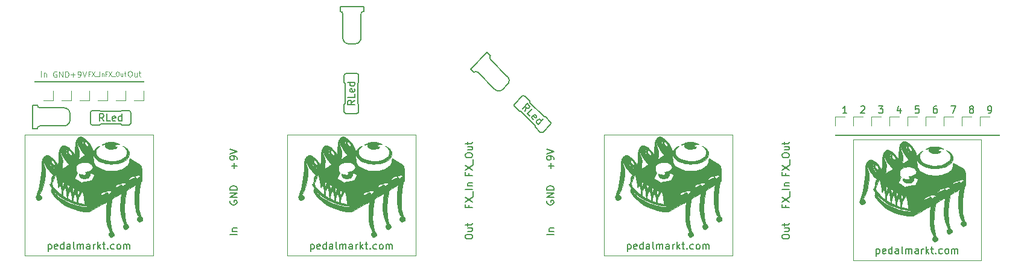
<source format=gbr>
G04 #@! TF.GenerationSoftware,KiCad,Pcbnew,(5.1.5-0-10_14)*
G04 #@! TF.CreationDate,2020-11-20T14:40:15+01:00*
G04 #@! TF.ProjectId,3pdt,33706474-2e6b-4696-9361-645f70636258,rev?*
G04 #@! TF.SameCoordinates,Original*
G04 #@! TF.FileFunction,Legend,Top*
G04 #@! TF.FilePolarity,Positive*
%FSLAX46Y46*%
G04 Gerber Fmt 4.6, Leading zero omitted, Abs format (unit mm)*
G04 Created by KiCad (PCBNEW (5.1.5-0-10_14)) date 2020-11-20 14:40:15*
%MOMM*%
%LPD*%
G04 APERTURE LIST*
%ADD10C,0.010000*%
%ADD11C,0.120000*%
%ADD12C,0.127000*%
%ADD13C,0.152400*%
%ADD14C,0.150000*%
G04 APERTURE END LIST*
D10*
G36*
X234636419Y-57204876D02*
G01*
X234620740Y-57220555D01*
X234605061Y-57204876D01*
X234620740Y-57189197D01*
X234636419Y-57204876D01*
G37*
X234636419Y-57204876D02*
X234620740Y-57220555D01*
X234605061Y-57204876D01*
X234620740Y-57189197D01*
X234636419Y-57204876D01*
G36*
X233154926Y-56641784D02*
G01*
X233303469Y-56646860D01*
X233419456Y-56657188D01*
X233517946Y-56674299D01*
X233613999Y-56699721D01*
X233648642Y-56710486D01*
X233756812Y-56749742D01*
X233875029Y-56800051D01*
X233990481Y-56854893D01*
X234090354Y-56907747D01*
X234161835Y-56952091D01*
X234192112Y-56981405D01*
X234191027Y-56986524D01*
X234156708Y-56985280D01*
X234082409Y-56968676D01*
X234027256Y-56953141D01*
X233853707Y-56923975D01*
X233694220Y-56940825D01*
X233563949Y-57001728D01*
X233546974Y-57015306D01*
X233490866Y-57082933D01*
X233488436Y-57147078D01*
X233537161Y-57212015D01*
X233623886Y-57262069D01*
X233723900Y-57283224D01*
X233728512Y-57283271D01*
X233781216Y-57296332D01*
X233777734Y-57334292D01*
X233718612Y-57395318D01*
X233687839Y-57419563D01*
X233530306Y-57507711D01*
X233332834Y-57572331D01*
X233114942Y-57609847D01*
X232896149Y-57616686D01*
X232725000Y-57595910D01*
X232524950Y-57536148D01*
X232359507Y-57451422D01*
X232234094Y-57347765D01*
X232154136Y-57231210D01*
X232125056Y-57107790D01*
X232152276Y-56983539D01*
X232160239Y-56967630D01*
X232173501Y-56924944D01*
X232149752Y-56908117D01*
X232082963Y-56917191D01*
X231967102Y-56952205D01*
X231917544Y-56969294D01*
X231821601Y-57000333D01*
X231752164Y-57017774D01*
X231727262Y-57018641D01*
X231737197Y-56990660D01*
X231793017Y-56945274D01*
X231882779Y-56889348D01*
X231994539Y-56829751D01*
X232116354Y-56773349D01*
X232231819Y-56728533D01*
X232337579Y-56693834D01*
X232428830Y-56669633D01*
X232520992Y-56654061D01*
X232629484Y-56645249D01*
X232769726Y-56641329D01*
X232957139Y-56640432D01*
X232958765Y-56640432D01*
X233154926Y-56641784D01*
G37*
X233154926Y-56641784D02*
X233303469Y-56646860D01*
X233419456Y-56657188D01*
X233517946Y-56674299D01*
X233613999Y-56699721D01*
X233648642Y-56710486D01*
X233756812Y-56749742D01*
X233875029Y-56800051D01*
X233990481Y-56854893D01*
X234090354Y-56907747D01*
X234161835Y-56952091D01*
X234192112Y-56981405D01*
X234191027Y-56986524D01*
X234156708Y-56985280D01*
X234082409Y-56968676D01*
X234027256Y-56953141D01*
X233853707Y-56923975D01*
X233694220Y-56940825D01*
X233563949Y-57001728D01*
X233546974Y-57015306D01*
X233490866Y-57082933D01*
X233488436Y-57147078D01*
X233537161Y-57212015D01*
X233623886Y-57262069D01*
X233723900Y-57283224D01*
X233728512Y-57283271D01*
X233781216Y-57296332D01*
X233777734Y-57334292D01*
X233718612Y-57395318D01*
X233687839Y-57419563D01*
X233530306Y-57507711D01*
X233332834Y-57572331D01*
X233114942Y-57609847D01*
X232896149Y-57616686D01*
X232725000Y-57595910D01*
X232524950Y-57536148D01*
X232359507Y-57451422D01*
X232234094Y-57347765D01*
X232154136Y-57231210D01*
X232125056Y-57107790D01*
X232152276Y-56983539D01*
X232160239Y-56967630D01*
X232173501Y-56924944D01*
X232149752Y-56908117D01*
X232082963Y-56917191D01*
X231967102Y-56952205D01*
X231917544Y-56969294D01*
X231821601Y-57000333D01*
X231752164Y-57017774D01*
X231727262Y-57018641D01*
X231737197Y-56990660D01*
X231793017Y-56945274D01*
X231882779Y-56889348D01*
X231994539Y-56829751D01*
X232116354Y-56773349D01*
X232231819Y-56728533D01*
X232337579Y-56693834D01*
X232428830Y-56669633D01*
X232520992Y-56654061D01*
X232629484Y-56645249D01*
X232769726Y-56641329D01*
X232957139Y-56640432D01*
X232958765Y-56640432D01*
X233154926Y-56641784D01*
G36*
X228780092Y-55885435D02*
G01*
X228878024Y-55919308D01*
X228973674Y-55964856D01*
X229048773Y-56013155D01*
X229085051Y-56055280D01*
X229086049Y-56061630D01*
X229112857Y-56084333D01*
X229163297Y-56091667D01*
X229230130Y-56115361D01*
X229325700Y-56180927D01*
X229441081Y-56280086D01*
X229567346Y-56404563D01*
X229695571Y-56546079D01*
X229816828Y-56696358D01*
X229820158Y-56700774D01*
X230067764Y-57073430D01*
X230254775Y-57453581D01*
X230311108Y-57602904D01*
X230352283Y-57718690D01*
X230386733Y-57809852D01*
X230408777Y-57861560D01*
X230412484Y-57867567D01*
X230450633Y-57865679D01*
X230516365Y-57828325D01*
X230595146Y-57766510D01*
X230672440Y-57691236D01*
X230717979Y-57636291D01*
X230823818Y-57521810D01*
X230967938Y-57405052D01*
X231128601Y-57301933D01*
X231265432Y-57235494D01*
X231390864Y-57185686D01*
X231281111Y-57272638D01*
X231079968Y-57457150D01*
X230934357Y-57649897D01*
X230881306Y-57749509D01*
X230834567Y-57864609D01*
X230814998Y-57965899D01*
X230816535Y-58088164D01*
X230818257Y-58111049D01*
X230847526Y-58288483D01*
X230909867Y-58443173D01*
X231013817Y-58590949D01*
X231155338Y-58736072D01*
X231401045Y-58923610D01*
X231691078Y-59077294D01*
X232016445Y-59196296D01*
X232368153Y-59279787D01*
X232737212Y-59326938D01*
X233114630Y-59336919D01*
X233491415Y-59308901D01*
X233858576Y-59242056D01*
X234207120Y-59135554D01*
X234432592Y-59038251D01*
X234691612Y-58889626D01*
X234894525Y-58724412D01*
X235046855Y-58537617D01*
X235109736Y-58426607D01*
X235163188Y-58310754D01*
X235191024Y-58221689D01*
X235198922Y-58131852D01*
X235193191Y-58021453D01*
X235161797Y-57841271D01*
X235093672Y-57680489D01*
X234981052Y-57525083D01*
X234838844Y-57381520D01*
X234758322Y-57305570D01*
X234703180Y-57248926D01*
X234683055Y-57221627D01*
X234684379Y-57220555D01*
X234745510Y-57239131D01*
X234839227Y-57288170D01*
X234950231Y-57357640D01*
X235063220Y-57437508D01*
X235162891Y-57517740D01*
X235218328Y-57570647D01*
X235379735Y-57780158D01*
X235480889Y-57995557D01*
X235523545Y-58213308D01*
X235509453Y-58429874D01*
X235440366Y-58641718D01*
X235318036Y-58845304D01*
X235144216Y-59037095D01*
X234920657Y-59213554D01*
X234649112Y-59371145D01*
X234331333Y-59506330D01*
X234244444Y-59536353D01*
X233845822Y-59641648D01*
X233429565Y-59702665D01*
X233005192Y-59720536D01*
X232582225Y-59696393D01*
X232170184Y-59631369D01*
X231778590Y-59526595D01*
X231416964Y-59383205D01*
X231094825Y-59202331D01*
X231024283Y-59153351D01*
X230844338Y-59007348D01*
X230709107Y-58856686D01*
X230602524Y-58681244D01*
X230544129Y-58552047D01*
X230467291Y-58365123D01*
X230466546Y-58837642D01*
X230471408Y-59107592D01*
X230489466Y-59326837D01*
X230524516Y-59506682D01*
X230580356Y-59658429D01*
X230660781Y-59793382D01*
X230769588Y-59922844D01*
X230861362Y-60013171D01*
X231113957Y-60209950D01*
X231420905Y-60380940D01*
X231778632Y-60524383D01*
X232086066Y-60614864D01*
X232186594Y-60638829D01*
X232281051Y-60656661D01*
X232381162Y-60669207D01*
X232498650Y-60677313D01*
X232645236Y-60681827D01*
X232832644Y-60683593D01*
X233037160Y-60683557D01*
X233265083Y-60682505D01*
X233442286Y-60679942D01*
X233580760Y-60674831D01*
X233692501Y-60666136D01*
X233789499Y-60652821D01*
X233883750Y-60633850D01*
X233987247Y-60608187D01*
X234024938Y-60598216D01*
X234303812Y-60509546D01*
X234574690Y-60396797D01*
X234823153Y-60267310D01*
X235034784Y-60128426D01*
X235166128Y-60017206D01*
X235325797Y-59841064D01*
X235435230Y-59667372D01*
X235503164Y-59477241D01*
X235538339Y-59251783D01*
X235541947Y-59204784D01*
X235561481Y-58913517D01*
X236220000Y-59290744D01*
X236459048Y-59429581D01*
X236648947Y-59544469D01*
X236796455Y-59639884D01*
X236908327Y-59720305D01*
X236991318Y-59790208D01*
X237026634Y-59825296D01*
X237091021Y-59896636D01*
X237142981Y-59964769D01*
X237183842Y-60037234D01*
X237214929Y-60121574D01*
X237237568Y-60225330D01*
X237253087Y-60356043D01*
X237262809Y-60521256D01*
X237268063Y-60728510D01*
X237270175Y-60985345D01*
X237270493Y-61212029D01*
X237270389Y-61474095D01*
X237269716Y-61680823D01*
X237267937Y-61839588D01*
X237264516Y-61957768D01*
X237258913Y-62042741D01*
X237250593Y-62101882D01*
X237239016Y-62142569D01*
X237223646Y-62172179D01*
X237203945Y-62198090D01*
X237198131Y-62205031D01*
X237171048Y-62245066D01*
X237146610Y-62301816D01*
X237122684Y-62384058D01*
X237097140Y-62500567D01*
X237067845Y-62660118D01*
X237032668Y-62871487D01*
X237025643Y-62915113D01*
X236977128Y-63221240D01*
X236938344Y-63477892D01*
X236908216Y-63697371D01*
X236885666Y-63891980D01*
X236869618Y-64074022D01*
X236858995Y-64255799D01*
X236852721Y-64449614D01*
X236849718Y-64667769D01*
X236848911Y-64922567D01*
X236848910Y-64934630D01*
X236851647Y-65284703D01*
X236860860Y-65586205D01*
X236877961Y-65853076D01*
X236904364Y-66099254D01*
X236941484Y-66338681D01*
X236990735Y-66585295D01*
X237036409Y-66783044D01*
X237075121Y-66931328D01*
X237109585Y-67031043D01*
X237145567Y-67095534D01*
X237188833Y-67138145D01*
X237190333Y-67139246D01*
X237284423Y-67238241D01*
X237354897Y-67369429D01*
X237389303Y-67506465D01*
X237389848Y-67561339D01*
X237378164Y-67628271D01*
X237347691Y-67679166D01*
X237284943Y-67730109D01*
X237207777Y-67778512D01*
X237106513Y-67833117D01*
X237017207Y-67870676D01*
X236967159Y-67882154D01*
X236876717Y-67854067D01*
X236786090Y-67780039D01*
X236705859Y-67675911D01*
X236646605Y-67557528D01*
X236618910Y-67440733D01*
X236623988Y-67368318D01*
X236662383Y-67297793D01*
X236730093Y-67229210D01*
X236738341Y-67223100D01*
X236833200Y-67155555D01*
X236769408Y-67052337D01*
X236697784Y-66917497D01*
X236619830Y-66738819D01*
X236542362Y-66533785D01*
X236472198Y-66319879D01*
X236439730Y-66206778D01*
X236328680Y-65690730D01*
X236263806Y-65134042D01*
X236245152Y-64538561D01*
X236272764Y-63906135D01*
X236346688Y-63238613D01*
X236364063Y-63120468D01*
X236386475Y-62966071D01*
X236403394Y-62835278D01*
X236413452Y-62739854D01*
X236415284Y-62691560D01*
X236414258Y-62688188D01*
X236384475Y-62699313D01*
X236308288Y-62737886D01*
X236193433Y-62799701D01*
X236047646Y-62880549D01*
X235878664Y-62976224D01*
X235771758Y-63037610D01*
X235142809Y-63400583D01*
X235111414Y-63548285D01*
X235083925Y-63691847D01*
X235051733Y-63882757D01*
X235016986Y-64106019D01*
X234981833Y-64346640D01*
X234948425Y-64589628D01*
X234918910Y-64819987D01*
X234895436Y-65022725D01*
X234884638Y-65130389D01*
X234871253Y-65331350D01*
X234863249Y-65572626D01*
X234860340Y-65841209D01*
X234862241Y-66124093D01*
X234868666Y-66408269D01*
X234879331Y-66680729D01*
X234893950Y-66928467D01*
X234912238Y-67138474D01*
X234931939Y-67286481D01*
X234979909Y-67552582D01*
X235024634Y-67764419D01*
X235068678Y-67930176D01*
X235114606Y-68058036D01*
X235164982Y-68156182D01*
X235222372Y-68232796D01*
X235231709Y-68242901D01*
X235336476Y-68378735D01*
X235399463Y-68515964D01*
X235414986Y-68640797D01*
X235409458Y-68674085D01*
X235369897Y-68734300D01*
X235289683Y-68803336D01*
X235187432Y-68869508D01*
X235081759Y-68921131D01*
X234991280Y-68946520D01*
X234973993Y-68947413D01*
X234879520Y-68917700D01*
X234786784Y-68841575D01*
X234707571Y-68734532D01*
X234653670Y-68612063D01*
X234636537Y-68503878D01*
X234648766Y-68413297D01*
X234696137Y-68344719D01*
X234735698Y-68310861D01*
X234834976Y-68233164D01*
X234721430Y-68002847D01*
X234551774Y-67595718D01*
X234420603Y-67142857D01*
X234328288Y-66648343D01*
X234275202Y-66116252D01*
X234261719Y-65550661D01*
X234288211Y-64955647D01*
X234355052Y-64335289D01*
X234373936Y-64204264D01*
X234393185Y-64065909D01*
X234406146Y-63951894D01*
X234411488Y-63875530D01*
X234409240Y-63850331D01*
X234378937Y-63860977D01*
X234302267Y-63899248D01*
X234186926Y-63960973D01*
X234040608Y-64041984D01*
X233871005Y-64138111D01*
X233755930Y-64204400D01*
X233118162Y-64574012D01*
X233076950Y-64777839D01*
X233033254Y-65017485D01*
X232989184Y-65301382D01*
X232947047Y-65611124D01*
X232909152Y-65928304D01*
X232877804Y-66234516D01*
X232855312Y-66511352D01*
X232850926Y-66580926D01*
X232837041Y-67260896D01*
X232874335Y-67928607D01*
X232961991Y-68573764D01*
X233039251Y-68949320D01*
X233075051Y-69088901D01*
X233110142Y-69185528D01*
X233153570Y-69258196D01*
X233214381Y-69325903D01*
X233222248Y-69333600D01*
X233314637Y-69447217D01*
X233376664Y-69571938D01*
X233402414Y-69691024D01*
X233385973Y-69787738D01*
X233384053Y-69791471D01*
X233333155Y-69847395D01*
X233244517Y-69913197D01*
X233139012Y-69976448D01*
X233037515Y-70024718D01*
X232960901Y-70045581D01*
X232957077Y-70045693D01*
X232896855Y-70024135D01*
X232822527Y-69969678D01*
X232796210Y-69944074D01*
X232701367Y-69830731D01*
X232649441Y-69728844D01*
X232630344Y-69616350D01*
X232629506Y-69579452D01*
X232637568Y-69490204D01*
X232671358Y-69434880D01*
X232723580Y-69398160D01*
X232786393Y-69356284D01*
X232817058Y-69326473D01*
X232817654Y-69324034D01*
X232804434Y-69289133D01*
X232769410Y-69213405D01*
X232719536Y-69111758D01*
X232707450Y-69087770D01*
X232587921Y-68815073D01*
X232479210Y-68494186D01*
X232385794Y-68139313D01*
X232340191Y-67922496D01*
X232318622Y-67804040D01*
X232301954Y-67694730D01*
X232289607Y-67584060D01*
X232281003Y-67461527D01*
X232275560Y-67316624D01*
X232272701Y-67138848D01*
X232271845Y-66917693D01*
X232272251Y-66690679D01*
X232273983Y-66407395D01*
X232277576Y-66175506D01*
X232283632Y-65983705D01*
X232292753Y-65820684D01*
X232305540Y-65675134D01*
X232322594Y-65535748D01*
X232339776Y-65420679D01*
X232363149Y-65268991D01*
X232381413Y-65141518D01*
X232392988Y-65050005D01*
X232396295Y-65006198D01*
X232395801Y-65004168D01*
X232367751Y-65017543D01*
X232290903Y-65059342D01*
X232170685Y-65126487D01*
X232012527Y-65215896D01*
X231821860Y-65324491D01*
X231604111Y-65449190D01*
X231364712Y-65586913D01*
X231152049Y-65709724D01*
X229917037Y-66424136D01*
X229540740Y-66421214D01*
X229158884Y-66397339D01*
X228743533Y-66334005D01*
X228306388Y-66235233D01*
X227859152Y-66105042D01*
X227413526Y-65947455D01*
X226981213Y-65766492D01*
X226573913Y-65566173D01*
X226203330Y-65350519D01*
X225978191Y-65197105D01*
X225565516Y-64858675D01*
X225187902Y-64475081D01*
X224855204Y-64056899D01*
X224702103Y-63827494D01*
X224625610Y-63702511D01*
X224577619Y-63613142D01*
X224552171Y-63542603D01*
X224543303Y-63474110D01*
X224545054Y-63390879D01*
X224545313Y-63386049D01*
X224554814Y-63210695D01*
X224740233Y-63462019D01*
X224898795Y-63657536D01*
X225095664Y-63870351D01*
X225315282Y-64085641D01*
X225542089Y-64288588D01*
X225760524Y-64464369D01*
X225888003Y-64555273D01*
X226203101Y-64749315D01*
X226564150Y-64942920D01*
X226954789Y-65128552D01*
X227358655Y-65298678D01*
X227759386Y-65445761D01*
X227965455Y-65511962D01*
X228168441Y-65569009D01*
X228395645Y-65625212D01*
X228632245Y-65677591D01*
X228863419Y-65723167D01*
X229074346Y-65758963D01*
X229250202Y-65782000D01*
X229343487Y-65788903D01*
X229572098Y-65796975D01*
X229582274Y-65671941D01*
X229596687Y-65581689D01*
X229619535Y-65515938D01*
X229625312Y-65507311D01*
X229646613Y-65471526D01*
X229630338Y-65467659D01*
X229589417Y-65490450D01*
X229536781Y-65534636D01*
X229522688Y-65549069D01*
X229475047Y-65594056D01*
X229426942Y-65615641D01*
X229357124Y-65618699D01*
X229258518Y-65609678D01*
X228976796Y-65568409D01*
X228655459Y-65503957D01*
X228311288Y-65420571D01*
X227961068Y-65322500D01*
X227621580Y-65213991D01*
X227508820Y-65173851D01*
X228293984Y-65173851D01*
X228556745Y-65241903D01*
X228752909Y-65291851D01*
X228929909Y-65335297D01*
X229077133Y-65369751D01*
X229183970Y-65392721D01*
X229236921Y-65401526D01*
X229261850Y-65386160D01*
X229266199Y-65326968D01*
X229260490Y-65271728D01*
X229250348Y-65193828D01*
X229234152Y-65068393D01*
X229213790Y-64910098D01*
X229191152Y-64733618D01*
X229180360Y-64649323D01*
X229154112Y-64464765D01*
X229125996Y-64294986D01*
X231070946Y-64294986D01*
X231076430Y-64297471D01*
X231102123Y-64278474D01*
X231148393Y-64253906D01*
X231243161Y-64211881D01*
X231376103Y-64156688D01*
X231536890Y-64092614D01*
X231713605Y-64024552D01*
X231912555Y-63948194D01*
X232059708Y-63888902D01*
X232162472Y-63843044D01*
X232228251Y-63806987D01*
X232264451Y-63777098D01*
X232278478Y-63749744D01*
X232278909Y-63747266D01*
X232288169Y-63701137D01*
X232307018Y-63685916D01*
X232349582Y-63702436D01*
X232429986Y-63751525D01*
X232438059Y-63756621D01*
X232521517Y-63824754D01*
X232573489Y-63897222D01*
X232579144Y-63913411D01*
X232606898Y-63979865D01*
X232640874Y-63984009D01*
X232680656Y-63925893D01*
X232692485Y-63899180D01*
X232764109Y-63783561D01*
X232862797Y-63698614D01*
X232971957Y-63656519D01*
X233024757Y-63655284D01*
X233091676Y-63659300D01*
X233109419Y-63643615D01*
X233095457Y-63609336D01*
X233017117Y-63523323D01*
X232899394Y-63463141D01*
X232762031Y-63433700D01*
X232624768Y-63439908D01*
X232535432Y-63470050D01*
X232331074Y-63555238D01*
X232116466Y-63611451D01*
X232010752Y-63625905D01*
X231852839Y-63661655D01*
X231708484Y-63734839D01*
X231597307Y-63834060D01*
X231562077Y-63886483D01*
X231513317Y-63944128D01*
X231429032Y-64014609D01*
X231344007Y-64072175D01*
X231241415Y-64139764D01*
X231153356Y-64206939D01*
X231107033Y-64250538D01*
X231070946Y-64294986D01*
X229125996Y-64294986D01*
X229122019Y-64270974D01*
X229086384Y-64078863D01*
X229049512Y-63899349D01*
X229013708Y-63743346D01*
X228981277Y-63621768D01*
X228954523Y-63545530D01*
X228943437Y-63527244D01*
X228913456Y-63536425D01*
X228862691Y-63593531D01*
X228796470Y-63689464D01*
X228720120Y-63815126D01*
X228638969Y-63961420D01*
X228558344Y-64119248D01*
X228483572Y-64279512D01*
X228433988Y-64397221D01*
X228365372Y-64592584D01*
X228325886Y-64769765D01*
X228310049Y-64920969D01*
X228293984Y-65173851D01*
X227508820Y-65173851D01*
X227439753Y-65149265D01*
X226872031Y-64916793D01*
X226359524Y-64660335D01*
X225898341Y-64376876D01*
X225484593Y-64063404D01*
X225114388Y-63716904D01*
X224783838Y-63334365D01*
X224489050Y-62912771D01*
X224431317Y-62818981D01*
X224374988Y-62719576D01*
X224334850Y-62637563D01*
X224319901Y-62591694D01*
X224695926Y-62591694D01*
X224702239Y-62675582D01*
X224726793Y-62752046D01*
X224778008Y-62840702D01*
X224841100Y-62929874D01*
X224971062Y-63092565D01*
X225136257Y-63278642D01*
X225322195Y-63473263D01*
X225514388Y-63661588D01*
X225698349Y-63828774D01*
X225807307Y-63919607D01*
X225912418Y-64001074D01*
X225998323Y-64063584D01*
X226054140Y-64099457D01*
X226069479Y-64104615D01*
X226070676Y-64070471D01*
X226065819Y-63996932D01*
X226169753Y-63996932D01*
X226173072Y-64103325D01*
X226188136Y-64168310D01*
X226222598Y-64213063D01*
X226257797Y-64240459D01*
X226328473Y-64287427D01*
X226423805Y-64346473D01*
X226529943Y-64409593D01*
X226633039Y-64468781D01*
X226719243Y-64516033D01*
X226774707Y-64543344D01*
X226787638Y-64546703D01*
X226786234Y-64514609D01*
X226777452Y-64430259D01*
X226777289Y-64428875D01*
X226875157Y-64428875D01*
X226880740Y-64507335D01*
X226893160Y-64559713D01*
X226918215Y-64600760D01*
X226967378Y-64639833D01*
X227052120Y-64686291D01*
X227168994Y-64742484D01*
X227307174Y-64806757D01*
X227398498Y-64846610D01*
X227452487Y-64865090D01*
X227478666Y-64865247D01*
X227486558Y-64850127D01*
X227486790Y-64844205D01*
X227484523Y-64821507D01*
X227596052Y-64821507D01*
X227626166Y-64898466D01*
X227695633Y-64956971D01*
X227811401Y-65010847D01*
X227864571Y-65031327D01*
X228002760Y-65081865D01*
X228092930Y-65109515D01*
X228145202Y-65114912D01*
X228169695Y-65098692D01*
X228176528Y-65061489D01*
X228176666Y-65050920D01*
X228170819Y-64927824D01*
X228154757Y-64776097D01*
X228130703Y-64607004D01*
X228100877Y-64431811D01*
X228067501Y-64261782D01*
X228032797Y-64108183D01*
X227998986Y-63982279D01*
X227968288Y-63895336D01*
X227942926Y-63858617D01*
X227941481Y-63858232D01*
X227909273Y-63881837D01*
X227863169Y-63952313D01*
X227808898Y-64056964D01*
X227752192Y-64183093D01*
X227698781Y-64318006D01*
X227654396Y-64449007D01*
X227626087Y-64556936D01*
X227598342Y-64712272D01*
X227596052Y-64821507D01*
X227484523Y-64821507D01*
X227482870Y-64804964D01*
X227472060Y-64714955D01*
X227455781Y-64585570D01*
X227435457Y-64428205D01*
X227423173Y-64334637D01*
X227386998Y-64080698D01*
X227350315Y-63860549D01*
X227314475Y-63680691D01*
X227280830Y-63547626D01*
X227250733Y-63467857D01*
X227239668Y-63452002D01*
X227214195Y-63464482D01*
X227170931Y-63522045D01*
X227116925Y-63612184D01*
X227059221Y-63722394D01*
X227004865Y-63840168D01*
X226966686Y-63936526D01*
X226917810Y-64103620D01*
X226886132Y-64275497D01*
X226875157Y-64428875D01*
X226777289Y-64428875D01*
X226762459Y-64303532D01*
X226742421Y-64144304D01*
X226719081Y-63966730D01*
X226690970Y-63768519D01*
X226661056Y-63577391D01*
X226631821Y-63407891D01*
X226605749Y-63274569D01*
X226588974Y-63204229D01*
X226558866Y-63102655D01*
X226537222Y-63052758D01*
X226517247Y-63045384D01*
X226492143Y-63071378D01*
X226491234Y-63072587D01*
X226394313Y-63229523D01*
X226306182Y-63422683D01*
X226234367Y-63630429D01*
X226186393Y-63831122D01*
X226169753Y-63996932D01*
X226065819Y-63996932D01*
X226065064Y-63985501D01*
X226053624Y-63861106D01*
X226037337Y-63708691D01*
X226029736Y-63642869D01*
X225993710Y-63362129D01*
X225957082Y-63123869D01*
X225920721Y-62932154D01*
X225885495Y-62791049D01*
X225852274Y-62704617D01*
X225823313Y-62676852D01*
X225795575Y-62702964D01*
X225750791Y-62771796D01*
X225698125Y-62869086D01*
X225692359Y-62880679D01*
X225640896Y-62979986D01*
X225598553Y-63052525D01*
X225573672Y-63084135D01*
X225572308Y-63084506D01*
X225561562Y-63055319D01*
X225546780Y-62975866D01*
X225529918Y-62858311D01*
X225513064Y-62716049D01*
X225475122Y-62402021D01*
X225468584Y-62357589D01*
X226075679Y-62357589D01*
X226085699Y-62498198D01*
X226111121Y-62647447D01*
X226127397Y-62710358D01*
X226179116Y-62880679D01*
X226239860Y-62747688D01*
X226812541Y-62747688D01*
X226817772Y-62847445D01*
X226832343Y-62961026D01*
X226853459Y-63074335D01*
X226878324Y-63173273D01*
X226904142Y-63243742D01*
X226928117Y-63271643D01*
X226936770Y-63267500D01*
X226952368Y-63235634D01*
X226985525Y-63160309D01*
X227001091Y-63123724D01*
X227519998Y-63123724D01*
X227525914Y-63226619D01*
X227537634Y-63342332D01*
X227553665Y-63454517D01*
X227572511Y-63546822D01*
X227582651Y-63580771D01*
X227607659Y-63638922D01*
X227631667Y-63657400D01*
X227660212Y-63631296D01*
X227698834Y-63555700D01*
X227700028Y-63552841D01*
X228218030Y-63552841D01*
X228223488Y-63648443D01*
X228238580Y-63760266D01*
X228260376Y-63874112D01*
X228285950Y-63975786D01*
X228312371Y-64051089D01*
X228336714Y-64085824D01*
X228347881Y-64082809D01*
X228363476Y-64050945D01*
X228396638Y-63975609D01*
X228441020Y-63871305D01*
X228454674Y-63838690D01*
X228503435Y-63720169D01*
X228525611Y-63644015D01*
X228516703Y-63593894D01*
X228472211Y-63553476D01*
X228387635Y-63506427D01*
X228358968Y-63491327D01*
X228285462Y-63454611D01*
X228248846Y-63447722D01*
X228231107Y-63470166D01*
X228225132Y-63487658D01*
X228218030Y-63552841D01*
X227700028Y-63552841D01*
X227750583Y-63431877D01*
X227791170Y-63328043D01*
X227820271Y-63247680D01*
X227831114Y-63209938D01*
X233073793Y-63209938D01*
X233079104Y-63229762D01*
X233121899Y-63201310D01*
X233134772Y-63190067D01*
X233187759Y-63157862D01*
X233288844Y-63109583D01*
X233426975Y-63050017D01*
X233591105Y-62983949D01*
X233750184Y-62923524D01*
X233951676Y-62847731D01*
X234099908Y-62788420D01*
X234201236Y-62742600D01*
X234262017Y-62707281D01*
X234288606Y-62679473D01*
X234291110Y-62669012D01*
X234309847Y-62622589D01*
X234330679Y-62614253D01*
X234406780Y-62637338D01*
X234492387Y-62693497D01*
X234562911Y-62763648D01*
X234591940Y-62816990D01*
X234618458Y-62882617D01*
X234650187Y-62886216D01*
X234688129Y-62827677D01*
X234697852Y-62805381D01*
X234779128Y-62674366D01*
X234890314Y-62593704D01*
X235013576Y-62568524D01*
X235090541Y-62565901D01*
X235116540Y-62552268D01*
X235103278Y-62518980D01*
X235095941Y-62507690D01*
X235019125Y-62433682D01*
X234907433Y-62371811D01*
X234788683Y-62335916D01*
X234742612Y-62331913D01*
X234660428Y-62345058D01*
X234550401Y-62379034D01*
X234465519Y-62413624D01*
X234328189Y-62464692D01*
X234173201Y-62505479D01*
X234091118Y-62519632D01*
X233909210Y-62554596D01*
X233769882Y-62613672D01*
X233654809Y-62706009D01*
X233604762Y-62762432D01*
X233529975Y-62838889D01*
X233423562Y-62929376D01*
X233307481Y-63015331D01*
X233297936Y-63021790D01*
X233197594Y-63093575D01*
X233119408Y-63157836D01*
X233077124Y-63203034D01*
X233073793Y-63209938D01*
X227831114Y-63209938D01*
X227831721Y-63207828D01*
X227831728Y-63207511D01*
X227807203Y-63181307D01*
X227746512Y-63137839D01*
X227668983Y-63089065D01*
X227593941Y-63046943D01*
X227540715Y-63023431D01*
X227531556Y-63021790D01*
X227521380Y-63049998D01*
X227519998Y-63123724D01*
X227001091Y-63123724D01*
X227029887Y-63056047D01*
X227043385Y-63023806D01*
X227087625Y-62915166D01*
X227119404Y-62832098D01*
X227133437Y-62788599D01*
X227133415Y-62785370D01*
X227104559Y-62768117D01*
X227038155Y-62729414D01*
X226981069Y-62696394D01*
X226896938Y-62649384D01*
X226851758Y-62632397D01*
X226830502Y-62643525D01*
X226819446Y-62675856D01*
X226812541Y-62747688D01*
X226239860Y-62747688D01*
X226267027Y-62688212D01*
X226315294Y-62577409D01*
X226353883Y-62479549D01*
X226372767Y-62421669D01*
X226375352Y-62374744D01*
X226349040Y-62334948D01*
X226282356Y-62289110D01*
X226233137Y-62261367D01*
X226075679Y-62175142D01*
X226075679Y-62357589D01*
X225468584Y-62357589D01*
X225431187Y-62103473D01*
X225383380Y-61832568D01*
X225361689Y-61731410D01*
X227863673Y-61731410D01*
X227891664Y-61768357D01*
X227973627Y-61831630D01*
X228107342Y-61919705D01*
X228290587Y-62031058D01*
X228357562Y-62070333D01*
X228516182Y-62162109D01*
X228656237Y-62242067D01*
X228768703Y-62305143D01*
X228844556Y-62346273D01*
X228874382Y-62360395D01*
X228894058Y-62336998D01*
X228897901Y-62306417D01*
X228904165Y-62286532D01*
X228927934Y-62268624D01*
X228976674Y-62250911D01*
X229057853Y-62231612D01*
X229178937Y-62208942D01*
X229347391Y-62181121D01*
X229459919Y-62163599D01*
X235049781Y-62163599D01*
X235060038Y-62165315D01*
X235109342Y-62128331D01*
X235117480Y-62121934D01*
X235172765Y-62090382D01*
X235275801Y-62042451D01*
X235415315Y-61982968D01*
X235580037Y-61916763D01*
X235732970Y-61858243D01*
X235941261Y-61778536D01*
X236094252Y-61715531D01*
X236196470Y-61667110D01*
X236252440Y-61631157D01*
X236267037Y-61608508D01*
X236276242Y-61555463D01*
X236310782Y-61542054D01*
X236381039Y-61567125D01*
X236427150Y-61590693D01*
X236526750Y-61662608D01*
X236570487Y-61743950D01*
X236593554Y-61811744D01*
X236624857Y-61821834D01*
X236667767Y-61773260D01*
X236705719Y-61705399D01*
X236785266Y-61596621D01*
X236888011Y-61521443D01*
X236996733Y-61490793D01*
X237039333Y-61493691D01*
X237099849Y-61496566D01*
X237106195Y-61470742D01*
X237058428Y-61414794D01*
X237043148Y-61400557D01*
X236921683Y-61311999D01*
X236796503Y-61270894D01*
X236655756Y-61276475D01*
X236487588Y-61327976D01*
X236413174Y-61359815D01*
X236264044Y-61416942D01*
X236129076Y-61449568D01*
X236071738Y-61454577D01*
X235899170Y-61482028D01*
X235735872Y-61555374D01*
X235605838Y-61663717D01*
X235602381Y-61667774D01*
X235547827Y-61735748D01*
X235513431Y-61784440D01*
X235509604Y-61791728D01*
X235479272Y-61820004D01*
X235409281Y-61870001D01*
X235313977Y-61931554D01*
X235300863Y-61939637D01*
X235198752Y-62007753D01*
X235116480Y-62072699D01*
X235070863Y-62121108D01*
X235069508Y-62123476D01*
X235049781Y-62163599D01*
X229459919Y-62163599D01*
X229564259Y-62147352D01*
X229762042Y-62116061D01*
X229938922Y-62086263D01*
X230085463Y-62059697D01*
X230192228Y-62038101D01*
X230249781Y-62023213D01*
X230256643Y-62019821D01*
X230280958Y-61981244D01*
X230322429Y-61900894D01*
X230375259Y-61791563D01*
X230433650Y-61666041D01*
X230491804Y-61537119D01*
X230543923Y-61417586D01*
X230584210Y-61320235D01*
X230606865Y-61257854D01*
X230609252Y-61241948D01*
X230577429Y-61220634D01*
X230505885Y-61176831D01*
X230409196Y-61119440D01*
X230394604Y-61110898D01*
X230193470Y-60993362D01*
X230079079Y-61058996D01*
X230011180Y-61102702D01*
X229977309Y-61147385D01*
X229965647Y-61216331D01*
X229964381Y-61285030D01*
X229940138Y-61443280D01*
X229867103Y-61567633D01*
X229743810Y-61659033D01*
X229568791Y-61718423D01*
X229340581Y-61746749D01*
X229242839Y-61749542D01*
X229094389Y-61748563D01*
X228987804Y-61740498D01*
X228902327Y-61721643D01*
X228817197Y-61688298D01*
X228767857Y-61664828D01*
X228623613Y-61572631D01*
X228534640Y-61460267D01*
X228494301Y-61317598D01*
X228490247Y-61240771D01*
X228490247Y-61115527D01*
X228686234Y-61176703D01*
X228885006Y-61228459D01*
X229065944Y-61255971D01*
X229217323Y-61258434D01*
X229327416Y-61235042D01*
X229351352Y-61222399D01*
X229412307Y-61148934D01*
X229432906Y-61050152D01*
X229411557Y-60950040D01*
X229373137Y-60894310D01*
X229346916Y-60864551D01*
X229347452Y-60844546D01*
X229384444Y-60829108D01*
X229467593Y-60813047D01*
X229549289Y-60800080D01*
X229804570Y-60741431D01*
X230016522Y-60655113D01*
X230183563Y-60546650D01*
X230304109Y-60421566D01*
X230376580Y-60285384D01*
X230399392Y-60143628D01*
X230370965Y-60001821D01*
X230289714Y-59865486D01*
X230154060Y-59740147D01*
X229962418Y-59631328D01*
X229892405Y-59602202D01*
X229642921Y-59528222D01*
X229381215Y-59490202D01*
X229117665Y-59486459D01*
X228862650Y-59515312D01*
X228626548Y-59575076D01*
X228419736Y-59664070D01*
X228252593Y-59780610D01*
X228161034Y-59882904D01*
X228120199Y-59943891D01*
X228093291Y-59998132D01*
X228077409Y-60060698D01*
X228069654Y-60146660D01*
X228067127Y-60271088D01*
X228066913Y-60372111D01*
X228068014Y-60529595D01*
X228072853Y-60638573D01*
X228083736Y-60713239D01*
X228102967Y-60767787D01*
X228132851Y-60816410D01*
X228140849Y-60827403D01*
X228214785Y-60927407D01*
X228038935Y-61303540D01*
X227973353Y-61447667D01*
X227918972Y-61574514D01*
X227880850Y-61671733D01*
X227864046Y-61726978D01*
X227863673Y-61731410D01*
X225361689Y-61731410D01*
X225333825Y-61601469D01*
X225290440Y-61440635D01*
X225223148Y-61223555D01*
X225125999Y-61377919D01*
X225015370Y-61574208D01*
X224913131Y-61793743D01*
X224824677Y-62021295D01*
X224755404Y-62241636D01*
X224710709Y-62439537D01*
X224695926Y-62591694D01*
X224319901Y-62591694D01*
X224319629Y-62590862D01*
X224345901Y-62551899D01*
X224410643Y-62510636D01*
X224425966Y-62503789D01*
X224532303Y-62459359D01*
X224543621Y-62102810D01*
X224549678Y-61945036D01*
X224558937Y-61830769D01*
X224575736Y-61740807D01*
X224604414Y-61655952D01*
X224649310Y-61557003D01*
X224681927Y-61490745D01*
X224808914Y-61235229D01*
X224671644Y-61101534D01*
X224435321Y-60854698D01*
X224215714Y-60592999D01*
X224018138Y-60324902D01*
X223847906Y-60058867D01*
X223710333Y-59803360D01*
X223610732Y-59566841D01*
X223554418Y-59357775D01*
X223552361Y-59343389D01*
X224220310Y-59343389D01*
X224240242Y-59495693D01*
X224290330Y-59660474D01*
X224367674Y-59825481D01*
X224469374Y-59978463D01*
X224490702Y-60004557D01*
X224578547Y-60092860D01*
X224687434Y-60180986D01*
X224797327Y-60254375D01*
X224888187Y-60298468D01*
X224899911Y-60301905D01*
X224953172Y-60316283D01*
X224968267Y-60321362D01*
X224998109Y-60314321D01*
X225052595Y-60295143D01*
X225125726Y-60248877D01*
X225164855Y-60202260D01*
X225184118Y-60161932D01*
X225172267Y-60156701D01*
X225118653Y-60184917D01*
X225104623Y-60192919D01*
X225045848Y-60222769D01*
X224998301Y-60228199D01*
X224938111Y-60207034D01*
X224868419Y-60171398D01*
X224705502Y-60057686D01*
X224562349Y-59905866D01*
X224448957Y-59731108D01*
X224375325Y-59548584D01*
X224351294Y-59386728D01*
X224357902Y-59341142D01*
X224555942Y-59341142D01*
X224587246Y-59510070D01*
X224675325Y-59660218D01*
X224815123Y-59783306D01*
X224832829Y-59794466D01*
X224905067Y-59837217D01*
X224946488Y-59849732D01*
X224980620Y-59833078D01*
X225014876Y-59802732D01*
X225059903Y-59736220D01*
X225071533Y-59685140D01*
X225048584Y-59572177D01*
X224989639Y-59452199D01*
X224906249Y-59338739D01*
X224809965Y-59245333D01*
X224712340Y-59185516D01*
X224633209Y-59171549D01*
X224587014Y-59182257D01*
X224563920Y-59211901D01*
X224556282Y-59277261D01*
X224555942Y-59341142D01*
X224357902Y-59341142D01*
X224370602Y-59253544D01*
X224429236Y-59169206D01*
X224527214Y-59133691D01*
X224551835Y-59132441D01*
X224613111Y-59128844D01*
X224618588Y-59116151D01*
X224592997Y-59098957D01*
X224487012Y-59066064D01*
X224374991Y-59074842D01*
X224284848Y-59122931D01*
X224282517Y-59125212D01*
X224233435Y-59215812D01*
X224220310Y-59343389D01*
X223552361Y-59343389D01*
X223547829Y-59311708D01*
X223531107Y-59203757D01*
X223513716Y-59153440D01*
X223497650Y-59155731D01*
X223484905Y-59205605D01*
X223477477Y-59298037D01*
X223477359Y-59428000D01*
X223479527Y-59483748D01*
X223488934Y-59626852D01*
X223504890Y-59738752D01*
X223533334Y-59842661D01*
X223580206Y-59961796D01*
X223630582Y-60074136D01*
X223692482Y-60216932D01*
X223737129Y-60344869D01*
X223765501Y-60470136D01*
X223778576Y-60604922D01*
X223777329Y-60761418D01*
X223762739Y-60951813D01*
X223735782Y-61188297D01*
X223726057Y-61265164D01*
X223647801Y-61798384D01*
X223556202Y-62284321D01*
X223452030Y-62720222D01*
X223336059Y-63103336D01*
X223209060Y-63430912D01*
X223071805Y-63700198D01*
X223019768Y-63782735D01*
X222880289Y-63990707D01*
X222986253Y-64056196D01*
X223070936Y-64132701D01*
X223148100Y-64242489D01*
X223203252Y-64361002D01*
X223222098Y-64455916D01*
X223213615Y-64533164D01*
X223180930Y-64595278D01*
X223113188Y-64654948D01*
X222999538Y-64724864D01*
X222985151Y-64732952D01*
X222881134Y-64789644D01*
X222813874Y-64818710D01*
X222765778Y-64823819D01*
X222719251Y-64808639D01*
X222690637Y-64794359D01*
X222592869Y-64717120D01*
X222503771Y-64600943D01*
X222439599Y-64469147D01*
X222423115Y-64410616D01*
X222418934Y-64345948D01*
X222434411Y-64266072D01*
X222473383Y-64156999D01*
X222526300Y-64034320D01*
X222672572Y-63669368D01*
X222801130Y-63263186D01*
X222912483Y-62812819D01*
X223007140Y-62315315D01*
X223085611Y-61767720D01*
X223148405Y-61167078D01*
X223196031Y-60510437D01*
X223221062Y-60005098D01*
X223233204Y-59735865D01*
X223246567Y-59519843D01*
X223263329Y-59347537D01*
X223285669Y-59209448D01*
X223315764Y-59096080D01*
X223355792Y-58997937D01*
X223407931Y-58905521D01*
X223474359Y-58809335D01*
X223504594Y-58768771D01*
X223631072Y-58622067D01*
X223752190Y-58529104D01*
X223878792Y-58483035D01*
X223969952Y-58474994D01*
X224104701Y-58491682D01*
X224231681Y-58536006D01*
X224329211Y-58599016D01*
X224361324Y-58636565D01*
X224419826Y-58683429D01*
X224467696Y-58694383D01*
X224526160Y-58717077D01*
X224614709Y-58779112D01*
X224723558Y-58871418D01*
X224842925Y-58984922D01*
X224963024Y-59110554D01*
X225074071Y-59239242D01*
X225123568Y-59302463D01*
X225217019Y-59435779D01*
X225314250Y-59588607D01*
X225381593Y-59705147D01*
X225438085Y-59805636D01*
X225484362Y-59880330D01*
X225511912Y-59915663D01*
X225514426Y-59916813D01*
X225525395Y-59894180D01*
X225536758Y-59823992D01*
X225548699Y-59703735D01*
X225561402Y-59530896D01*
X225575052Y-59302959D01*
X225589833Y-59017411D01*
X225605929Y-58671737D01*
X225606317Y-58663025D01*
X225619607Y-58389487D01*
X225633840Y-58169299D01*
X225651122Y-57993107D01*
X225660945Y-57931130D01*
X225860005Y-57931130D01*
X225860821Y-58058875D01*
X225862116Y-58088416D01*
X225872005Y-58226208D01*
X225889729Y-58339587D01*
X225920992Y-58450955D01*
X225971503Y-58582714D01*
X226012475Y-58678704D01*
X226094866Y-58886009D01*
X226143997Y-59055747D01*
X226162588Y-59181377D01*
X226163145Y-59274788D01*
X226156474Y-59414469D01*
X226144084Y-59584583D01*
X226127479Y-59769297D01*
X226108168Y-59952773D01*
X226087658Y-60119178D01*
X226067453Y-60252675D01*
X226054518Y-60317160D01*
X226049493Y-60371428D01*
X226059708Y-60387716D01*
X226094364Y-60372795D01*
X226170698Y-60332454D01*
X226276481Y-60273327D01*
X226368849Y-60220024D01*
X226521146Y-60131157D01*
X226684379Y-60036124D01*
X226831810Y-59950485D01*
X226884021Y-59920229D01*
X227112240Y-59788127D01*
X226889341Y-59546995D01*
X226610201Y-59224653D01*
X226374643Y-58909824D01*
X226185322Y-58607050D01*
X226044896Y-58320874D01*
X225956022Y-58055838D01*
X225950040Y-58023436D01*
X226609165Y-58023436D01*
X226644903Y-58187037D01*
X226713530Y-58357761D01*
X226809741Y-58524853D01*
X226928230Y-58677560D01*
X227063690Y-58805126D01*
X227210817Y-58896799D01*
X227220247Y-58901076D01*
X227326390Y-58937596D01*
X227407877Y-58933554D01*
X227489391Y-58887104D01*
X227498240Y-58880255D01*
X227554809Y-58826498D01*
X227580695Y-58783629D01*
X227580864Y-58781321D01*
X227561906Y-58774017D01*
X227519402Y-58803001D01*
X227433862Y-58842490D01*
X227330017Y-58832249D01*
X227215602Y-58779603D01*
X227098357Y-58691876D01*
X226986018Y-58576391D01*
X226886322Y-58440471D01*
X226807008Y-58291441D01*
X226755814Y-58136624D01*
X226744281Y-58069333D01*
X226744467Y-57921376D01*
X226784278Y-57818482D01*
X226862300Y-57763080D01*
X226927928Y-57753642D01*
X226993461Y-57756239D01*
X227004859Y-57772451D01*
X226970694Y-57814908D01*
X226970019Y-57815654D01*
X226928262Y-57905387D01*
X226932605Y-58019925D01*
X226978314Y-58147342D01*
X227060653Y-58275712D01*
X227174890Y-58393111D01*
X227210454Y-58421280D01*
X227302017Y-58465447D01*
X227375525Y-58456357D01*
X227424817Y-58402330D01*
X227443736Y-58311687D01*
X227426120Y-58192748D01*
X227411579Y-58149591D01*
X227341643Y-58019292D01*
X227242578Y-57903493D01*
X227124995Y-57807668D01*
X226999505Y-57737292D01*
X226876720Y-57697839D01*
X226767252Y-57694783D01*
X226681712Y-57733599D01*
X226657580Y-57760619D01*
X226611622Y-57877712D01*
X226609165Y-58023436D01*
X225950040Y-58023436D01*
X225927910Y-57903571D01*
X225911818Y-57807685D01*
X225894855Y-57768471D01*
X225879149Y-57779955D01*
X225866823Y-57836166D01*
X225860005Y-57931130D01*
X225660945Y-57931130D01*
X225673559Y-57851554D01*
X225703257Y-57735287D01*
X225742322Y-57634950D01*
X225792860Y-57541187D01*
X225856977Y-57444645D01*
X225891290Y-57397163D01*
X226011638Y-57251844D01*
X226125836Y-57158369D01*
X226246675Y-57108794D01*
X226377657Y-57095123D01*
X226459599Y-57108398D01*
X226557530Y-57142271D01*
X226653180Y-57187819D01*
X226728280Y-57236118D01*
X226764558Y-57278243D01*
X226765555Y-57284593D01*
X226792572Y-57306563D01*
X226850019Y-57314630D01*
X226915058Y-57338704D01*
X227008331Y-57405169D01*
X227121610Y-57505387D01*
X227246667Y-57630721D01*
X227375275Y-57772532D01*
X227499205Y-57922184D01*
X227610231Y-58071038D01*
X227694984Y-58201682D01*
X227767852Y-58324201D01*
X227815368Y-58398768D01*
X227843942Y-58431507D01*
X227859985Y-58428543D01*
X227869909Y-58396002D01*
X227874169Y-58372869D01*
X227880503Y-58313852D01*
X227888728Y-58202069D01*
X227898262Y-58047422D01*
X227908523Y-57859812D01*
X227918929Y-57649140D01*
X227926254Y-57487099D01*
X227939357Y-57207195D01*
X227953049Y-56981040D01*
X227969277Y-56799682D01*
X227980890Y-56718090D01*
X228178990Y-56718090D01*
X228182610Y-56865453D01*
X228192525Y-57003411D01*
X228210309Y-57117014D01*
X228241670Y-57228703D01*
X228292315Y-57360918D01*
X228332726Y-57455741D01*
X228392812Y-57602727D01*
X228437404Y-57737643D01*
X228467044Y-57870932D01*
X228482275Y-58013040D01*
X228483639Y-58174412D01*
X228471681Y-58365492D01*
X228446941Y-58596725D01*
X228409964Y-58878557D01*
X228407569Y-58895853D01*
X228386145Y-59050287D01*
X228537235Y-58965841D01*
X228625776Y-58915780D01*
X228750971Y-58844248D01*
X228895262Y-58761306D01*
X229023160Y-58687408D01*
X229357994Y-58493421D01*
X229097841Y-58197573D01*
X228830742Y-57872556D01*
X228611412Y-57560188D01*
X228442057Y-57264277D01*
X228324880Y-56988628D01*
X228276093Y-56800473D01*
X228929659Y-56800473D01*
X228965397Y-56964074D01*
X229034024Y-57134798D01*
X229130235Y-57301890D01*
X229248724Y-57454597D01*
X229384184Y-57582163D01*
X229531311Y-57673836D01*
X229540740Y-57678114D01*
X229646884Y-57714633D01*
X229728370Y-57710591D01*
X229809884Y-57664141D01*
X229818734Y-57657292D01*
X229875303Y-57603535D01*
X229901189Y-57560666D01*
X229901358Y-57558358D01*
X229882400Y-57551054D01*
X229839896Y-57580038D01*
X229754356Y-57619527D01*
X229650510Y-57609286D01*
X229536096Y-57556641D01*
X229418851Y-57468913D01*
X229306511Y-57353428D01*
X229206816Y-57217508D01*
X229127502Y-57068478D01*
X229076307Y-56913661D01*
X229064775Y-56846370D01*
X229064961Y-56698413D01*
X229104772Y-56595519D01*
X229182794Y-56540117D01*
X229248422Y-56530679D01*
X229313421Y-56533591D01*
X229324912Y-56549900D01*
X229294736Y-56588025D01*
X229248310Y-56683032D01*
X229251008Y-56801371D01*
X229299443Y-56932079D01*
X229390229Y-57064194D01*
X229465659Y-57141424D01*
X229575058Y-57223173D01*
X229660430Y-57248038D01*
X229723689Y-57216234D01*
X229750231Y-57173611D01*
X229769911Y-57094461D01*
X229756132Y-56997369D01*
X229748723Y-56971197D01*
X229688787Y-56838731D01*
X229597529Y-56718002D01*
X229485159Y-56614754D01*
X229361886Y-56534730D01*
X229237920Y-56483674D01*
X229123469Y-56467328D01*
X229028744Y-56491437D01*
X228978074Y-56537656D01*
X228932116Y-56654749D01*
X228929659Y-56800473D01*
X228276093Y-56800473D01*
X228265846Y-56760957D01*
X228240209Y-56635967D01*
X228216911Y-56571439D01*
X228197745Y-56565118D01*
X228184507Y-56614753D01*
X228178990Y-56718090D01*
X227980890Y-56718090D01*
X227989988Y-56654170D01*
X228017129Y-56535552D01*
X228052647Y-56434874D01*
X228098488Y-56343187D01*
X228156600Y-56251536D01*
X228211783Y-56174200D01*
X228332132Y-56028881D01*
X228446330Y-55935406D01*
X228567169Y-55885831D01*
X228698151Y-55872160D01*
X228780092Y-55885435D01*
G37*
X228780092Y-55885435D02*
X228878024Y-55919308D01*
X228973674Y-55964856D01*
X229048773Y-56013155D01*
X229085051Y-56055280D01*
X229086049Y-56061630D01*
X229112857Y-56084333D01*
X229163297Y-56091667D01*
X229230130Y-56115361D01*
X229325700Y-56180927D01*
X229441081Y-56280086D01*
X229567346Y-56404563D01*
X229695571Y-56546079D01*
X229816828Y-56696358D01*
X229820158Y-56700774D01*
X230067764Y-57073430D01*
X230254775Y-57453581D01*
X230311108Y-57602904D01*
X230352283Y-57718690D01*
X230386733Y-57809852D01*
X230408777Y-57861560D01*
X230412484Y-57867567D01*
X230450633Y-57865679D01*
X230516365Y-57828325D01*
X230595146Y-57766510D01*
X230672440Y-57691236D01*
X230717979Y-57636291D01*
X230823818Y-57521810D01*
X230967938Y-57405052D01*
X231128601Y-57301933D01*
X231265432Y-57235494D01*
X231390864Y-57185686D01*
X231281111Y-57272638D01*
X231079968Y-57457150D01*
X230934357Y-57649897D01*
X230881306Y-57749509D01*
X230834567Y-57864609D01*
X230814998Y-57965899D01*
X230816535Y-58088164D01*
X230818257Y-58111049D01*
X230847526Y-58288483D01*
X230909867Y-58443173D01*
X231013817Y-58590949D01*
X231155338Y-58736072D01*
X231401045Y-58923610D01*
X231691078Y-59077294D01*
X232016445Y-59196296D01*
X232368153Y-59279787D01*
X232737212Y-59326938D01*
X233114630Y-59336919D01*
X233491415Y-59308901D01*
X233858576Y-59242056D01*
X234207120Y-59135554D01*
X234432592Y-59038251D01*
X234691612Y-58889626D01*
X234894525Y-58724412D01*
X235046855Y-58537617D01*
X235109736Y-58426607D01*
X235163188Y-58310754D01*
X235191024Y-58221689D01*
X235198922Y-58131852D01*
X235193191Y-58021453D01*
X235161797Y-57841271D01*
X235093672Y-57680489D01*
X234981052Y-57525083D01*
X234838844Y-57381520D01*
X234758322Y-57305570D01*
X234703180Y-57248926D01*
X234683055Y-57221627D01*
X234684379Y-57220555D01*
X234745510Y-57239131D01*
X234839227Y-57288170D01*
X234950231Y-57357640D01*
X235063220Y-57437508D01*
X235162891Y-57517740D01*
X235218328Y-57570647D01*
X235379735Y-57780158D01*
X235480889Y-57995557D01*
X235523545Y-58213308D01*
X235509453Y-58429874D01*
X235440366Y-58641718D01*
X235318036Y-58845304D01*
X235144216Y-59037095D01*
X234920657Y-59213554D01*
X234649112Y-59371145D01*
X234331333Y-59506330D01*
X234244444Y-59536353D01*
X233845822Y-59641648D01*
X233429565Y-59702665D01*
X233005192Y-59720536D01*
X232582225Y-59696393D01*
X232170184Y-59631369D01*
X231778590Y-59526595D01*
X231416964Y-59383205D01*
X231094825Y-59202331D01*
X231024283Y-59153351D01*
X230844338Y-59007348D01*
X230709107Y-58856686D01*
X230602524Y-58681244D01*
X230544129Y-58552047D01*
X230467291Y-58365123D01*
X230466546Y-58837642D01*
X230471408Y-59107592D01*
X230489466Y-59326837D01*
X230524516Y-59506682D01*
X230580356Y-59658429D01*
X230660781Y-59793382D01*
X230769588Y-59922844D01*
X230861362Y-60013171D01*
X231113957Y-60209950D01*
X231420905Y-60380940D01*
X231778632Y-60524383D01*
X232086066Y-60614864D01*
X232186594Y-60638829D01*
X232281051Y-60656661D01*
X232381162Y-60669207D01*
X232498650Y-60677313D01*
X232645236Y-60681827D01*
X232832644Y-60683593D01*
X233037160Y-60683557D01*
X233265083Y-60682505D01*
X233442286Y-60679942D01*
X233580760Y-60674831D01*
X233692501Y-60666136D01*
X233789499Y-60652821D01*
X233883750Y-60633850D01*
X233987247Y-60608187D01*
X234024938Y-60598216D01*
X234303812Y-60509546D01*
X234574690Y-60396797D01*
X234823153Y-60267310D01*
X235034784Y-60128426D01*
X235166128Y-60017206D01*
X235325797Y-59841064D01*
X235435230Y-59667372D01*
X235503164Y-59477241D01*
X235538339Y-59251783D01*
X235541947Y-59204784D01*
X235561481Y-58913517D01*
X236220000Y-59290744D01*
X236459048Y-59429581D01*
X236648947Y-59544469D01*
X236796455Y-59639884D01*
X236908327Y-59720305D01*
X236991318Y-59790208D01*
X237026634Y-59825296D01*
X237091021Y-59896636D01*
X237142981Y-59964769D01*
X237183842Y-60037234D01*
X237214929Y-60121574D01*
X237237568Y-60225330D01*
X237253087Y-60356043D01*
X237262809Y-60521256D01*
X237268063Y-60728510D01*
X237270175Y-60985345D01*
X237270493Y-61212029D01*
X237270389Y-61474095D01*
X237269716Y-61680823D01*
X237267937Y-61839588D01*
X237264516Y-61957768D01*
X237258913Y-62042741D01*
X237250593Y-62101882D01*
X237239016Y-62142569D01*
X237223646Y-62172179D01*
X237203945Y-62198090D01*
X237198131Y-62205031D01*
X237171048Y-62245066D01*
X237146610Y-62301816D01*
X237122684Y-62384058D01*
X237097140Y-62500567D01*
X237067845Y-62660118D01*
X237032668Y-62871487D01*
X237025643Y-62915113D01*
X236977128Y-63221240D01*
X236938344Y-63477892D01*
X236908216Y-63697371D01*
X236885666Y-63891980D01*
X236869618Y-64074022D01*
X236858995Y-64255799D01*
X236852721Y-64449614D01*
X236849718Y-64667769D01*
X236848911Y-64922567D01*
X236848910Y-64934630D01*
X236851647Y-65284703D01*
X236860860Y-65586205D01*
X236877961Y-65853076D01*
X236904364Y-66099254D01*
X236941484Y-66338681D01*
X236990735Y-66585295D01*
X237036409Y-66783044D01*
X237075121Y-66931328D01*
X237109585Y-67031043D01*
X237145567Y-67095534D01*
X237188833Y-67138145D01*
X237190333Y-67139246D01*
X237284423Y-67238241D01*
X237354897Y-67369429D01*
X237389303Y-67506465D01*
X237389848Y-67561339D01*
X237378164Y-67628271D01*
X237347691Y-67679166D01*
X237284943Y-67730109D01*
X237207777Y-67778512D01*
X237106513Y-67833117D01*
X237017207Y-67870676D01*
X236967159Y-67882154D01*
X236876717Y-67854067D01*
X236786090Y-67780039D01*
X236705859Y-67675911D01*
X236646605Y-67557528D01*
X236618910Y-67440733D01*
X236623988Y-67368318D01*
X236662383Y-67297793D01*
X236730093Y-67229210D01*
X236738341Y-67223100D01*
X236833200Y-67155555D01*
X236769408Y-67052337D01*
X236697784Y-66917497D01*
X236619830Y-66738819D01*
X236542362Y-66533785D01*
X236472198Y-66319879D01*
X236439730Y-66206778D01*
X236328680Y-65690730D01*
X236263806Y-65134042D01*
X236245152Y-64538561D01*
X236272764Y-63906135D01*
X236346688Y-63238613D01*
X236364063Y-63120468D01*
X236386475Y-62966071D01*
X236403394Y-62835278D01*
X236413452Y-62739854D01*
X236415284Y-62691560D01*
X236414258Y-62688188D01*
X236384475Y-62699313D01*
X236308288Y-62737886D01*
X236193433Y-62799701D01*
X236047646Y-62880549D01*
X235878664Y-62976224D01*
X235771758Y-63037610D01*
X235142809Y-63400583D01*
X235111414Y-63548285D01*
X235083925Y-63691847D01*
X235051733Y-63882757D01*
X235016986Y-64106019D01*
X234981833Y-64346640D01*
X234948425Y-64589628D01*
X234918910Y-64819987D01*
X234895436Y-65022725D01*
X234884638Y-65130389D01*
X234871253Y-65331350D01*
X234863249Y-65572626D01*
X234860340Y-65841209D01*
X234862241Y-66124093D01*
X234868666Y-66408269D01*
X234879331Y-66680729D01*
X234893950Y-66928467D01*
X234912238Y-67138474D01*
X234931939Y-67286481D01*
X234979909Y-67552582D01*
X235024634Y-67764419D01*
X235068678Y-67930176D01*
X235114606Y-68058036D01*
X235164982Y-68156182D01*
X235222372Y-68232796D01*
X235231709Y-68242901D01*
X235336476Y-68378735D01*
X235399463Y-68515964D01*
X235414986Y-68640797D01*
X235409458Y-68674085D01*
X235369897Y-68734300D01*
X235289683Y-68803336D01*
X235187432Y-68869508D01*
X235081759Y-68921131D01*
X234991280Y-68946520D01*
X234973993Y-68947413D01*
X234879520Y-68917700D01*
X234786784Y-68841575D01*
X234707571Y-68734532D01*
X234653670Y-68612063D01*
X234636537Y-68503878D01*
X234648766Y-68413297D01*
X234696137Y-68344719D01*
X234735698Y-68310861D01*
X234834976Y-68233164D01*
X234721430Y-68002847D01*
X234551774Y-67595718D01*
X234420603Y-67142857D01*
X234328288Y-66648343D01*
X234275202Y-66116252D01*
X234261719Y-65550661D01*
X234288211Y-64955647D01*
X234355052Y-64335289D01*
X234373936Y-64204264D01*
X234393185Y-64065909D01*
X234406146Y-63951894D01*
X234411488Y-63875530D01*
X234409240Y-63850331D01*
X234378937Y-63860977D01*
X234302267Y-63899248D01*
X234186926Y-63960973D01*
X234040608Y-64041984D01*
X233871005Y-64138111D01*
X233755930Y-64204400D01*
X233118162Y-64574012D01*
X233076950Y-64777839D01*
X233033254Y-65017485D01*
X232989184Y-65301382D01*
X232947047Y-65611124D01*
X232909152Y-65928304D01*
X232877804Y-66234516D01*
X232855312Y-66511352D01*
X232850926Y-66580926D01*
X232837041Y-67260896D01*
X232874335Y-67928607D01*
X232961991Y-68573764D01*
X233039251Y-68949320D01*
X233075051Y-69088901D01*
X233110142Y-69185528D01*
X233153570Y-69258196D01*
X233214381Y-69325903D01*
X233222248Y-69333600D01*
X233314637Y-69447217D01*
X233376664Y-69571938D01*
X233402414Y-69691024D01*
X233385973Y-69787738D01*
X233384053Y-69791471D01*
X233333155Y-69847395D01*
X233244517Y-69913197D01*
X233139012Y-69976448D01*
X233037515Y-70024718D01*
X232960901Y-70045581D01*
X232957077Y-70045693D01*
X232896855Y-70024135D01*
X232822527Y-69969678D01*
X232796210Y-69944074D01*
X232701367Y-69830731D01*
X232649441Y-69728844D01*
X232630344Y-69616350D01*
X232629506Y-69579452D01*
X232637568Y-69490204D01*
X232671358Y-69434880D01*
X232723580Y-69398160D01*
X232786393Y-69356284D01*
X232817058Y-69326473D01*
X232817654Y-69324034D01*
X232804434Y-69289133D01*
X232769410Y-69213405D01*
X232719536Y-69111758D01*
X232707450Y-69087770D01*
X232587921Y-68815073D01*
X232479210Y-68494186D01*
X232385794Y-68139313D01*
X232340191Y-67922496D01*
X232318622Y-67804040D01*
X232301954Y-67694730D01*
X232289607Y-67584060D01*
X232281003Y-67461527D01*
X232275560Y-67316624D01*
X232272701Y-67138848D01*
X232271845Y-66917693D01*
X232272251Y-66690679D01*
X232273983Y-66407395D01*
X232277576Y-66175506D01*
X232283632Y-65983705D01*
X232292753Y-65820684D01*
X232305540Y-65675134D01*
X232322594Y-65535748D01*
X232339776Y-65420679D01*
X232363149Y-65268991D01*
X232381413Y-65141518D01*
X232392988Y-65050005D01*
X232396295Y-65006198D01*
X232395801Y-65004168D01*
X232367751Y-65017543D01*
X232290903Y-65059342D01*
X232170685Y-65126487D01*
X232012527Y-65215896D01*
X231821860Y-65324491D01*
X231604111Y-65449190D01*
X231364712Y-65586913D01*
X231152049Y-65709724D01*
X229917037Y-66424136D01*
X229540740Y-66421214D01*
X229158884Y-66397339D01*
X228743533Y-66334005D01*
X228306388Y-66235233D01*
X227859152Y-66105042D01*
X227413526Y-65947455D01*
X226981213Y-65766492D01*
X226573913Y-65566173D01*
X226203330Y-65350519D01*
X225978191Y-65197105D01*
X225565516Y-64858675D01*
X225187902Y-64475081D01*
X224855204Y-64056899D01*
X224702103Y-63827494D01*
X224625610Y-63702511D01*
X224577619Y-63613142D01*
X224552171Y-63542603D01*
X224543303Y-63474110D01*
X224545054Y-63390879D01*
X224545313Y-63386049D01*
X224554814Y-63210695D01*
X224740233Y-63462019D01*
X224898795Y-63657536D01*
X225095664Y-63870351D01*
X225315282Y-64085641D01*
X225542089Y-64288588D01*
X225760524Y-64464369D01*
X225888003Y-64555273D01*
X226203101Y-64749315D01*
X226564150Y-64942920D01*
X226954789Y-65128552D01*
X227358655Y-65298678D01*
X227759386Y-65445761D01*
X227965455Y-65511962D01*
X228168441Y-65569009D01*
X228395645Y-65625212D01*
X228632245Y-65677591D01*
X228863419Y-65723167D01*
X229074346Y-65758963D01*
X229250202Y-65782000D01*
X229343487Y-65788903D01*
X229572098Y-65796975D01*
X229582274Y-65671941D01*
X229596687Y-65581689D01*
X229619535Y-65515938D01*
X229625312Y-65507311D01*
X229646613Y-65471526D01*
X229630338Y-65467659D01*
X229589417Y-65490450D01*
X229536781Y-65534636D01*
X229522688Y-65549069D01*
X229475047Y-65594056D01*
X229426942Y-65615641D01*
X229357124Y-65618699D01*
X229258518Y-65609678D01*
X228976796Y-65568409D01*
X228655459Y-65503957D01*
X228311288Y-65420571D01*
X227961068Y-65322500D01*
X227621580Y-65213991D01*
X227508820Y-65173851D01*
X228293984Y-65173851D01*
X228556745Y-65241903D01*
X228752909Y-65291851D01*
X228929909Y-65335297D01*
X229077133Y-65369751D01*
X229183970Y-65392721D01*
X229236921Y-65401526D01*
X229261850Y-65386160D01*
X229266199Y-65326968D01*
X229260490Y-65271728D01*
X229250348Y-65193828D01*
X229234152Y-65068393D01*
X229213790Y-64910098D01*
X229191152Y-64733618D01*
X229180360Y-64649323D01*
X229154112Y-64464765D01*
X229125996Y-64294986D01*
X231070946Y-64294986D01*
X231076430Y-64297471D01*
X231102123Y-64278474D01*
X231148393Y-64253906D01*
X231243161Y-64211881D01*
X231376103Y-64156688D01*
X231536890Y-64092614D01*
X231713605Y-64024552D01*
X231912555Y-63948194D01*
X232059708Y-63888902D01*
X232162472Y-63843044D01*
X232228251Y-63806987D01*
X232264451Y-63777098D01*
X232278478Y-63749744D01*
X232278909Y-63747266D01*
X232288169Y-63701137D01*
X232307018Y-63685916D01*
X232349582Y-63702436D01*
X232429986Y-63751525D01*
X232438059Y-63756621D01*
X232521517Y-63824754D01*
X232573489Y-63897222D01*
X232579144Y-63913411D01*
X232606898Y-63979865D01*
X232640874Y-63984009D01*
X232680656Y-63925893D01*
X232692485Y-63899180D01*
X232764109Y-63783561D01*
X232862797Y-63698614D01*
X232971957Y-63656519D01*
X233024757Y-63655284D01*
X233091676Y-63659300D01*
X233109419Y-63643615D01*
X233095457Y-63609336D01*
X233017117Y-63523323D01*
X232899394Y-63463141D01*
X232762031Y-63433700D01*
X232624768Y-63439908D01*
X232535432Y-63470050D01*
X232331074Y-63555238D01*
X232116466Y-63611451D01*
X232010752Y-63625905D01*
X231852839Y-63661655D01*
X231708484Y-63734839D01*
X231597307Y-63834060D01*
X231562077Y-63886483D01*
X231513317Y-63944128D01*
X231429032Y-64014609D01*
X231344007Y-64072175D01*
X231241415Y-64139764D01*
X231153356Y-64206939D01*
X231107033Y-64250538D01*
X231070946Y-64294986D01*
X229125996Y-64294986D01*
X229122019Y-64270974D01*
X229086384Y-64078863D01*
X229049512Y-63899349D01*
X229013708Y-63743346D01*
X228981277Y-63621768D01*
X228954523Y-63545530D01*
X228943437Y-63527244D01*
X228913456Y-63536425D01*
X228862691Y-63593531D01*
X228796470Y-63689464D01*
X228720120Y-63815126D01*
X228638969Y-63961420D01*
X228558344Y-64119248D01*
X228483572Y-64279512D01*
X228433988Y-64397221D01*
X228365372Y-64592584D01*
X228325886Y-64769765D01*
X228310049Y-64920969D01*
X228293984Y-65173851D01*
X227508820Y-65173851D01*
X227439753Y-65149265D01*
X226872031Y-64916793D01*
X226359524Y-64660335D01*
X225898341Y-64376876D01*
X225484593Y-64063404D01*
X225114388Y-63716904D01*
X224783838Y-63334365D01*
X224489050Y-62912771D01*
X224431317Y-62818981D01*
X224374988Y-62719576D01*
X224334850Y-62637563D01*
X224319901Y-62591694D01*
X224695926Y-62591694D01*
X224702239Y-62675582D01*
X224726793Y-62752046D01*
X224778008Y-62840702D01*
X224841100Y-62929874D01*
X224971062Y-63092565D01*
X225136257Y-63278642D01*
X225322195Y-63473263D01*
X225514388Y-63661588D01*
X225698349Y-63828774D01*
X225807307Y-63919607D01*
X225912418Y-64001074D01*
X225998323Y-64063584D01*
X226054140Y-64099457D01*
X226069479Y-64104615D01*
X226070676Y-64070471D01*
X226065819Y-63996932D01*
X226169753Y-63996932D01*
X226173072Y-64103325D01*
X226188136Y-64168310D01*
X226222598Y-64213063D01*
X226257797Y-64240459D01*
X226328473Y-64287427D01*
X226423805Y-64346473D01*
X226529943Y-64409593D01*
X226633039Y-64468781D01*
X226719243Y-64516033D01*
X226774707Y-64543344D01*
X226787638Y-64546703D01*
X226786234Y-64514609D01*
X226777452Y-64430259D01*
X226777289Y-64428875D01*
X226875157Y-64428875D01*
X226880740Y-64507335D01*
X226893160Y-64559713D01*
X226918215Y-64600760D01*
X226967378Y-64639833D01*
X227052120Y-64686291D01*
X227168994Y-64742484D01*
X227307174Y-64806757D01*
X227398498Y-64846610D01*
X227452487Y-64865090D01*
X227478666Y-64865247D01*
X227486558Y-64850127D01*
X227486790Y-64844205D01*
X227484523Y-64821507D01*
X227596052Y-64821507D01*
X227626166Y-64898466D01*
X227695633Y-64956971D01*
X227811401Y-65010847D01*
X227864571Y-65031327D01*
X228002760Y-65081865D01*
X228092930Y-65109515D01*
X228145202Y-65114912D01*
X228169695Y-65098692D01*
X228176528Y-65061489D01*
X228176666Y-65050920D01*
X228170819Y-64927824D01*
X228154757Y-64776097D01*
X228130703Y-64607004D01*
X228100877Y-64431811D01*
X228067501Y-64261782D01*
X228032797Y-64108183D01*
X227998986Y-63982279D01*
X227968288Y-63895336D01*
X227942926Y-63858617D01*
X227941481Y-63858232D01*
X227909273Y-63881837D01*
X227863169Y-63952313D01*
X227808898Y-64056964D01*
X227752192Y-64183093D01*
X227698781Y-64318006D01*
X227654396Y-64449007D01*
X227626087Y-64556936D01*
X227598342Y-64712272D01*
X227596052Y-64821507D01*
X227484523Y-64821507D01*
X227482870Y-64804964D01*
X227472060Y-64714955D01*
X227455781Y-64585570D01*
X227435457Y-64428205D01*
X227423173Y-64334637D01*
X227386998Y-64080698D01*
X227350315Y-63860549D01*
X227314475Y-63680691D01*
X227280830Y-63547626D01*
X227250733Y-63467857D01*
X227239668Y-63452002D01*
X227214195Y-63464482D01*
X227170931Y-63522045D01*
X227116925Y-63612184D01*
X227059221Y-63722394D01*
X227004865Y-63840168D01*
X226966686Y-63936526D01*
X226917810Y-64103620D01*
X226886132Y-64275497D01*
X226875157Y-64428875D01*
X226777289Y-64428875D01*
X226762459Y-64303532D01*
X226742421Y-64144304D01*
X226719081Y-63966730D01*
X226690970Y-63768519D01*
X226661056Y-63577391D01*
X226631821Y-63407891D01*
X226605749Y-63274569D01*
X226588974Y-63204229D01*
X226558866Y-63102655D01*
X226537222Y-63052758D01*
X226517247Y-63045384D01*
X226492143Y-63071378D01*
X226491234Y-63072587D01*
X226394313Y-63229523D01*
X226306182Y-63422683D01*
X226234367Y-63630429D01*
X226186393Y-63831122D01*
X226169753Y-63996932D01*
X226065819Y-63996932D01*
X226065064Y-63985501D01*
X226053624Y-63861106D01*
X226037337Y-63708691D01*
X226029736Y-63642869D01*
X225993710Y-63362129D01*
X225957082Y-63123869D01*
X225920721Y-62932154D01*
X225885495Y-62791049D01*
X225852274Y-62704617D01*
X225823313Y-62676852D01*
X225795575Y-62702964D01*
X225750791Y-62771796D01*
X225698125Y-62869086D01*
X225692359Y-62880679D01*
X225640896Y-62979986D01*
X225598553Y-63052525D01*
X225573672Y-63084135D01*
X225572308Y-63084506D01*
X225561562Y-63055319D01*
X225546780Y-62975866D01*
X225529918Y-62858311D01*
X225513064Y-62716049D01*
X225475122Y-62402021D01*
X225468584Y-62357589D01*
X226075679Y-62357589D01*
X226085699Y-62498198D01*
X226111121Y-62647447D01*
X226127397Y-62710358D01*
X226179116Y-62880679D01*
X226239860Y-62747688D01*
X226812541Y-62747688D01*
X226817772Y-62847445D01*
X226832343Y-62961026D01*
X226853459Y-63074335D01*
X226878324Y-63173273D01*
X226904142Y-63243742D01*
X226928117Y-63271643D01*
X226936770Y-63267500D01*
X226952368Y-63235634D01*
X226985525Y-63160309D01*
X227001091Y-63123724D01*
X227519998Y-63123724D01*
X227525914Y-63226619D01*
X227537634Y-63342332D01*
X227553665Y-63454517D01*
X227572511Y-63546822D01*
X227582651Y-63580771D01*
X227607659Y-63638922D01*
X227631667Y-63657400D01*
X227660212Y-63631296D01*
X227698834Y-63555700D01*
X227700028Y-63552841D01*
X228218030Y-63552841D01*
X228223488Y-63648443D01*
X228238580Y-63760266D01*
X228260376Y-63874112D01*
X228285950Y-63975786D01*
X228312371Y-64051089D01*
X228336714Y-64085824D01*
X228347881Y-64082809D01*
X228363476Y-64050945D01*
X228396638Y-63975609D01*
X228441020Y-63871305D01*
X228454674Y-63838690D01*
X228503435Y-63720169D01*
X228525611Y-63644015D01*
X228516703Y-63593894D01*
X228472211Y-63553476D01*
X228387635Y-63506427D01*
X228358968Y-63491327D01*
X228285462Y-63454611D01*
X228248846Y-63447722D01*
X228231107Y-63470166D01*
X228225132Y-63487658D01*
X228218030Y-63552841D01*
X227700028Y-63552841D01*
X227750583Y-63431877D01*
X227791170Y-63328043D01*
X227820271Y-63247680D01*
X227831114Y-63209938D01*
X233073793Y-63209938D01*
X233079104Y-63229762D01*
X233121899Y-63201310D01*
X233134772Y-63190067D01*
X233187759Y-63157862D01*
X233288844Y-63109583D01*
X233426975Y-63050017D01*
X233591105Y-62983949D01*
X233750184Y-62923524D01*
X233951676Y-62847731D01*
X234099908Y-62788420D01*
X234201236Y-62742600D01*
X234262017Y-62707281D01*
X234288606Y-62679473D01*
X234291110Y-62669012D01*
X234309847Y-62622589D01*
X234330679Y-62614253D01*
X234406780Y-62637338D01*
X234492387Y-62693497D01*
X234562911Y-62763648D01*
X234591940Y-62816990D01*
X234618458Y-62882617D01*
X234650187Y-62886216D01*
X234688129Y-62827677D01*
X234697852Y-62805381D01*
X234779128Y-62674366D01*
X234890314Y-62593704D01*
X235013576Y-62568524D01*
X235090541Y-62565901D01*
X235116540Y-62552268D01*
X235103278Y-62518980D01*
X235095941Y-62507690D01*
X235019125Y-62433682D01*
X234907433Y-62371811D01*
X234788683Y-62335916D01*
X234742612Y-62331913D01*
X234660428Y-62345058D01*
X234550401Y-62379034D01*
X234465519Y-62413624D01*
X234328189Y-62464692D01*
X234173201Y-62505479D01*
X234091118Y-62519632D01*
X233909210Y-62554596D01*
X233769882Y-62613672D01*
X233654809Y-62706009D01*
X233604762Y-62762432D01*
X233529975Y-62838889D01*
X233423562Y-62929376D01*
X233307481Y-63015331D01*
X233297936Y-63021790D01*
X233197594Y-63093575D01*
X233119408Y-63157836D01*
X233077124Y-63203034D01*
X233073793Y-63209938D01*
X227831114Y-63209938D01*
X227831721Y-63207828D01*
X227831728Y-63207511D01*
X227807203Y-63181307D01*
X227746512Y-63137839D01*
X227668983Y-63089065D01*
X227593941Y-63046943D01*
X227540715Y-63023431D01*
X227531556Y-63021790D01*
X227521380Y-63049998D01*
X227519998Y-63123724D01*
X227001091Y-63123724D01*
X227029887Y-63056047D01*
X227043385Y-63023806D01*
X227087625Y-62915166D01*
X227119404Y-62832098D01*
X227133437Y-62788599D01*
X227133415Y-62785370D01*
X227104559Y-62768117D01*
X227038155Y-62729414D01*
X226981069Y-62696394D01*
X226896938Y-62649384D01*
X226851758Y-62632397D01*
X226830502Y-62643525D01*
X226819446Y-62675856D01*
X226812541Y-62747688D01*
X226239860Y-62747688D01*
X226267027Y-62688212D01*
X226315294Y-62577409D01*
X226353883Y-62479549D01*
X226372767Y-62421669D01*
X226375352Y-62374744D01*
X226349040Y-62334948D01*
X226282356Y-62289110D01*
X226233137Y-62261367D01*
X226075679Y-62175142D01*
X226075679Y-62357589D01*
X225468584Y-62357589D01*
X225431187Y-62103473D01*
X225383380Y-61832568D01*
X225361689Y-61731410D01*
X227863673Y-61731410D01*
X227891664Y-61768357D01*
X227973627Y-61831630D01*
X228107342Y-61919705D01*
X228290587Y-62031058D01*
X228357562Y-62070333D01*
X228516182Y-62162109D01*
X228656237Y-62242067D01*
X228768703Y-62305143D01*
X228844556Y-62346273D01*
X228874382Y-62360395D01*
X228894058Y-62336998D01*
X228897901Y-62306417D01*
X228904165Y-62286532D01*
X228927934Y-62268624D01*
X228976674Y-62250911D01*
X229057853Y-62231612D01*
X229178937Y-62208942D01*
X229347391Y-62181121D01*
X229459919Y-62163599D01*
X235049781Y-62163599D01*
X235060038Y-62165315D01*
X235109342Y-62128331D01*
X235117480Y-62121934D01*
X235172765Y-62090382D01*
X235275801Y-62042451D01*
X235415315Y-61982968D01*
X235580037Y-61916763D01*
X235732970Y-61858243D01*
X235941261Y-61778536D01*
X236094252Y-61715531D01*
X236196470Y-61667110D01*
X236252440Y-61631157D01*
X236267037Y-61608508D01*
X236276242Y-61555463D01*
X236310782Y-61542054D01*
X236381039Y-61567125D01*
X236427150Y-61590693D01*
X236526750Y-61662608D01*
X236570487Y-61743950D01*
X236593554Y-61811744D01*
X236624857Y-61821834D01*
X236667767Y-61773260D01*
X236705719Y-61705399D01*
X236785266Y-61596621D01*
X236888011Y-61521443D01*
X236996733Y-61490793D01*
X237039333Y-61493691D01*
X237099849Y-61496566D01*
X237106195Y-61470742D01*
X237058428Y-61414794D01*
X237043148Y-61400557D01*
X236921683Y-61311999D01*
X236796503Y-61270894D01*
X236655756Y-61276475D01*
X236487588Y-61327976D01*
X236413174Y-61359815D01*
X236264044Y-61416942D01*
X236129076Y-61449568D01*
X236071738Y-61454577D01*
X235899170Y-61482028D01*
X235735872Y-61555374D01*
X235605838Y-61663717D01*
X235602381Y-61667774D01*
X235547827Y-61735748D01*
X235513431Y-61784440D01*
X235509604Y-61791728D01*
X235479272Y-61820004D01*
X235409281Y-61870001D01*
X235313977Y-61931554D01*
X235300863Y-61939637D01*
X235198752Y-62007753D01*
X235116480Y-62072699D01*
X235070863Y-62121108D01*
X235069508Y-62123476D01*
X235049781Y-62163599D01*
X229459919Y-62163599D01*
X229564259Y-62147352D01*
X229762042Y-62116061D01*
X229938922Y-62086263D01*
X230085463Y-62059697D01*
X230192228Y-62038101D01*
X230249781Y-62023213D01*
X230256643Y-62019821D01*
X230280958Y-61981244D01*
X230322429Y-61900894D01*
X230375259Y-61791563D01*
X230433650Y-61666041D01*
X230491804Y-61537119D01*
X230543923Y-61417586D01*
X230584210Y-61320235D01*
X230606865Y-61257854D01*
X230609252Y-61241948D01*
X230577429Y-61220634D01*
X230505885Y-61176831D01*
X230409196Y-61119440D01*
X230394604Y-61110898D01*
X230193470Y-60993362D01*
X230079079Y-61058996D01*
X230011180Y-61102702D01*
X229977309Y-61147385D01*
X229965647Y-61216331D01*
X229964381Y-61285030D01*
X229940138Y-61443280D01*
X229867103Y-61567633D01*
X229743810Y-61659033D01*
X229568791Y-61718423D01*
X229340581Y-61746749D01*
X229242839Y-61749542D01*
X229094389Y-61748563D01*
X228987804Y-61740498D01*
X228902327Y-61721643D01*
X228817197Y-61688298D01*
X228767857Y-61664828D01*
X228623613Y-61572631D01*
X228534640Y-61460267D01*
X228494301Y-61317598D01*
X228490247Y-61240771D01*
X228490247Y-61115527D01*
X228686234Y-61176703D01*
X228885006Y-61228459D01*
X229065944Y-61255971D01*
X229217323Y-61258434D01*
X229327416Y-61235042D01*
X229351352Y-61222399D01*
X229412307Y-61148934D01*
X229432906Y-61050152D01*
X229411557Y-60950040D01*
X229373137Y-60894310D01*
X229346916Y-60864551D01*
X229347452Y-60844546D01*
X229384444Y-60829108D01*
X229467593Y-60813047D01*
X229549289Y-60800080D01*
X229804570Y-60741431D01*
X230016522Y-60655113D01*
X230183563Y-60546650D01*
X230304109Y-60421566D01*
X230376580Y-60285384D01*
X230399392Y-60143628D01*
X230370965Y-60001821D01*
X230289714Y-59865486D01*
X230154060Y-59740147D01*
X229962418Y-59631328D01*
X229892405Y-59602202D01*
X229642921Y-59528222D01*
X229381215Y-59490202D01*
X229117665Y-59486459D01*
X228862650Y-59515312D01*
X228626548Y-59575076D01*
X228419736Y-59664070D01*
X228252593Y-59780610D01*
X228161034Y-59882904D01*
X228120199Y-59943891D01*
X228093291Y-59998132D01*
X228077409Y-60060698D01*
X228069654Y-60146660D01*
X228067127Y-60271088D01*
X228066913Y-60372111D01*
X228068014Y-60529595D01*
X228072853Y-60638573D01*
X228083736Y-60713239D01*
X228102967Y-60767787D01*
X228132851Y-60816410D01*
X228140849Y-60827403D01*
X228214785Y-60927407D01*
X228038935Y-61303540D01*
X227973353Y-61447667D01*
X227918972Y-61574514D01*
X227880850Y-61671733D01*
X227864046Y-61726978D01*
X227863673Y-61731410D01*
X225361689Y-61731410D01*
X225333825Y-61601469D01*
X225290440Y-61440635D01*
X225223148Y-61223555D01*
X225125999Y-61377919D01*
X225015370Y-61574208D01*
X224913131Y-61793743D01*
X224824677Y-62021295D01*
X224755404Y-62241636D01*
X224710709Y-62439537D01*
X224695926Y-62591694D01*
X224319901Y-62591694D01*
X224319629Y-62590862D01*
X224345901Y-62551899D01*
X224410643Y-62510636D01*
X224425966Y-62503789D01*
X224532303Y-62459359D01*
X224543621Y-62102810D01*
X224549678Y-61945036D01*
X224558937Y-61830769D01*
X224575736Y-61740807D01*
X224604414Y-61655952D01*
X224649310Y-61557003D01*
X224681927Y-61490745D01*
X224808914Y-61235229D01*
X224671644Y-61101534D01*
X224435321Y-60854698D01*
X224215714Y-60592999D01*
X224018138Y-60324902D01*
X223847906Y-60058867D01*
X223710333Y-59803360D01*
X223610732Y-59566841D01*
X223554418Y-59357775D01*
X223552361Y-59343389D01*
X224220310Y-59343389D01*
X224240242Y-59495693D01*
X224290330Y-59660474D01*
X224367674Y-59825481D01*
X224469374Y-59978463D01*
X224490702Y-60004557D01*
X224578547Y-60092860D01*
X224687434Y-60180986D01*
X224797327Y-60254375D01*
X224888187Y-60298468D01*
X224899911Y-60301905D01*
X224953172Y-60316283D01*
X224968267Y-60321362D01*
X224998109Y-60314321D01*
X225052595Y-60295143D01*
X225125726Y-60248877D01*
X225164855Y-60202260D01*
X225184118Y-60161932D01*
X225172267Y-60156701D01*
X225118653Y-60184917D01*
X225104623Y-60192919D01*
X225045848Y-60222769D01*
X224998301Y-60228199D01*
X224938111Y-60207034D01*
X224868419Y-60171398D01*
X224705502Y-60057686D01*
X224562349Y-59905866D01*
X224448957Y-59731108D01*
X224375325Y-59548584D01*
X224351294Y-59386728D01*
X224357902Y-59341142D01*
X224555942Y-59341142D01*
X224587246Y-59510070D01*
X224675325Y-59660218D01*
X224815123Y-59783306D01*
X224832829Y-59794466D01*
X224905067Y-59837217D01*
X224946488Y-59849732D01*
X224980620Y-59833078D01*
X225014876Y-59802732D01*
X225059903Y-59736220D01*
X225071533Y-59685140D01*
X225048584Y-59572177D01*
X224989639Y-59452199D01*
X224906249Y-59338739D01*
X224809965Y-59245333D01*
X224712340Y-59185516D01*
X224633209Y-59171549D01*
X224587014Y-59182257D01*
X224563920Y-59211901D01*
X224556282Y-59277261D01*
X224555942Y-59341142D01*
X224357902Y-59341142D01*
X224370602Y-59253544D01*
X224429236Y-59169206D01*
X224527214Y-59133691D01*
X224551835Y-59132441D01*
X224613111Y-59128844D01*
X224618588Y-59116151D01*
X224592997Y-59098957D01*
X224487012Y-59066064D01*
X224374991Y-59074842D01*
X224284848Y-59122931D01*
X224282517Y-59125212D01*
X224233435Y-59215812D01*
X224220310Y-59343389D01*
X223552361Y-59343389D01*
X223547829Y-59311708D01*
X223531107Y-59203757D01*
X223513716Y-59153440D01*
X223497650Y-59155731D01*
X223484905Y-59205605D01*
X223477477Y-59298037D01*
X223477359Y-59428000D01*
X223479527Y-59483748D01*
X223488934Y-59626852D01*
X223504890Y-59738752D01*
X223533334Y-59842661D01*
X223580206Y-59961796D01*
X223630582Y-60074136D01*
X223692482Y-60216932D01*
X223737129Y-60344869D01*
X223765501Y-60470136D01*
X223778576Y-60604922D01*
X223777329Y-60761418D01*
X223762739Y-60951813D01*
X223735782Y-61188297D01*
X223726057Y-61265164D01*
X223647801Y-61798384D01*
X223556202Y-62284321D01*
X223452030Y-62720222D01*
X223336059Y-63103336D01*
X223209060Y-63430912D01*
X223071805Y-63700198D01*
X223019768Y-63782735D01*
X222880289Y-63990707D01*
X222986253Y-64056196D01*
X223070936Y-64132701D01*
X223148100Y-64242489D01*
X223203252Y-64361002D01*
X223222098Y-64455916D01*
X223213615Y-64533164D01*
X223180930Y-64595278D01*
X223113188Y-64654948D01*
X222999538Y-64724864D01*
X222985151Y-64732952D01*
X222881134Y-64789644D01*
X222813874Y-64818710D01*
X222765778Y-64823819D01*
X222719251Y-64808639D01*
X222690637Y-64794359D01*
X222592869Y-64717120D01*
X222503771Y-64600943D01*
X222439599Y-64469147D01*
X222423115Y-64410616D01*
X222418934Y-64345948D01*
X222434411Y-64266072D01*
X222473383Y-64156999D01*
X222526300Y-64034320D01*
X222672572Y-63669368D01*
X222801130Y-63263186D01*
X222912483Y-62812819D01*
X223007140Y-62315315D01*
X223085611Y-61767720D01*
X223148405Y-61167078D01*
X223196031Y-60510437D01*
X223221062Y-60005098D01*
X223233204Y-59735865D01*
X223246567Y-59519843D01*
X223263329Y-59347537D01*
X223285669Y-59209448D01*
X223315764Y-59096080D01*
X223355792Y-58997937D01*
X223407931Y-58905521D01*
X223474359Y-58809335D01*
X223504594Y-58768771D01*
X223631072Y-58622067D01*
X223752190Y-58529104D01*
X223878792Y-58483035D01*
X223969952Y-58474994D01*
X224104701Y-58491682D01*
X224231681Y-58536006D01*
X224329211Y-58599016D01*
X224361324Y-58636565D01*
X224419826Y-58683429D01*
X224467696Y-58694383D01*
X224526160Y-58717077D01*
X224614709Y-58779112D01*
X224723558Y-58871418D01*
X224842925Y-58984922D01*
X224963024Y-59110554D01*
X225074071Y-59239242D01*
X225123568Y-59302463D01*
X225217019Y-59435779D01*
X225314250Y-59588607D01*
X225381593Y-59705147D01*
X225438085Y-59805636D01*
X225484362Y-59880330D01*
X225511912Y-59915663D01*
X225514426Y-59916813D01*
X225525395Y-59894180D01*
X225536758Y-59823992D01*
X225548699Y-59703735D01*
X225561402Y-59530896D01*
X225575052Y-59302959D01*
X225589833Y-59017411D01*
X225605929Y-58671737D01*
X225606317Y-58663025D01*
X225619607Y-58389487D01*
X225633840Y-58169299D01*
X225651122Y-57993107D01*
X225660945Y-57931130D01*
X225860005Y-57931130D01*
X225860821Y-58058875D01*
X225862116Y-58088416D01*
X225872005Y-58226208D01*
X225889729Y-58339587D01*
X225920992Y-58450955D01*
X225971503Y-58582714D01*
X226012475Y-58678704D01*
X226094866Y-58886009D01*
X226143997Y-59055747D01*
X226162588Y-59181377D01*
X226163145Y-59274788D01*
X226156474Y-59414469D01*
X226144084Y-59584583D01*
X226127479Y-59769297D01*
X226108168Y-59952773D01*
X226087658Y-60119178D01*
X226067453Y-60252675D01*
X226054518Y-60317160D01*
X226049493Y-60371428D01*
X226059708Y-60387716D01*
X226094364Y-60372795D01*
X226170698Y-60332454D01*
X226276481Y-60273327D01*
X226368849Y-60220024D01*
X226521146Y-60131157D01*
X226684379Y-60036124D01*
X226831810Y-59950485D01*
X226884021Y-59920229D01*
X227112240Y-59788127D01*
X226889341Y-59546995D01*
X226610201Y-59224653D01*
X226374643Y-58909824D01*
X226185322Y-58607050D01*
X226044896Y-58320874D01*
X225956022Y-58055838D01*
X225950040Y-58023436D01*
X226609165Y-58023436D01*
X226644903Y-58187037D01*
X226713530Y-58357761D01*
X226809741Y-58524853D01*
X226928230Y-58677560D01*
X227063690Y-58805126D01*
X227210817Y-58896799D01*
X227220247Y-58901076D01*
X227326390Y-58937596D01*
X227407877Y-58933554D01*
X227489391Y-58887104D01*
X227498240Y-58880255D01*
X227554809Y-58826498D01*
X227580695Y-58783629D01*
X227580864Y-58781321D01*
X227561906Y-58774017D01*
X227519402Y-58803001D01*
X227433862Y-58842490D01*
X227330017Y-58832249D01*
X227215602Y-58779603D01*
X227098357Y-58691876D01*
X226986018Y-58576391D01*
X226886322Y-58440471D01*
X226807008Y-58291441D01*
X226755814Y-58136624D01*
X226744281Y-58069333D01*
X226744467Y-57921376D01*
X226784278Y-57818482D01*
X226862300Y-57763080D01*
X226927928Y-57753642D01*
X226993461Y-57756239D01*
X227004859Y-57772451D01*
X226970694Y-57814908D01*
X226970019Y-57815654D01*
X226928262Y-57905387D01*
X226932605Y-58019925D01*
X226978314Y-58147342D01*
X227060653Y-58275712D01*
X227174890Y-58393111D01*
X227210454Y-58421280D01*
X227302017Y-58465447D01*
X227375525Y-58456357D01*
X227424817Y-58402330D01*
X227443736Y-58311687D01*
X227426120Y-58192748D01*
X227411579Y-58149591D01*
X227341643Y-58019292D01*
X227242578Y-57903493D01*
X227124995Y-57807668D01*
X226999505Y-57737292D01*
X226876720Y-57697839D01*
X226767252Y-57694783D01*
X226681712Y-57733599D01*
X226657580Y-57760619D01*
X226611622Y-57877712D01*
X226609165Y-58023436D01*
X225950040Y-58023436D01*
X225927910Y-57903571D01*
X225911818Y-57807685D01*
X225894855Y-57768471D01*
X225879149Y-57779955D01*
X225866823Y-57836166D01*
X225860005Y-57931130D01*
X225660945Y-57931130D01*
X225673559Y-57851554D01*
X225703257Y-57735287D01*
X225742322Y-57634950D01*
X225792860Y-57541187D01*
X225856977Y-57444645D01*
X225891290Y-57397163D01*
X226011638Y-57251844D01*
X226125836Y-57158369D01*
X226246675Y-57108794D01*
X226377657Y-57095123D01*
X226459599Y-57108398D01*
X226557530Y-57142271D01*
X226653180Y-57187819D01*
X226728280Y-57236118D01*
X226764558Y-57278243D01*
X226765555Y-57284593D01*
X226792572Y-57306563D01*
X226850019Y-57314630D01*
X226915058Y-57338704D01*
X227008331Y-57405169D01*
X227121610Y-57505387D01*
X227246667Y-57630721D01*
X227375275Y-57772532D01*
X227499205Y-57922184D01*
X227610231Y-58071038D01*
X227694984Y-58201682D01*
X227767852Y-58324201D01*
X227815368Y-58398768D01*
X227843942Y-58431507D01*
X227859985Y-58428543D01*
X227869909Y-58396002D01*
X227874169Y-58372869D01*
X227880503Y-58313852D01*
X227888728Y-58202069D01*
X227898262Y-58047422D01*
X227908523Y-57859812D01*
X227918929Y-57649140D01*
X227926254Y-57487099D01*
X227939357Y-57207195D01*
X227953049Y-56981040D01*
X227969277Y-56799682D01*
X227980890Y-56718090D01*
X228178990Y-56718090D01*
X228182610Y-56865453D01*
X228192525Y-57003411D01*
X228210309Y-57117014D01*
X228241670Y-57228703D01*
X228292315Y-57360918D01*
X228332726Y-57455741D01*
X228392812Y-57602727D01*
X228437404Y-57737643D01*
X228467044Y-57870932D01*
X228482275Y-58013040D01*
X228483639Y-58174412D01*
X228471681Y-58365492D01*
X228446941Y-58596725D01*
X228409964Y-58878557D01*
X228407569Y-58895853D01*
X228386145Y-59050287D01*
X228537235Y-58965841D01*
X228625776Y-58915780D01*
X228750971Y-58844248D01*
X228895262Y-58761306D01*
X229023160Y-58687408D01*
X229357994Y-58493421D01*
X229097841Y-58197573D01*
X228830742Y-57872556D01*
X228611412Y-57560188D01*
X228442057Y-57264277D01*
X228324880Y-56988628D01*
X228276093Y-56800473D01*
X228929659Y-56800473D01*
X228965397Y-56964074D01*
X229034024Y-57134798D01*
X229130235Y-57301890D01*
X229248724Y-57454597D01*
X229384184Y-57582163D01*
X229531311Y-57673836D01*
X229540740Y-57678114D01*
X229646884Y-57714633D01*
X229728370Y-57710591D01*
X229809884Y-57664141D01*
X229818734Y-57657292D01*
X229875303Y-57603535D01*
X229901189Y-57560666D01*
X229901358Y-57558358D01*
X229882400Y-57551054D01*
X229839896Y-57580038D01*
X229754356Y-57619527D01*
X229650510Y-57609286D01*
X229536096Y-57556641D01*
X229418851Y-57468913D01*
X229306511Y-57353428D01*
X229206816Y-57217508D01*
X229127502Y-57068478D01*
X229076307Y-56913661D01*
X229064775Y-56846370D01*
X229064961Y-56698413D01*
X229104772Y-56595519D01*
X229182794Y-56540117D01*
X229248422Y-56530679D01*
X229313421Y-56533591D01*
X229324912Y-56549900D01*
X229294736Y-56588025D01*
X229248310Y-56683032D01*
X229251008Y-56801371D01*
X229299443Y-56932079D01*
X229390229Y-57064194D01*
X229465659Y-57141424D01*
X229575058Y-57223173D01*
X229660430Y-57248038D01*
X229723689Y-57216234D01*
X229750231Y-57173611D01*
X229769911Y-57094461D01*
X229756132Y-56997369D01*
X229748723Y-56971197D01*
X229688787Y-56838731D01*
X229597529Y-56718002D01*
X229485159Y-56614754D01*
X229361886Y-56534730D01*
X229237920Y-56483674D01*
X229123469Y-56467328D01*
X229028744Y-56491437D01*
X228978074Y-56537656D01*
X228932116Y-56654749D01*
X228929659Y-56800473D01*
X228276093Y-56800473D01*
X228265846Y-56760957D01*
X228240209Y-56635967D01*
X228216911Y-56571439D01*
X228197745Y-56565118D01*
X228184507Y-56614753D01*
X228178990Y-56718090D01*
X227980890Y-56718090D01*
X227989988Y-56654170D01*
X228017129Y-56535552D01*
X228052647Y-56434874D01*
X228098488Y-56343187D01*
X228156600Y-56251536D01*
X228211783Y-56174200D01*
X228332132Y-56028881D01*
X228446330Y-55935406D01*
X228567169Y-55885831D01*
X228698151Y-55872160D01*
X228780092Y-55885435D01*
D11*
X239505000Y-72635000D02*
X221505000Y-72635000D01*
X239505000Y-55635000D02*
X239505000Y-72635000D01*
X221505000Y-55635000D02*
X239505000Y-55635000D01*
X221505000Y-72635000D02*
X221505000Y-55635000D01*
X204580000Y-72000000D02*
X186580000Y-72000000D01*
X204580000Y-55000000D02*
X204580000Y-72000000D01*
X186580000Y-55000000D02*
X204580000Y-55000000D01*
X186580000Y-72000000D02*
X186580000Y-55000000D01*
D10*
G36*
X200346419Y-56569876D02*
G01*
X200330740Y-56585555D01*
X200315061Y-56569876D01*
X200330740Y-56554197D01*
X200346419Y-56569876D01*
G37*
X200346419Y-56569876D02*
X200330740Y-56585555D01*
X200315061Y-56569876D01*
X200330740Y-56554197D01*
X200346419Y-56569876D01*
G36*
X198864926Y-56006784D02*
G01*
X199013469Y-56011860D01*
X199129456Y-56022188D01*
X199227946Y-56039299D01*
X199323999Y-56064721D01*
X199358642Y-56075486D01*
X199466812Y-56114742D01*
X199585029Y-56165051D01*
X199700481Y-56219893D01*
X199800354Y-56272747D01*
X199871835Y-56317091D01*
X199902112Y-56346405D01*
X199901027Y-56351524D01*
X199866708Y-56350280D01*
X199792409Y-56333676D01*
X199737256Y-56318141D01*
X199563707Y-56288975D01*
X199404220Y-56305825D01*
X199273949Y-56366728D01*
X199256974Y-56380306D01*
X199200866Y-56447933D01*
X199198436Y-56512078D01*
X199247161Y-56577015D01*
X199333886Y-56627069D01*
X199433900Y-56648224D01*
X199438512Y-56648271D01*
X199491216Y-56661332D01*
X199487734Y-56699292D01*
X199428612Y-56760318D01*
X199397839Y-56784563D01*
X199240306Y-56872711D01*
X199042834Y-56937331D01*
X198824942Y-56974847D01*
X198606149Y-56981686D01*
X198435000Y-56960910D01*
X198234950Y-56901148D01*
X198069507Y-56816422D01*
X197944094Y-56712765D01*
X197864136Y-56596210D01*
X197835056Y-56472790D01*
X197862276Y-56348539D01*
X197870239Y-56332630D01*
X197883501Y-56289944D01*
X197859752Y-56273117D01*
X197792963Y-56282191D01*
X197677102Y-56317205D01*
X197627544Y-56334294D01*
X197531601Y-56365333D01*
X197462164Y-56382774D01*
X197437262Y-56383641D01*
X197447197Y-56355660D01*
X197503017Y-56310274D01*
X197592779Y-56254348D01*
X197704539Y-56194751D01*
X197826354Y-56138349D01*
X197941819Y-56093533D01*
X198047579Y-56058834D01*
X198138830Y-56034633D01*
X198230992Y-56019061D01*
X198339484Y-56010249D01*
X198479726Y-56006329D01*
X198667139Y-56005432D01*
X198668765Y-56005432D01*
X198864926Y-56006784D01*
G37*
X198864926Y-56006784D02*
X199013469Y-56011860D01*
X199129456Y-56022188D01*
X199227946Y-56039299D01*
X199323999Y-56064721D01*
X199358642Y-56075486D01*
X199466812Y-56114742D01*
X199585029Y-56165051D01*
X199700481Y-56219893D01*
X199800354Y-56272747D01*
X199871835Y-56317091D01*
X199902112Y-56346405D01*
X199901027Y-56351524D01*
X199866708Y-56350280D01*
X199792409Y-56333676D01*
X199737256Y-56318141D01*
X199563707Y-56288975D01*
X199404220Y-56305825D01*
X199273949Y-56366728D01*
X199256974Y-56380306D01*
X199200866Y-56447933D01*
X199198436Y-56512078D01*
X199247161Y-56577015D01*
X199333886Y-56627069D01*
X199433900Y-56648224D01*
X199438512Y-56648271D01*
X199491216Y-56661332D01*
X199487734Y-56699292D01*
X199428612Y-56760318D01*
X199397839Y-56784563D01*
X199240306Y-56872711D01*
X199042834Y-56937331D01*
X198824942Y-56974847D01*
X198606149Y-56981686D01*
X198435000Y-56960910D01*
X198234950Y-56901148D01*
X198069507Y-56816422D01*
X197944094Y-56712765D01*
X197864136Y-56596210D01*
X197835056Y-56472790D01*
X197862276Y-56348539D01*
X197870239Y-56332630D01*
X197883501Y-56289944D01*
X197859752Y-56273117D01*
X197792963Y-56282191D01*
X197677102Y-56317205D01*
X197627544Y-56334294D01*
X197531601Y-56365333D01*
X197462164Y-56382774D01*
X197437262Y-56383641D01*
X197447197Y-56355660D01*
X197503017Y-56310274D01*
X197592779Y-56254348D01*
X197704539Y-56194751D01*
X197826354Y-56138349D01*
X197941819Y-56093533D01*
X198047579Y-56058834D01*
X198138830Y-56034633D01*
X198230992Y-56019061D01*
X198339484Y-56010249D01*
X198479726Y-56006329D01*
X198667139Y-56005432D01*
X198668765Y-56005432D01*
X198864926Y-56006784D01*
G36*
X194490092Y-55250435D02*
G01*
X194588024Y-55284308D01*
X194683674Y-55329856D01*
X194758773Y-55378155D01*
X194795051Y-55420280D01*
X194796049Y-55426630D01*
X194822857Y-55449333D01*
X194873297Y-55456667D01*
X194940130Y-55480361D01*
X195035700Y-55545927D01*
X195151081Y-55645086D01*
X195277346Y-55769563D01*
X195405571Y-55911079D01*
X195526828Y-56061358D01*
X195530158Y-56065774D01*
X195777764Y-56438430D01*
X195964775Y-56818581D01*
X196021108Y-56967904D01*
X196062283Y-57083690D01*
X196096733Y-57174852D01*
X196118777Y-57226560D01*
X196122484Y-57232567D01*
X196160633Y-57230679D01*
X196226365Y-57193325D01*
X196305146Y-57131510D01*
X196382440Y-57056236D01*
X196427979Y-57001291D01*
X196533818Y-56886810D01*
X196677938Y-56770052D01*
X196838601Y-56666933D01*
X196975432Y-56600494D01*
X197100864Y-56550686D01*
X196991111Y-56637638D01*
X196789968Y-56822150D01*
X196644357Y-57014897D01*
X196591306Y-57114509D01*
X196544567Y-57229609D01*
X196524998Y-57330899D01*
X196526535Y-57453164D01*
X196528257Y-57476049D01*
X196557526Y-57653483D01*
X196619867Y-57808173D01*
X196723817Y-57955949D01*
X196865338Y-58101072D01*
X197111045Y-58288610D01*
X197401078Y-58442294D01*
X197726445Y-58561296D01*
X198078153Y-58644787D01*
X198447212Y-58691938D01*
X198824630Y-58701919D01*
X199201415Y-58673901D01*
X199568576Y-58607056D01*
X199917120Y-58500554D01*
X200142592Y-58403251D01*
X200401612Y-58254626D01*
X200604525Y-58089412D01*
X200756855Y-57902617D01*
X200819736Y-57791607D01*
X200873188Y-57675754D01*
X200901024Y-57586689D01*
X200908922Y-57496852D01*
X200903191Y-57386453D01*
X200871797Y-57206271D01*
X200803672Y-57045489D01*
X200691052Y-56890083D01*
X200548844Y-56746520D01*
X200468322Y-56670570D01*
X200413180Y-56613926D01*
X200393055Y-56586627D01*
X200394379Y-56585555D01*
X200455510Y-56604131D01*
X200549227Y-56653170D01*
X200660231Y-56722640D01*
X200773220Y-56802508D01*
X200872891Y-56882740D01*
X200928328Y-56935647D01*
X201089735Y-57145158D01*
X201190889Y-57360557D01*
X201233545Y-57578308D01*
X201219453Y-57794874D01*
X201150366Y-58006718D01*
X201028036Y-58210304D01*
X200854216Y-58402095D01*
X200630657Y-58578554D01*
X200359112Y-58736145D01*
X200041333Y-58871330D01*
X199954444Y-58901353D01*
X199555822Y-59006648D01*
X199139565Y-59067665D01*
X198715192Y-59085536D01*
X198292225Y-59061393D01*
X197880184Y-58996369D01*
X197488590Y-58891595D01*
X197126964Y-58748205D01*
X196804825Y-58567331D01*
X196734283Y-58518351D01*
X196554338Y-58372348D01*
X196419107Y-58221686D01*
X196312524Y-58046244D01*
X196254129Y-57917047D01*
X196177291Y-57730123D01*
X196176546Y-58202642D01*
X196181408Y-58472592D01*
X196199466Y-58691837D01*
X196234516Y-58871682D01*
X196290356Y-59023429D01*
X196370781Y-59158382D01*
X196479588Y-59287844D01*
X196571362Y-59378171D01*
X196823957Y-59574950D01*
X197130905Y-59745940D01*
X197488632Y-59889383D01*
X197796066Y-59979864D01*
X197896594Y-60003829D01*
X197991051Y-60021661D01*
X198091162Y-60034207D01*
X198208650Y-60042313D01*
X198355236Y-60046827D01*
X198542644Y-60048593D01*
X198747160Y-60048557D01*
X198975083Y-60047505D01*
X199152286Y-60044942D01*
X199290760Y-60039831D01*
X199402501Y-60031136D01*
X199499499Y-60017821D01*
X199593750Y-59998850D01*
X199697247Y-59973187D01*
X199734938Y-59963216D01*
X200013812Y-59874546D01*
X200284690Y-59761797D01*
X200533153Y-59632310D01*
X200744784Y-59493426D01*
X200876128Y-59382206D01*
X201035797Y-59206064D01*
X201145230Y-59032372D01*
X201213164Y-58842241D01*
X201248339Y-58616783D01*
X201251947Y-58569784D01*
X201271481Y-58278517D01*
X201930000Y-58655744D01*
X202169048Y-58794581D01*
X202358947Y-58909469D01*
X202506455Y-59004884D01*
X202618327Y-59085305D01*
X202701318Y-59155208D01*
X202736634Y-59190296D01*
X202801021Y-59261636D01*
X202852981Y-59329769D01*
X202893842Y-59402234D01*
X202924929Y-59486574D01*
X202947568Y-59590330D01*
X202963087Y-59721043D01*
X202972809Y-59886256D01*
X202978063Y-60093510D01*
X202980175Y-60350345D01*
X202980493Y-60577029D01*
X202980389Y-60839095D01*
X202979716Y-61045823D01*
X202977937Y-61204588D01*
X202974516Y-61322768D01*
X202968913Y-61407741D01*
X202960593Y-61466882D01*
X202949016Y-61507569D01*
X202933646Y-61537179D01*
X202913945Y-61563090D01*
X202908131Y-61570031D01*
X202881048Y-61610066D01*
X202856610Y-61666816D01*
X202832684Y-61749058D01*
X202807140Y-61865567D01*
X202777845Y-62025118D01*
X202742668Y-62236487D01*
X202735643Y-62280113D01*
X202687128Y-62586240D01*
X202648344Y-62842892D01*
X202618216Y-63062371D01*
X202595666Y-63256980D01*
X202579618Y-63439022D01*
X202568995Y-63620799D01*
X202562721Y-63814614D01*
X202559718Y-64032769D01*
X202558911Y-64287567D01*
X202558910Y-64299630D01*
X202561647Y-64649703D01*
X202570860Y-64951205D01*
X202587961Y-65218076D01*
X202614364Y-65464254D01*
X202651484Y-65703681D01*
X202700735Y-65950295D01*
X202746409Y-66148044D01*
X202785121Y-66296328D01*
X202819585Y-66396043D01*
X202855567Y-66460534D01*
X202898833Y-66503145D01*
X202900333Y-66504246D01*
X202994423Y-66603241D01*
X203064897Y-66734429D01*
X203099303Y-66871465D01*
X203099848Y-66926339D01*
X203088164Y-66993271D01*
X203057691Y-67044166D01*
X202994943Y-67095109D01*
X202917777Y-67143512D01*
X202816513Y-67198117D01*
X202727207Y-67235676D01*
X202677159Y-67247154D01*
X202586717Y-67219067D01*
X202496090Y-67145039D01*
X202415859Y-67040911D01*
X202356605Y-66922528D01*
X202328910Y-66805733D01*
X202333988Y-66733318D01*
X202372383Y-66662793D01*
X202440093Y-66594210D01*
X202448341Y-66588100D01*
X202543200Y-66520555D01*
X202479408Y-66417337D01*
X202407784Y-66282497D01*
X202329830Y-66103819D01*
X202252362Y-65898785D01*
X202182198Y-65684879D01*
X202149730Y-65571778D01*
X202038680Y-65055730D01*
X201973806Y-64499042D01*
X201955152Y-63903561D01*
X201982764Y-63271135D01*
X202056688Y-62603613D01*
X202074063Y-62485468D01*
X202096475Y-62331071D01*
X202113394Y-62200278D01*
X202123452Y-62104854D01*
X202125284Y-62056560D01*
X202124258Y-62053188D01*
X202094475Y-62064313D01*
X202018288Y-62102886D01*
X201903433Y-62164701D01*
X201757646Y-62245549D01*
X201588664Y-62341224D01*
X201481758Y-62402610D01*
X200852809Y-62765583D01*
X200821414Y-62913285D01*
X200793925Y-63056847D01*
X200761733Y-63247757D01*
X200726986Y-63471019D01*
X200691833Y-63711640D01*
X200658425Y-63954628D01*
X200628910Y-64184987D01*
X200605436Y-64387725D01*
X200594638Y-64495389D01*
X200581253Y-64696350D01*
X200573249Y-64937626D01*
X200570340Y-65206209D01*
X200572241Y-65489093D01*
X200578666Y-65773269D01*
X200589331Y-66045729D01*
X200603950Y-66293467D01*
X200622238Y-66503474D01*
X200641939Y-66651481D01*
X200689909Y-66917582D01*
X200734634Y-67129419D01*
X200778678Y-67295176D01*
X200824606Y-67423036D01*
X200874982Y-67521182D01*
X200932372Y-67597796D01*
X200941709Y-67607901D01*
X201046476Y-67743735D01*
X201109463Y-67880964D01*
X201124986Y-68005797D01*
X201119458Y-68039085D01*
X201079897Y-68099300D01*
X200999683Y-68168336D01*
X200897432Y-68234508D01*
X200791759Y-68286131D01*
X200701280Y-68311520D01*
X200683993Y-68312413D01*
X200589520Y-68282700D01*
X200496784Y-68206575D01*
X200417571Y-68099532D01*
X200363670Y-67977063D01*
X200346537Y-67868878D01*
X200358766Y-67778297D01*
X200406137Y-67709719D01*
X200445698Y-67675861D01*
X200544976Y-67598164D01*
X200431430Y-67367847D01*
X200261774Y-66960718D01*
X200130603Y-66507857D01*
X200038288Y-66013343D01*
X199985202Y-65481252D01*
X199971719Y-64915661D01*
X199998211Y-64320647D01*
X200065052Y-63700289D01*
X200083936Y-63569264D01*
X200103185Y-63430909D01*
X200116146Y-63316894D01*
X200121488Y-63240530D01*
X200119240Y-63215331D01*
X200088937Y-63225977D01*
X200012267Y-63264248D01*
X199896926Y-63325973D01*
X199750608Y-63406984D01*
X199581005Y-63503111D01*
X199465930Y-63569400D01*
X198828162Y-63939012D01*
X198786950Y-64142839D01*
X198743254Y-64382485D01*
X198699184Y-64666382D01*
X198657047Y-64976124D01*
X198619152Y-65293304D01*
X198587804Y-65599516D01*
X198565312Y-65876352D01*
X198560926Y-65945926D01*
X198547041Y-66625896D01*
X198584335Y-67293607D01*
X198671991Y-67938764D01*
X198749251Y-68314320D01*
X198785051Y-68453901D01*
X198820142Y-68550528D01*
X198863570Y-68623196D01*
X198924381Y-68690903D01*
X198932248Y-68698600D01*
X199024637Y-68812217D01*
X199086664Y-68936938D01*
X199112414Y-69056024D01*
X199095973Y-69152738D01*
X199094053Y-69156471D01*
X199043155Y-69212395D01*
X198954517Y-69278197D01*
X198849012Y-69341448D01*
X198747515Y-69389718D01*
X198670901Y-69410581D01*
X198667077Y-69410693D01*
X198606855Y-69389135D01*
X198532527Y-69334678D01*
X198506210Y-69309074D01*
X198411367Y-69195731D01*
X198359441Y-69093844D01*
X198340344Y-68981350D01*
X198339506Y-68944452D01*
X198347568Y-68855204D01*
X198381358Y-68799880D01*
X198433580Y-68763160D01*
X198496393Y-68721284D01*
X198527058Y-68691473D01*
X198527654Y-68689034D01*
X198514434Y-68654133D01*
X198479410Y-68578405D01*
X198429536Y-68476758D01*
X198417450Y-68452770D01*
X198297921Y-68180073D01*
X198189210Y-67859186D01*
X198095794Y-67504313D01*
X198050191Y-67287496D01*
X198028622Y-67169040D01*
X198011954Y-67059730D01*
X197999607Y-66949060D01*
X197991003Y-66826527D01*
X197985560Y-66681624D01*
X197982701Y-66503848D01*
X197981845Y-66282693D01*
X197982251Y-66055679D01*
X197983983Y-65772395D01*
X197987576Y-65540506D01*
X197993632Y-65348705D01*
X198002753Y-65185684D01*
X198015540Y-65040134D01*
X198032594Y-64900748D01*
X198049776Y-64785679D01*
X198073149Y-64633991D01*
X198091413Y-64506518D01*
X198102988Y-64415005D01*
X198106295Y-64371198D01*
X198105801Y-64369168D01*
X198077751Y-64382543D01*
X198000903Y-64424342D01*
X197880685Y-64491487D01*
X197722527Y-64580896D01*
X197531860Y-64689491D01*
X197314111Y-64814190D01*
X197074712Y-64951913D01*
X196862049Y-65074724D01*
X195627037Y-65789136D01*
X195250740Y-65786214D01*
X194868884Y-65762339D01*
X194453533Y-65699005D01*
X194016388Y-65600233D01*
X193569152Y-65470042D01*
X193123526Y-65312455D01*
X192691213Y-65131492D01*
X192283913Y-64931173D01*
X191913330Y-64715519D01*
X191688191Y-64562105D01*
X191275516Y-64223675D01*
X190897902Y-63840081D01*
X190565204Y-63421899D01*
X190412103Y-63192494D01*
X190335610Y-63067511D01*
X190287619Y-62978142D01*
X190262171Y-62907603D01*
X190253303Y-62839110D01*
X190255054Y-62755879D01*
X190255313Y-62751049D01*
X190264814Y-62575695D01*
X190450233Y-62827019D01*
X190608795Y-63022536D01*
X190805664Y-63235351D01*
X191025282Y-63450641D01*
X191252089Y-63653588D01*
X191470524Y-63829369D01*
X191598003Y-63920273D01*
X191913101Y-64114315D01*
X192274150Y-64307920D01*
X192664789Y-64493552D01*
X193068655Y-64663678D01*
X193469386Y-64810761D01*
X193675455Y-64876962D01*
X193878441Y-64934009D01*
X194105645Y-64990212D01*
X194342245Y-65042591D01*
X194573419Y-65088167D01*
X194784346Y-65123963D01*
X194960202Y-65147000D01*
X195053487Y-65153903D01*
X195282098Y-65161975D01*
X195292274Y-65036941D01*
X195306687Y-64946689D01*
X195329535Y-64880938D01*
X195335312Y-64872311D01*
X195356613Y-64836526D01*
X195340338Y-64832659D01*
X195299417Y-64855450D01*
X195246781Y-64899636D01*
X195232688Y-64914069D01*
X195185047Y-64959056D01*
X195136942Y-64980641D01*
X195067124Y-64983699D01*
X194968518Y-64974678D01*
X194686796Y-64933409D01*
X194365459Y-64868957D01*
X194021288Y-64785571D01*
X193671068Y-64687500D01*
X193331580Y-64578991D01*
X193218820Y-64538851D01*
X194003984Y-64538851D01*
X194266745Y-64606903D01*
X194462909Y-64656851D01*
X194639909Y-64700297D01*
X194787133Y-64734751D01*
X194893970Y-64757721D01*
X194946921Y-64766526D01*
X194971850Y-64751160D01*
X194976199Y-64691968D01*
X194970490Y-64636728D01*
X194960348Y-64558828D01*
X194944152Y-64433393D01*
X194923790Y-64275098D01*
X194901152Y-64098618D01*
X194890360Y-64014323D01*
X194864112Y-63829765D01*
X194835996Y-63659986D01*
X196780946Y-63659986D01*
X196786430Y-63662471D01*
X196812123Y-63643474D01*
X196858393Y-63618906D01*
X196953161Y-63576881D01*
X197086103Y-63521688D01*
X197246890Y-63457614D01*
X197423605Y-63389552D01*
X197622555Y-63313194D01*
X197769708Y-63253902D01*
X197872472Y-63208044D01*
X197938251Y-63171987D01*
X197974451Y-63142098D01*
X197988478Y-63114744D01*
X197988909Y-63112266D01*
X197998169Y-63066137D01*
X198017018Y-63050916D01*
X198059582Y-63067436D01*
X198139986Y-63116525D01*
X198148059Y-63121621D01*
X198231517Y-63189754D01*
X198283489Y-63262222D01*
X198289144Y-63278411D01*
X198316898Y-63344865D01*
X198350874Y-63349009D01*
X198390656Y-63290893D01*
X198402485Y-63264180D01*
X198474109Y-63148561D01*
X198572797Y-63063614D01*
X198681957Y-63021519D01*
X198734757Y-63020284D01*
X198801676Y-63024300D01*
X198819419Y-63008615D01*
X198805457Y-62974336D01*
X198727117Y-62888323D01*
X198609394Y-62828141D01*
X198472031Y-62798700D01*
X198334768Y-62804908D01*
X198245432Y-62835050D01*
X198041074Y-62920238D01*
X197826466Y-62976451D01*
X197720752Y-62990905D01*
X197562839Y-63026655D01*
X197418484Y-63099839D01*
X197307307Y-63199060D01*
X197272077Y-63251483D01*
X197223317Y-63309128D01*
X197139032Y-63379609D01*
X197054007Y-63437175D01*
X196951415Y-63504764D01*
X196863356Y-63571939D01*
X196817033Y-63615538D01*
X196780946Y-63659986D01*
X194835996Y-63659986D01*
X194832019Y-63635974D01*
X194796384Y-63443863D01*
X194759512Y-63264349D01*
X194723708Y-63108346D01*
X194691277Y-62986768D01*
X194664523Y-62910530D01*
X194653437Y-62892244D01*
X194623456Y-62901425D01*
X194572691Y-62958531D01*
X194506470Y-63054464D01*
X194430120Y-63180126D01*
X194348969Y-63326420D01*
X194268344Y-63484248D01*
X194193572Y-63644512D01*
X194143988Y-63762221D01*
X194075372Y-63957584D01*
X194035886Y-64134765D01*
X194020049Y-64285969D01*
X194003984Y-64538851D01*
X193218820Y-64538851D01*
X193149753Y-64514265D01*
X192582031Y-64281793D01*
X192069524Y-64025335D01*
X191608341Y-63741876D01*
X191194593Y-63428404D01*
X190824388Y-63081904D01*
X190493838Y-62699365D01*
X190199050Y-62277771D01*
X190141317Y-62183981D01*
X190084988Y-62084576D01*
X190044850Y-62002563D01*
X190029901Y-61956694D01*
X190405926Y-61956694D01*
X190412239Y-62040582D01*
X190436793Y-62117046D01*
X190488008Y-62205702D01*
X190551100Y-62294874D01*
X190681062Y-62457565D01*
X190846257Y-62643642D01*
X191032195Y-62838263D01*
X191224388Y-63026588D01*
X191408349Y-63193774D01*
X191517307Y-63284607D01*
X191622418Y-63366074D01*
X191708323Y-63428584D01*
X191764140Y-63464457D01*
X191779479Y-63469615D01*
X191780676Y-63435471D01*
X191775819Y-63361932D01*
X191879753Y-63361932D01*
X191883072Y-63468325D01*
X191898136Y-63533310D01*
X191932598Y-63578063D01*
X191967797Y-63605459D01*
X192038473Y-63652427D01*
X192133805Y-63711473D01*
X192239943Y-63774593D01*
X192343039Y-63833781D01*
X192429243Y-63881033D01*
X192484707Y-63908344D01*
X192497638Y-63911703D01*
X192496234Y-63879609D01*
X192487452Y-63795259D01*
X192487289Y-63793875D01*
X192585157Y-63793875D01*
X192590740Y-63872335D01*
X192603160Y-63924713D01*
X192628215Y-63965760D01*
X192677378Y-64004833D01*
X192762120Y-64051291D01*
X192878994Y-64107484D01*
X193017174Y-64171757D01*
X193108498Y-64211610D01*
X193162487Y-64230090D01*
X193188666Y-64230247D01*
X193196558Y-64215127D01*
X193196790Y-64209205D01*
X193194523Y-64186507D01*
X193306052Y-64186507D01*
X193336166Y-64263466D01*
X193405633Y-64321971D01*
X193521401Y-64375847D01*
X193574571Y-64396327D01*
X193712760Y-64446865D01*
X193802930Y-64474515D01*
X193855202Y-64479912D01*
X193879695Y-64463692D01*
X193886528Y-64426489D01*
X193886666Y-64415920D01*
X193880819Y-64292824D01*
X193864757Y-64141097D01*
X193840703Y-63972004D01*
X193810877Y-63796811D01*
X193777501Y-63626782D01*
X193742797Y-63473183D01*
X193708986Y-63347279D01*
X193678288Y-63260336D01*
X193652926Y-63223617D01*
X193651481Y-63223232D01*
X193619273Y-63246837D01*
X193573169Y-63317313D01*
X193518898Y-63421964D01*
X193462192Y-63548093D01*
X193408781Y-63683006D01*
X193364396Y-63814007D01*
X193336087Y-63921936D01*
X193308342Y-64077272D01*
X193306052Y-64186507D01*
X193194523Y-64186507D01*
X193192870Y-64169964D01*
X193182060Y-64079955D01*
X193165781Y-63950570D01*
X193145457Y-63793205D01*
X193133173Y-63699637D01*
X193096998Y-63445698D01*
X193060315Y-63225549D01*
X193024475Y-63045691D01*
X192990830Y-62912626D01*
X192960733Y-62832857D01*
X192949668Y-62817002D01*
X192924195Y-62829482D01*
X192880931Y-62887045D01*
X192826925Y-62977184D01*
X192769221Y-63087394D01*
X192714865Y-63205168D01*
X192676686Y-63301526D01*
X192627810Y-63468620D01*
X192596132Y-63640497D01*
X192585157Y-63793875D01*
X192487289Y-63793875D01*
X192472459Y-63668532D01*
X192452421Y-63509304D01*
X192429081Y-63331730D01*
X192400970Y-63133519D01*
X192371056Y-62942391D01*
X192341821Y-62772891D01*
X192315749Y-62639569D01*
X192298974Y-62569229D01*
X192268866Y-62467655D01*
X192247222Y-62417758D01*
X192227247Y-62410384D01*
X192202143Y-62436378D01*
X192201234Y-62437587D01*
X192104313Y-62594523D01*
X192016182Y-62787683D01*
X191944367Y-62995429D01*
X191896393Y-63196122D01*
X191879753Y-63361932D01*
X191775819Y-63361932D01*
X191775064Y-63350501D01*
X191763624Y-63226106D01*
X191747337Y-63073691D01*
X191739736Y-63007869D01*
X191703710Y-62727129D01*
X191667082Y-62488869D01*
X191630721Y-62297154D01*
X191595495Y-62156049D01*
X191562274Y-62069617D01*
X191533313Y-62041852D01*
X191505575Y-62067964D01*
X191460791Y-62136796D01*
X191408125Y-62234086D01*
X191402359Y-62245679D01*
X191350896Y-62344986D01*
X191308553Y-62417525D01*
X191283672Y-62449135D01*
X191282308Y-62449506D01*
X191271562Y-62420319D01*
X191256780Y-62340866D01*
X191239918Y-62223311D01*
X191223064Y-62081049D01*
X191185122Y-61767021D01*
X191178584Y-61722589D01*
X191785679Y-61722589D01*
X191795699Y-61863198D01*
X191821121Y-62012447D01*
X191837397Y-62075358D01*
X191889116Y-62245679D01*
X191949860Y-62112688D01*
X192522541Y-62112688D01*
X192527772Y-62212445D01*
X192542343Y-62326026D01*
X192563459Y-62439335D01*
X192588324Y-62538273D01*
X192614142Y-62608742D01*
X192638117Y-62636643D01*
X192646770Y-62632500D01*
X192662368Y-62600634D01*
X192695525Y-62525309D01*
X192711091Y-62488724D01*
X193229998Y-62488724D01*
X193235914Y-62591619D01*
X193247634Y-62707332D01*
X193263665Y-62819517D01*
X193282511Y-62911822D01*
X193292651Y-62945771D01*
X193317659Y-63003922D01*
X193341667Y-63022400D01*
X193370212Y-62996296D01*
X193408834Y-62920700D01*
X193410028Y-62917841D01*
X193928030Y-62917841D01*
X193933488Y-63013443D01*
X193948580Y-63125266D01*
X193970376Y-63239112D01*
X193995950Y-63340786D01*
X194022371Y-63416089D01*
X194046714Y-63450824D01*
X194057881Y-63447809D01*
X194073476Y-63415945D01*
X194106638Y-63340609D01*
X194151020Y-63236305D01*
X194164674Y-63203690D01*
X194213435Y-63085169D01*
X194235611Y-63009015D01*
X194226703Y-62958894D01*
X194182211Y-62918476D01*
X194097635Y-62871427D01*
X194068968Y-62856327D01*
X193995462Y-62819611D01*
X193958846Y-62812722D01*
X193941107Y-62835166D01*
X193935132Y-62852658D01*
X193928030Y-62917841D01*
X193410028Y-62917841D01*
X193460583Y-62796877D01*
X193501170Y-62693043D01*
X193530271Y-62612680D01*
X193541114Y-62574938D01*
X198783793Y-62574938D01*
X198789104Y-62594762D01*
X198831899Y-62566310D01*
X198844772Y-62555067D01*
X198897759Y-62522862D01*
X198998844Y-62474583D01*
X199136975Y-62415017D01*
X199301105Y-62348949D01*
X199460184Y-62288524D01*
X199661676Y-62212731D01*
X199809908Y-62153420D01*
X199911236Y-62107600D01*
X199972017Y-62072281D01*
X199998606Y-62044473D01*
X200001110Y-62034012D01*
X200019847Y-61987589D01*
X200040679Y-61979253D01*
X200116780Y-62002338D01*
X200202387Y-62058497D01*
X200272911Y-62128648D01*
X200301940Y-62181990D01*
X200328458Y-62247617D01*
X200360187Y-62251216D01*
X200398129Y-62192677D01*
X200407852Y-62170381D01*
X200489128Y-62039366D01*
X200600314Y-61958704D01*
X200723576Y-61933524D01*
X200800541Y-61930901D01*
X200826540Y-61917268D01*
X200813278Y-61883980D01*
X200805941Y-61872690D01*
X200729125Y-61798682D01*
X200617433Y-61736811D01*
X200498683Y-61700916D01*
X200452612Y-61696913D01*
X200370428Y-61710058D01*
X200260401Y-61744034D01*
X200175519Y-61778624D01*
X200038189Y-61829692D01*
X199883201Y-61870479D01*
X199801118Y-61884632D01*
X199619210Y-61919596D01*
X199479882Y-61978672D01*
X199364809Y-62071009D01*
X199314762Y-62127432D01*
X199239975Y-62203889D01*
X199133562Y-62294376D01*
X199017481Y-62380331D01*
X199007936Y-62386790D01*
X198907594Y-62458575D01*
X198829408Y-62522836D01*
X198787124Y-62568034D01*
X198783793Y-62574938D01*
X193541114Y-62574938D01*
X193541721Y-62572828D01*
X193541728Y-62572511D01*
X193517203Y-62546307D01*
X193456512Y-62502839D01*
X193378983Y-62454065D01*
X193303941Y-62411943D01*
X193250715Y-62388431D01*
X193241556Y-62386790D01*
X193231380Y-62414998D01*
X193229998Y-62488724D01*
X192711091Y-62488724D01*
X192739887Y-62421047D01*
X192753385Y-62388806D01*
X192797625Y-62280166D01*
X192829404Y-62197098D01*
X192843437Y-62153599D01*
X192843415Y-62150370D01*
X192814559Y-62133117D01*
X192748155Y-62094414D01*
X192691069Y-62061394D01*
X192606938Y-62014384D01*
X192561758Y-61997397D01*
X192540502Y-62008525D01*
X192529446Y-62040856D01*
X192522541Y-62112688D01*
X191949860Y-62112688D01*
X191977027Y-62053212D01*
X192025294Y-61942409D01*
X192063883Y-61844549D01*
X192082767Y-61786669D01*
X192085352Y-61739744D01*
X192059040Y-61699948D01*
X191992356Y-61654110D01*
X191943137Y-61626367D01*
X191785679Y-61540142D01*
X191785679Y-61722589D01*
X191178584Y-61722589D01*
X191141187Y-61468473D01*
X191093380Y-61197568D01*
X191071689Y-61096410D01*
X193573673Y-61096410D01*
X193601664Y-61133357D01*
X193683627Y-61196630D01*
X193817342Y-61284705D01*
X194000587Y-61396058D01*
X194067562Y-61435333D01*
X194226182Y-61527109D01*
X194366237Y-61607067D01*
X194478703Y-61670143D01*
X194554556Y-61711273D01*
X194584382Y-61725395D01*
X194604058Y-61701998D01*
X194607901Y-61671417D01*
X194614165Y-61651532D01*
X194637934Y-61633624D01*
X194686674Y-61615911D01*
X194767853Y-61596612D01*
X194888937Y-61573942D01*
X195057391Y-61546121D01*
X195169919Y-61528599D01*
X200759781Y-61528599D01*
X200770038Y-61530315D01*
X200819342Y-61493331D01*
X200827480Y-61486934D01*
X200882765Y-61455382D01*
X200985801Y-61407451D01*
X201125315Y-61347968D01*
X201290037Y-61281763D01*
X201442970Y-61223243D01*
X201651261Y-61143536D01*
X201804252Y-61080531D01*
X201906470Y-61032110D01*
X201962440Y-60996157D01*
X201977037Y-60973508D01*
X201986242Y-60920463D01*
X202020782Y-60907054D01*
X202091039Y-60932125D01*
X202137150Y-60955693D01*
X202236750Y-61027608D01*
X202280487Y-61108950D01*
X202303554Y-61176744D01*
X202334857Y-61186834D01*
X202377767Y-61138260D01*
X202415719Y-61070399D01*
X202495266Y-60961621D01*
X202598011Y-60886443D01*
X202706733Y-60855793D01*
X202749333Y-60858691D01*
X202809849Y-60861566D01*
X202816195Y-60835742D01*
X202768428Y-60779794D01*
X202753148Y-60765557D01*
X202631683Y-60676999D01*
X202506503Y-60635894D01*
X202365756Y-60641475D01*
X202197588Y-60692976D01*
X202123174Y-60724815D01*
X201974044Y-60781942D01*
X201839076Y-60814568D01*
X201781738Y-60819577D01*
X201609170Y-60847028D01*
X201445872Y-60920374D01*
X201315838Y-61028717D01*
X201312381Y-61032774D01*
X201257827Y-61100748D01*
X201223431Y-61149440D01*
X201219604Y-61156728D01*
X201189272Y-61185004D01*
X201119281Y-61235001D01*
X201023977Y-61296554D01*
X201010863Y-61304637D01*
X200908752Y-61372753D01*
X200826480Y-61437699D01*
X200780863Y-61486108D01*
X200779508Y-61488476D01*
X200759781Y-61528599D01*
X195169919Y-61528599D01*
X195274259Y-61512352D01*
X195472042Y-61481061D01*
X195648922Y-61451263D01*
X195795463Y-61424697D01*
X195902228Y-61403101D01*
X195959781Y-61388213D01*
X195966643Y-61384821D01*
X195990958Y-61346244D01*
X196032429Y-61265894D01*
X196085259Y-61156563D01*
X196143650Y-61031041D01*
X196201804Y-60902119D01*
X196253923Y-60782586D01*
X196294210Y-60685235D01*
X196316865Y-60622854D01*
X196319252Y-60606948D01*
X196287429Y-60585634D01*
X196215885Y-60541831D01*
X196119196Y-60484440D01*
X196104604Y-60475898D01*
X195903470Y-60358362D01*
X195789079Y-60423996D01*
X195721180Y-60467702D01*
X195687309Y-60512385D01*
X195675647Y-60581331D01*
X195674381Y-60650030D01*
X195650138Y-60808280D01*
X195577103Y-60932633D01*
X195453810Y-61024033D01*
X195278791Y-61083423D01*
X195050581Y-61111749D01*
X194952839Y-61114542D01*
X194804389Y-61113563D01*
X194697804Y-61105498D01*
X194612327Y-61086643D01*
X194527197Y-61053298D01*
X194477857Y-61029828D01*
X194333613Y-60937631D01*
X194244640Y-60825267D01*
X194204301Y-60682598D01*
X194200247Y-60605771D01*
X194200247Y-60480527D01*
X194396234Y-60541703D01*
X194595006Y-60593459D01*
X194775944Y-60620971D01*
X194927323Y-60623434D01*
X195037416Y-60600042D01*
X195061352Y-60587399D01*
X195122307Y-60513934D01*
X195142906Y-60415152D01*
X195121557Y-60315040D01*
X195083137Y-60259310D01*
X195056916Y-60229551D01*
X195057452Y-60209546D01*
X195094444Y-60194108D01*
X195177593Y-60178047D01*
X195259289Y-60165080D01*
X195514570Y-60106431D01*
X195726522Y-60020113D01*
X195893563Y-59911650D01*
X196014109Y-59786566D01*
X196086580Y-59650384D01*
X196109392Y-59508628D01*
X196080965Y-59366821D01*
X195999714Y-59230486D01*
X195864060Y-59105147D01*
X195672418Y-58996328D01*
X195602405Y-58967202D01*
X195352921Y-58893222D01*
X195091215Y-58855202D01*
X194827665Y-58851459D01*
X194572650Y-58880312D01*
X194336548Y-58940076D01*
X194129736Y-59029070D01*
X193962593Y-59145610D01*
X193871034Y-59247904D01*
X193830199Y-59308891D01*
X193803291Y-59363132D01*
X193787409Y-59425698D01*
X193779654Y-59511660D01*
X193777127Y-59636088D01*
X193776913Y-59737111D01*
X193778014Y-59894595D01*
X193782853Y-60003573D01*
X193793736Y-60078239D01*
X193812967Y-60132787D01*
X193842851Y-60181410D01*
X193850849Y-60192403D01*
X193924785Y-60292407D01*
X193748935Y-60668540D01*
X193683353Y-60812667D01*
X193628972Y-60939514D01*
X193590850Y-61036733D01*
X193574046Y-61091978D01*
X193573673Y-61096410D01*
X191071689Y-61096410D01*
X191043825Y-60966469D01*
X191000440Y-60805635D01*
X190933148Y-60588555D01*
X190835999Y-60742919D01*
X190725370Y-60939208D01*
X190623131Y-61158743D01*
X190534677Y-61386295D01*
X190465404Y-61606636D01*
X190420709Y-61804537D01*
X190405926Y-61956694D01*
X190029901Y-61956694D01*
X190029629Y-61955862D01*
X190055901Y-61916899D01*
X190120643Y-61875636D01*
X190135966Y-61868789D01*
X190242303Y-61824359D01*
X190253621Y-61467810D01*
X190259678Y-61310036D01*
X190268937Y-61195769D01*
X190285736Y-61105807D01*
X190314414Y-61020952D01*
X190359310Y-60922003D01*
X190391927Y-60855745D01*
X190518914Y-60600229D01*
X190381644Y-60466534D01*
X190145321Y-60219698D01*
X189925714Y-59957999D01*
X189728138Y-59689902D01*
X189557906Y-59423867D01*
X189420333Y-59168360D01*
X189320732Y-58931841D01*
X189264418Y-58722775D01*
X189262361Y-58708389D01*
X189930310Y-58708389D01*
X189950242Y-58860693D01*
X190000330Y-59025474D01*
X190077674Y-59190481D01*
X190179374Y-59343463D01*
X190200702Y-59369557D01*
X190288547Y-59457860D01*
X190397434Y-59545986D01*
X190507327Y-59619375D01*
X190598187Y-59663468D01*
X190609911Y-59666905D01*
X190663172Y-59681283D01*
X190678267Y-59686362D01*
X190708109Y-59679321D01*
X190762595Y-59660143D01*
X190835726Y-59613877D01*
X190874855Y-59567260D01*
X190894118Y-59526932D01*
X190882267Y-59521701D01*
X190828653Y-59549917D01*
X190814623Y-59557919D01*
X190755848Y-59587769D01*
X190708301Y-59593199D01*
X190648111Y-59572034D01*
X190578419Y-59536398D01*
X190415502Y-59422686D01*
X190272349Y-59270866D01*
X190158957Y-59096108D01*
X190085325Y-58913584D01*
X190061294Y-58751728D01*
X190067902Y-58706142D01*
X190265942Y-58706142D01*
X190297246Y-58875070D01*
X190385325Y-59025218D01*
X190525123Y-59148306D01*
X190542829Y-59159466D01*
X190615067Y-59202217D01*
X190656488Y-59214732D01*
X190690620Y-59198078D01*
X190724876Y-59167732D01*
X190769903Y-59101220D01*
X190781533Y-59050140D01*
X190758584Y-58937177D01*
X190699639Y-58817199D01*
X190616249Y-58703739D01*
X190519965Y-58610333D01*
X190422340Y-58550516D01*
X190343209Y-58536549D01*
X190297014Y-58547257D01*
X190273920Y-58576901D01*
X190266282Y-58642261D01*
X190265942Y-58706142D01*
X190067902Y-58706142D01*
X190080602Y-58618544D01*
X190139236Y-58534206D01*
X190237214Y-58498691D01*
X190261835Y-58497441D01*
X190323111Y-58493844D01*
X190328588Y-58481151D01*
X190302997Y-58463957D01*
X190197012Y-58431064D01*
X190084991Y-58439842D01*
X189994848Y-58487931D01*
X189992517Y-58490212D01*
X189943435Y-58580812D01*
X189930310Y-58708389D01*
X189262361Y-58708389D01*
X189257829Y-58676708D01*
X189241107Y-58568757D01*
X189223716Y-58518440D01*
X189207650Y-58520731D01*
X189194905Y-58570605D01*
X189187477Y-58663037D01*
X189187359Y-58793000D01*
X189189527Y-58848748D01*
X189198934Y-58991852D01*
X189214890Y-59103752D01*
X189243334Y-59207661D01*
X189290206Y-59326796D01*
X189340582Y-59439136D01*
X189402482Y-59581932D01*
X189447129Y-59709869D01*
X189475501Y-59835136D01*
X189488576Y-59969922D01*
X189487329Y-60126418D01*
X189472739Y-60316813D01*
X189445782Y-60553297D01*
X189436057Y-60630164D01*
X189357801Y-61163384D01*
X189266202Y-61649321D01*
X189162030Y-62085222D01*
X189046059Y-62468336D01*
X188919060Y-62795912D01*
X188781805Y-63065198D01*
X188729768Y-63147735D01*
X188590289Y-63355707D01*
X188696253Y-63421196D01*
X188780936Y-63497701D01*
X188858100Y-63607489D01*
X188913252Y-63726002D01*
X188932098Y-63820916D01*
X188923615Y-63898164D01*
X188890930Y-63960278D01*
X188823188Y-64019948D01*
X188709538Y-64089864D01*
X188695151Y-64097952D01*
X188591134Y-64154644D01*
X188523874Y-64183710D01*
X188475778Y-64188819D01*
X188429251Y-64173639D01*
X188400637Y-64159359D01*
X188302869Y-64082120D01*
X188213771Y-63965943D01*
X188149599Y-63834147D01*
X188133115Y-63775616D01*
X188128934Y-63710948D01*
X188144411Y-63631072D01*
X188183383Y-63521999D01*
X188236300Y-63399320D01*
X188382572Y-63034368D01*
X188511130Y-62628186D01*
X188622483Y-62177819D01*
X188717140Y-61680315D01*
X188795611Y-61132720D01*
X188858405Y-60532078D01*
X188906031Y-59875437D01*
X188931062Y-59370098D01*
X188943204Y-59100865D01*
X188956567Y-58884843D01*
X188973329Y-58712537D01*
X188995669Y-58574448D01*
X189025764Y-58461080D01*
X189065792Y-58362937D01*
X189117931Y-58270521D01*
X189184359Y-58174335D01*
X189214594Y-58133771D01*
X189341072Y-57987067D01*
X189462190Y-57894104D01*
X189588792Y-57848035D01*
X189679952Y-57839994D01*
X189814701Y-57856682D01*
X189941681Y-57901006D01*
X190039211Y-57964016D01*
X190071324Y-58001565D01*
X190129826Y-58048429D01*
X190177696Y-58059383D01*
X190236160Y-58082077D01*
X190324709Y-58144112D01*
X190433558Y-58236418D01*
X190552925Y-58349922D01*
X190673024Y-58475554D01*
X190784071Y-58604242D01*
X190833568Y-58667463D01*
X190927019Y-58800779D01*
X191024250Y-58953607D01*
X191091593Y-59070147D01*
X191148085Y-59170636D01*
X191194362Y-59245330D01*
X191221912Y-59280663D01*
X191224426Y-59281813D01*
X191235395Y-59259180D01*
X191246758Y-59188992D01*
X191258699Y-59068735D01*
X191271402Y-58895896D01*
X191285052Y-58667959D01*
X191299833Y-58382411D01*
X191315929Y-58036737D01*
X191316317Y-58028025D01*
X191329607Y-57754487D01*
X191343840Y-57534299D01*
X191361122Y-57358107D01*
X191370945Y-57296130D01*
X191570005Y-57296130D01*
X191570821Y-57423875D01*
X191572116Y-57453416D01*
X191582005Y-57591208D01*
X191599729Y-57704587D01*
X191630992Y-57815955D01*
X191681503Y-57947714D01*
X191722475Y-58043704D01*
X191804866Y-58251009D01*
X191853997Y-58420747D01*
X191872588Y-58546377D01*
X191873145Y-58639788D01*
X191866474Y-58779469D01*
X191854084Y-58949583D01*
X191837479Y-59134297D01*
X191818168Y-59317773D01*
X191797658Y-59484178D01*
X191777453Y-59617675D01*
X191764518Y-59682160D01*
X191759493Y-59736428D01*
X191769708Y-59752716D01*
X191804364Y-59737795D01*
X191880698Y-59697454D01*
X191986481Y-59638327D01*
X192078849Y-59585024D01*
X192231146Y-59496157D01*
X192394379Y-59401124D01*
X192541810Y-59315485D01*
X192594021Y-59285229D01*
X192822240Y-59153127D01*
X192599341Y-58911995D01*
X192320201Y-58589653D01*
X192084643Y-58274824D01*
X191895322Y-57972050D01*
X191754896Y-57685874D01*
X191666022Y-57420838D01*
X191660040Y-57388436D01*
X192319165Y-57388436D01*
X192354903Y-57552037D01*
X192423530Y-57722761D01*
X192519741Y-57889853D01*
X192638230Y-58042560D01*
X192773690Y-58170126D01*
X192920817Y-58261799D01*
X192930247Y-58266076D01*
X193036390Y-58302596D01*
X193117877Y-58298554D01*
X193199391Y-58252104D01*
X193208240Y-58245255D01*
X193264809Y-58191498D01*
X193290695Y-58148629D01*
X193290864Y-58146321D01*
X193271906Y-58139017D01*
X193229402Y-58168001D01*
X193143862Y-58207490D01*
X193040017Y-58197249D01*
X192925602Y-58144603D01*
X192808357Y-58056876D01*
X192696018Y-57941391D01*
X192596322Y-57805471D01*
X192517008Y-57656441D01*
X192465814Y-57501624D01*
X192454281Y-57434333D01*
X192454467Y-57286376D01*
X192494278Y-57183482D01*
X192572300Y-57128080D01*
X192637928Y-57118642D01*
X192703461Y-57121239D01*
X192714859Y-57137451D01*
X192680694Y-57179908D01*
X192680019Y-57180654D01*
X192638262Y-57270387D01*
X192642605Y-57384925D01*
X192688314Y-57512342D01*
X192770653Y-57640712D01*
X192884890Y-57758111D01*
X192920454Y-57786280D01*
X193012017Y-57830447D01*
X193085525Y-57821357D01*
X193134817Y-57767330D01*
X193153736Y-57676687D01*
X193136120Y-57557748D01*
X193121579Y-57514591D01*
X193051643Y-57384292D01*
X192952578Y-57268493D01*
X192834995Y-57172668D01*
X192709505Y-57102292D01*
X192586720Y-57062839D01*
X192477252Y-57059783D01*
X192391712Y-57098599D01*
X192367580Y-57125619D01*
X192321622Y-57242712D01*
X192319165Y-57388436D01*
X191660040Y-57388436D01*
X191637910Y-57268571D01*
X191621818Y-57172685D01*
X191604855Y-57133471D01*
X191589149Y-57144955D01*
X191576823Y-57201166D01*
X191570005Y-57296130D01*
X191370945Y-57296130D01*
X191383559Y-57216554D01*
X191413257Y-57100287D01*
X191452322Y-56999950D01*
X191502860Y-56906187D01*
X191566977Y-56809645D01*
X191601290Y-56762163D01*
X191721638Y-56616844D01*
X191835836Y-56523369D01*
X191956675Y-56473794D01*
X192087657Y-56460123D01*
X192169599Y-56473398D01*
X192267530Y-56507271D01*
X192363180Y-56552819D01*
X192438280Y-56601118D01*
X192474558Y-56643243D01*
X192475555Y-56649593D01*
X192502572Y-56671563D01*
X192560019Y-56679630D01*
X192625058Y-56703704D01*
X192718331Y-56770169D01*
X192831610Y-56870387D01*
X192956667Y-56995721D01*
X193085275Y-57137532D01*
X193209205Y-57287184D01*
X193320231Y-57436038D01*
X193404984Y-57566682D01*
X193477852Y-57689201D01*
X193525368Y-57763768D01*
X193553942Y-57796507D01*
X193569985Y-57793543D01*
X193579909Y-57761002D01*
X193584169Y-57737869D01*
X193590503Y-57678852D01*
X193598728Y-57567069D01*
X193608262Y-57412422D01*
X193618523Y-57224812D01*
X193628929Y-57014140D01*
X193636254Y-56852099D01*
X193649357Y-56572195D01*
X193663049Y-56346040D01*
X193679277Y-56164682D01*
X193690890Y-56083090D01*
X193888990Y-56083090D01*
X193892610Y-56230453D01*
X193902525Y-56368411D01*
X193920309Y-56482014D01*
X193951670Y-56593703D01*
X194002315Y-56725918D01*
X194042726Y-56820741D01*
X194102812Y-56967727D01*
X194147404Y-57102643D01*
X194177044Y-57235932D01*
X194192275Y-57378040D01*
X194193639Y-57539412D01*
X194181681Y-57730492D01*
X194156941Y-57961725D01*
X194119964Y-58243557D01*
X194117569Y-58260853D01*
X194096145Y-58415287D01*
X194247235Y-58330841D01*
X194335776Y-58280780D01*
X194460971Y-58209248D01*
X194605262Y-58126306D01*
X194733160Y-58052408D01*
X195067994Y-57858421D01*
X194807841Y-57562573D01*
X194540742Y-57237556D01*
X194321412Y-56925188D01*
X194152057Y-56629277D01*
X194034880Y-56353628D01*
X193986093Y-56165473D01*
X194639659Y-56165473D01*
X194675397Y-56329074D01*
X194744024Y-56499798D01*
X194840235Y-56666890D01*
X194958724Y-56819597D01*
X195094184Y-56947163D01*
X195241311Y-57038836D01*
X195250740Y-57043114D01*
X195356884Y-57079633D01*
X195438370Y-57075591D01*
X195519884Y-57029141D01*
X195528734Y-57022292D01*
X195585303Y-56968535D01*
X195611189Y-56925666D01*
X195611358Y-56923358D01*
X195592400Y-56916054D01*
X195549896Y-56945038D01*
X195464356Y-56984527D01*
X195360510Y-56974286D01*
X195246096Y-56921641D01*
X195128851Y-56833913D01*
X195016511Y-56718428D01*
X194916816Y-56582508D01*
X194837502Y-56433478D01*
X194786307Y-56278661D01*
X194774775Y-56211370D01*
X194774961Y-56063413D01*
X194814772Y-55960519D01*
X194892794Y-55905117D01*
X194958422Y-55895679D01*
X195023421Y-55898591D01*
X195034912Y-55914900D01*
X195004736Y-55953025D01*
X194958310Y-56048032D01*
X194961008Y-56166371D01*
X195009443Y-56297079D01*
X195100229Y-56429194D01*
X195175659Y-56506424D01*
X195285058Y-56588173D01*
X195370430Y-56613038D01*
X195433689Y-56581234D01*
X195460231Y-56538611D01*
X195479911Y-56459461D01*
X195466132Y-56362369D01*
X195458723Y-56336197D01*
X195398787Y-56203731D01*
X195307529Y-56083002D01*
X195195159Y-55979754D01*
X195071886Y-55899730D01*
X194947920Y-55848674D01*
X194833469Y-55832328D01*
X194738744Y-55856437D01*
X194688074Y-55902656D01*
X194642116Y-56019749D01*
X194639659Y-56165473D01*
X193986093Y-56165473D01*
X193975846Y-56125957D01*
X193950209Y-56000967D01*
X193926911Y-55936439D01*
X193907745Y-55930118D01*
X193894507Y-55979753D01*
X193888990Y-56083090D01*
X193690890Y-56083090D01*
X193699988Y-56019170D01*
X193727129Y-55900552D01*
X193762647Y-55799874D01*
X193808488Y-55708187D01*
X193866600Y-55616536D01*
X193921783Y-55539200D01*
X194042132Y-55393881D01*
X194156330Y-55300406D01*
X194277169Y-55250831D01*
X194408151Y-55237160D01*
X194490092Y-55250435D01*
G37*
X194490092Y-55250435D02*
X194588024Y-55284308D01*
X194683674Y-55329856D01*
X194758773Y-55378155D01*
X194795051Y-55420280D01*
X194796049Y-55426630D01*
X194822857Y-55449333D01*
X194873297Y-55456667D01*
X194940130Y-55480361D01*
X195035700Y-55545927D01*
X195151081Y-55645086D01*
X195277346Y-55769563D01*
X195405571Y-55911079D01*
X195526828Y-56061358D01*
X195530158Y-56065774D01*
X195777764Y-56438430D01*
X195964775Y-56818581D01*
X196021108Y-56967904D01*
X196062283Y-57083690D01*
X196096733Y-57174852D01*
X196118777Y-57226560D01*
X196122484Y-57232567D01*
X196160633Y-57230679D01*
X196226365Y-57193325D01*
X196305146Y-57131510D01*
X196382440Y-57056236D01*
X196427979Y-57001291D01*
X196533818Y-56886810D01*
X196677938Y-56770052D01*
X196838601Y-56666933D01*
X196975432Y-56600494D01*
X197100864Y-56550686D01*
X196991111Y-56637638D01*
X196789968Y-56822150D01*
X196644357Y-57014897D01*
X196591306Y-57114509D01*
X196544567Y-57229609D01*
X196524998Y-57330899D01*
X196526535Y-57453164D01*
X196528257Y-57476049D01*
X196557526Y-57653483D01*
X196619867Y-57808173D01*
X196723817Y-57955949D01*
X196865338Y-58101072D01*
X197111045Y-58288610D01*
X197401078Y-58442294D01*
X197726445Y-58561296D01*
X198078153Y-58644787D01*
X198447212Y-58691938D01*
X198824630Y-58701919D01*
X199201415Y-58673901D01*
X199568576Y-58607056D01*
X199917120Y-58500554D01*
X200142592Y-58403251D01*
X200401612Y-58254626D01*
X200604525Y-58089412D01*
X200756855Y-57902617D01*
X200819736Y-57791607D01*
X200873188Y-57675754D01*
X200901024Y-57586689D01*
X200908922Y-57496852D01*
X200903191Y-57386453D01*
X200871797Y-57206271D01*
X200803672Y-57045489D01*
X200691052Y-56890083D01*
X200548844Y-56746520D01*
X200468322Y-56670570D01*
X200413180Y-56613926D01*
X200393055Y-56586627D01*
X200394379Y-56585555D01*
X200455510Y-56604131D01*
X200549227Y-56653170D01*
X200660231Y-56722640D01*
X200773220Y-56802508D01*
X200872891Y-56882740D01*
X200928328Y-56935647D01*
X201089735Y-57145158D01*
X201190889Y-57360557D01*
X201233545Y-57578308D01*
X201219453Y-57794874D01*
X201150366Y-58006718D01*
X201028036Y-58210304D01*
X200854216Y-58402095D01*
X200630657Y-58578554D01*
X200359112Y-58736145D01*
X200041333Y-58871330D01*
X199954444Y-58901353D01*
X199555822Y-59006648D01*
X199139565Y-59067665D01*
X198715192Y-59085536D01*
X198292225Y-59061393D01*
X197880184Y-58996369D01*
X197488590Y-58891595D01*
X197126964Y-58748205D01*
X196804825Y-58567331D01*
X196734283Y-58518351D01*
X196554338Y-58372348D01*
X196419107Y-58221686D01*
X196312524Y-58046244D01*
X196254129Y-57917047D01*
X196177291Y-57730123D01*
X196176546Y-58202642D01*
X196181408Y-58472592D01*
X196199466Y-58691837D01*
X196234516Y-58871682D01*
X196290356Y-59023429D01*
X196370781Y-59158382D01*
X196479588Y-59287844D01*
X196571362Y-59378171D01*
X196823957Y-59574950D01*
X197130905Y-59745940D01*
X197488632Y-59889383D01*
X197796066Y-59979864D01*
X197896594Y-60003829D01*
X197991051Y-60021661D01*
X198091162Y-60034207D01*
X198208650Y-60042313D01*
X198355236Y-60046827D01*
X198542644Y-60048593D01*
X198747160Y-60048557D01*
X198975083Y-60047505D01*
X199152286Y-60044942D01*
X199290760Y-60039831D01*
X199402501Y-60031136D01*
X199499499Y-60017821D01*
X199593750Y-59998850D01*
X199697247Y-59973187D01*
X199734938Y-59963216D01*
X200013812Y-59874546D01*
X200284690Y-59761797D01*
X200533153Y-59632310D01*
X200744784Y-59493426D01*
X200876128Y-59382206D01*
X201035797Y-59206064D01*
X201145230Y-59032372D01*
X201213164Y-58842241D01*
X201248339Y-58616783D01*
X201251947Y-58569784D01*
X201271481Y-58278517D01*
X201930000Y-58655744D01*
X202169048Y-58794581D01*
X202358947Y-58909469D01*
X202506455Y-59004884D01*
X202618327Y-59085305D01*
X202701318Y-59155208D01*
X202736634Y-59190296D01*
X202801021Y-59261636D01*
X202852981Y-59329769D01*
X202893842Y-59402234D01*
X202924929Y-59486574D01*
X202947568Y-59590330D01*
X202963087Y-59721043D01*
X202972809Y-59886256D01*
X202978063Y-60093510D01*
X202980175Y-60350345D01*
X202980493Y-60577029D01*
X202980389Y-60839095D01*
X202979716Y-61045823D01*
X202977937Y-61204588D01*
X202974516Y-61322768D01*
X202968913Y-61407741D01*
X202960593Y-61466882D01*
X202949016Y-61507569D01*
X202933646Y-61537179D01*
X202913945Y-61563090D01*
X202908131Y-61570031D01*
X202881048Y-61610066D01*
X202856610Y-61666816D01*
X202832684Y-61749058D01*
X202807140Y-61865567D01*
X202777845Y-62025118D01*
X202742668Y-62236487D01*
X202735643Y-62280113D01*
X202687128Y-62586240D01*
X202648344Y-62842892D01*
X202618216Y-63062371D01*
X202595666Y-63256980D01*
X202579618Y-63439022D01*
X202568995Y-63620799D01*
X202562721Y-63814614D01*
X202559718Y-64032769D01*
X202558911Y-64287567D01*
X202558910Y-64299630D01*
X202561647Y-64649703D01*
X202570860Y-64951205D01*
X202587961Y-65218076D01*
X202614364Y-65464254D01*
X202651484Y-65703681D01*
X202700735Y-65950295D01*
X202746409Y-66148044D01*
X202785121Y-66296328D01*
X202819585Y-66396043D01*
X202855567Y-66460534D01*
X202898833Y-66503145D01*
X202900333Y-66504246D01*
X202994423Y-66603241D01*
X203064897Y-66734429D01*
X203099303Y-66871465D01*
X203099848Y-66926339D01*
X203088164Y-66993271D01*
X203057691Y-67044166D01*
X202994943Y-67095109D01*
X202917777Y-67143512D01*
X202816513Y-67198117D01*
X202727207Y-67235676D01*
X202677159Y-67247154D01*
X202586717Y-67219067D01*
X202496090Y-67145039D01*
X202415859Y-67040911D01*
X202356605Y-66922528D01*
X202328910Y-66805733D01*
X202333988Y-66733318D01*
X202372383Y-66662793D01*
X202440093Y-66594210D01*
X202448341Y-66588100D01*
X202543200Y-66520555D01*
X202479408Y-66417337D01*
X202407784Y-66282497D01*
X202329830Y-66103819D01*
X202252362Y-65898785D01*
X202182198Y-65684879D01*
X202149730Y-65571778D01*
X202038680Y-65055730D01*
X201973806Y-64499042D01*
X201955152Y-63903561D01*
X201982764Y-63271135D01*
X202056688Y-62603613D01*
X202074063Y-62485468D01*
X202096475Y-62331071D01*
X202113394Y-62200278D01*
X202123452Y-62104854D01*
X202125284Y-62056560D01*
X202124258Y-62053188D01*
X202094475Y-62064313D01*
X202018288Y-62102886D01*
X201903433Y-62164701D01*
X201757646Y-62245549D01*
X201588664Y-62341224D01*
X201481758Y-62402610D01*
X200852809Y-62765583D01*
X200821414Y-62913285D01*
X200793925Y-63056847D01*
X200761733Y-63247757D01*
X200726986Y-63471019D01*
X200691833Y-63711640D01*
X200658425Y-63954628D01*
X200628910Y-64184987D01*
X200605436Y-64387725D01*
X200594638Y-64495389D01*
X200581253Y-64696350D01*
X200573249Y-64937626D01*
X200570340Y-65206209D01*
X200572241Y-65489093D01*
X200578666Y-65773269D01*
X200589331Y-66045729D01*
X200603950Y-66293467D01*
X200622238Y-66503474D01*
X200641939Y-66651481D01*
X200689909Y-66917582D01*
X200734634Y-67129419D01*
X200778678Y-67295176D01*
X200824606Y-67423036D01*
X200874982Y-67521182D01*
X200932372Y-67597796D01*
X200941709Y-67607901D01*
X201046476Y-67743735D01*
X201109463Y-67880964D01*
X201124986Y-68005797D01*
X201119458Y-68039085D01*
X201079897Y-68099300D01*
X200999683Y-68168336D01*
X200897432Y-68234508D01*
X200791759Y-68286131D01*
X200701280Y-68311520D01*
X200683993Y-68312413D01*
X200589520Y-68282700D01*
X200496784Y-68206575D01*
X200417571Y-68099532D01*
X200363670Y-67977063D01*
X200346537Y-67868878D01*
X200358766Y-67778297D01*
X200406137Y-67709719D01*
X200445698Y-67675861D01*
X200544976Y-67598164D01*
X200431430Y-67367847D01*
X200261774Y-66960718D01*
X200130603Y-66507857D01*
X200038288Y-66013343D01*
X199985202Y-65481252D01*
X199971719Y-64915661D01*
X199998211Y-64320647D01*
X200065052Y-63700289D01*
X200083936Y-63569264D01*
X200103185Y-63430909D01*
X200116146Y-63316894D01*
X200121488Y-63240530D01*
X200119240Y-63215331D01*
X200088937Y-63225977D01*
X200012267Y-63264248D01*
X199896926Y-63325973D01*
X199750608Y-63406984D01*
X199581005Y-63503111D01*
X199465930Y-63569400D01*
X198828162Y-63939012D01*
X198786950Y-64142839D01*
X198743254Y-64382485D01*
X198699184Y-64666382D01*
X198657047Y-64976124D01*
X198619152Y-65293304D01*
X198587804Y-65599516D01*
X198565312Y-65876352D01*
X198560926Y-65945926D01*
X198547041Y-66625896D01*
X198584335Y-67293607D01*
X198671991Y-67938764D01*
X198749251Y-68314320D01*
X198785051Y-68453901D01*
X198820142Y-68550528D01*
X198863570Y-68623196D01*
X198924381Y-68690903D01*
X198932248Y-68698600D01*
X199024637Y-68812217D01*
X199086664Y-68936938D01*
X199112414Y-69056024D01*
X199095973Y-69152738D01*
X199094053Y-69156471D01*
X199043155Y-69212395D01*
X198954517Y-69278197D01*
X198849012Y-69341448D01*
X198747515Y-69389718D01*
X198670901Y-69410581D01*
X198667077Y-69410693D01*
X198606855Y-69389135D01*
X198532527Y-69334678D01*
X198506210Y-69309074D01*
X198411367Y-69195731D01*
X198359441Y-69093844D01*
X198340344Y-68981350D01*
X198339506Y-68944452D01*
X198347568Y-68855204D01*
X198381358Y-68799880D01*
X198433580Y-68763160D01*
X198496393Y-68721284D01*
X198527058Y-68691473D01*
X198527654Y-68689034D01*
X198514434Y-68654133D01*
X198479410Y-68578405D01*
X198429536Y-68476758D01*
X198417450Y-68452770D01*
X198297921Y-68180073D01*
X198189210Y-67859186D01*
X198095794Y-67504313D01*
X198050191Y-67287496D01*
X198028622Y-67169040D01*
X198011954Y-67059730D01*
X197999607Y-66949060D01*
X197991003Y-66826527D01*
X197985560Y-66681624D01*
X197982701Y-66503848D01*
X197981845Y-66282693D01*
X197982251Y-66055679D01*
X197983983Y-65772395D01*
X197987576Y-65540506D01*
X197993632Y-65348705D01*
X198002753Y-65185684D01*
X198015540Y-65040134D01*
X198032594Y-64900748D01*
X198049776Y-64785679D01*
X198073149Y-64633991D01*
X198091413Y-64506518D01*
X198102988Y-64415005D01*
X198106295Y-64371198D01*
X198105801Y-64369168D01*
X198077751Y-64382543D01*
X198000903Y-64424342D01*
X197880685Y-64491487D01*
X197722527Y-64580896D01*
X197531860Y-64689491D01*
X197314111Y-64814190D01*
X197074712Y-64951913D01*
X196862049Y-65074724D01*
X195627037Y-65789136D01*
X195250740Y-65786214D01*
X194868884Y-65762339D01*
X194453533Y-65699005D01*
X194016388Y-65600233D01*
X193569152Y-65470042D01*
X193123526Y-65312455D01*
X192691213Y-65131492D01*
X192283913Y-64931173D01*
X191913330Y-64715519D01*
X191688191Y-64562105D01*
X191275516Y-64223675D01*
X190897902Y-63840081D01*
X190565204Y-63421899D01*
X190412103Y-63192494D01*
X190335610Y-63067511D01*
X190287619Y-62978142D01*
X190262171Y-62907603D01*
X190253303Y-62839110D01*
X190255054Y-62755879D01*
X190255313Y-62751049D01*
X190264814Y-62575695D01*
X190450233Y-62827019D01*
X190608795Y-63022536D01*
X190805664Y-63235351D01*
X191025282Y-63450641D01*
X191252089Y-63653588D01*
X191470524Y-63829369D01*
X191598003Y-63920273D01*
X191913101Y-64114315D01*
X192274150Y-64307920D01*
X192664789Y-64493552D01*
X193068655Y-64663678D01*
X193469386Y-64810761D01*
X193675455Y-64876962D01*
X193878441Y-64934009D01*
X194105645Y-64990212D01*
X194342245Y-65042591D01*
X194573419Y-65088167D01*
X194784346Y-65123963D01*
X194960202Y-65147000D01*
X195053487Y-65153903D01*
X195282098Y-65161975D01*
X195292274Y-65036941D01*
X195306687Y-64946689D01*
X195329535Y-64880938D01*
X195335312Y-64872311D01*
X195356613Y-64836526D01*
X195340338Y-64832659D01*
X195299417Y-64855450D01*
X195246781Y-64899636D01*
X195232688Y-64914069D01*
X195185047Y-64959056D01*
X195136942Y-64980641D01*
X195067124Y-64983699D01*
X194968518Y-64974678D01*
X194686796Y-64933409D01*
X194365459Y-64868957D01*
X194021288Y-64785571D01*
X193671068Y-64687500D01*
X193331580Y-64578991D01*
X193218820Y-64538851D01*
X194003984Y-64538851D01*
X194266745Y-64606903D01*
X194462909Y-64656851D01*
X194639909Y-64700297D01*
X194787133Y-64734751D01*
X194893970Y-64757721D01*
X194946921Y-64766526D01*
X194971850Y-64751160D01*
X194976199Y-64691968D01*
X194970490Y-64636728D01*
X194960348Y-64558828D01*
X194944152Y-64433393D01*
X194923790Y-64275098D01*
X194901152Y-64098618D01*
X194890360Y-64014323D01*
X194864112Y-63829765D01*
X194835996Y-63659986D01*
X196780946Y-63659986D01*
X196786430Y-63662471D01*
X196812123Y-63643474D01*
X196858393Y-63618906D01*
X196953161Y-63576881D01*
X197086103Y-63521688D01*
X197246890Y-63457614D01*
X197423605Y-63389552D01*
X197622555Y-63313194D01*
X197769708Y-63253902D01*
X197872472Y-63208044D01*
X197938251Y-63171987D01*
X197974451Y-63142098D01*
X197988478Y-63114744D01*
X197988909Y-63112266D01*
X197998169Y-63066137D01*
X198017018Y-63050916D01*
X198059582Y-63067436D01*
X198139986Y-63116525D01*
X198148059Y-63121621D01*
X198231517Y-63189754D01*
X198283489Y-63262222D01*
X198289144Y-63278411D01*
X198316898Y-63344865D01*
X198350874Y-63349009D01*
X198390656Y-63290893D01*
X198402485Y-63264180D01*
X198474109Y-63148561D01*
X198572797Y-63063614D01*
X198681957Y-63021519D01*
X198734757Y-63020284D01*
X198801676Y-63024300D01*
X198819419Y-63008615D01*
X198805457Y-62974336D01*
X198727117Y-62888323D01*
X198609394Y-62828141D01*
X198472031Y-62798700D01*
X198334768Y-62804908D01*
X198245432Y-62835050D01*
X198041074Y-62920238D01*
X197826466Y-62976451D01*
X197720752Y-62990905D01*
X197562839Y-63026655D01*
X197418484Y-63099839D01*
X197307307Y-63199060D01*
X197272077Y-63251483D01*
X197223317Y-63309128D01*
X197139032Y-63379609D01*
X197054007Y-63437175D01*
X196951415Y-63504764D01*
X196863356Y-63571939D01*
X196817033Y-63615538D01*
X196780946Y-63659986D01*
X194835996Y-63659986D01*
X194832019Y-63635974D01*
X194796384Y-63443863D01*
X194759512Y-63264349D01*
X194723708Y-63108346D01*
X194691277Y-62986768D01*
X194664523Y-62910530D01*
X194653437Y-62892244D01*
X194623456Y-62901425D01*
X194572691Y-62958531D01*
X194506470Y-63054464D01*
X194430120Y-63180126D01*
X194348969Y-63326420D01*
X194268344Y-63484248D01*
X194193572Y-63644512D01*
X194143988Y-63762221D01*
X194075372Y-63957584D01*
X194035886Y-64134765D01*
X194020049Y-64285969D01*
X194003984Y-64538851D01*
X193218820Y-64538851D01*
X193149753Y-64514265D01*
X192582031Y-64281793D01*
X192069524Y-64025335D01*
X191608341Y-63741876D01*
X191194593Y-63428404D01*
X190824388Y-63081904D01*
X190493838Y-62699365D01*
X190199050Y-62277771D01*
X190141317Y-62183981D01*
X190084988Y-62084576D01*
X190044850Y-62002563D01*
X190029901Y-61956694D01*
X190405926Y-61956694D01*
X190412239Y-62040582D01*
X190436793Y-62117046D01*
X190488008Y-62205702D01*
X190551100Y-62294874D01*
X190681062Y-62457565D01*
X190846257Y-62643642D01*
X191032195Y-62838263D01*
X191224388Y-63026588D01*
X191408349Y-63193774D01*
X191517307Y-63284607D01*
X191622418Y-63366074D01*
X191708323Y-63428584D01*
X191764140Y-63464457D01*
X191779479Y-63469615D01*
X191780676Y-63435471D01*
X191775819Y-63361932D01*
X191879753Y-63361932D01*
X191883072Y-63468325D01*
X191898136Y-63533310D01*
X191932598Y-63578063D01*
X191967797Y-63605459D01*
X192038473Y-63652427D01*
X192133805Y-63711473D01*
X192239943Y-63774593D01*
X192343039Y-63833781D01*
X192429243Y-63881033D01*
X192484707Y-63908344D01*
X192497638Y-63911703D01*
X192496234Y-63879609D01*
X192487452Y-63795259D01*
X192487289Y-63793875D01*
X192585157Y-63793875D01*
X192590740Y-63872335D01*
X192603160Y-63924713D01*
X192628215Y-63965760D01*
X192677378Y-64004833D01*
X192762120Y-64051291D01*
X192878994Y-64107484D01*
X193017174Y-64171757D01*
X193108498Y-64211610D01*
X193162487Y-64230090D01*
X193188666Y-64230247D01*
X193196558Y-64215127D01*
X193196790Y-64209205D01*
X193194523Y-64186507D01*
X193306052Y-64186507D01*
X193336166Y-64263466D01*
X193405633Y-64321971D01*
X193521401Y-64375847D01*
X193574571Y-64396327D01*
X193712760Y-64446865D01*
X193802930Y-64474515D01*
X193855202Y-64479912D01*
X193879695Y-64463692D01*
X193886528Y-64426489D01*
X193886666Y-64415920D01*
X193880819Y-64292824D01*
X193864757Y-64141097D01*
X193840703Y-63972004D01*
X193810877Y-63796811D01*
X193777501Y-63626782D01*
X193742797Y-63473183D01*
X193708986Y-63347279D01*
X193678288Y-63260336D01*
X193652926Y-63223617D01*
X193651481Y-63223232D01*
X193619273Y-63246837D01*
X193573169Y-63317313D01*
X193518898Y-63421964D01*
X193462192Y-63548093D01*
X193408781Y-63683006D01*
X193364396Y-63814007D01*
X193336087Y-63921936D01*
X193308342Y-64077272D01*
X193306052Y-64186507D01*
X193194523Y-64186507D01*
X193192870Y-64169964D01*
X193182060Y-64079955D01*
X193165781Y-63950570D01*
X193145457Y-63793205D01*
X193133173Y-63699637D01*
X193096998Y-63445698D01*
X193060315Y-63225549D01*
X193024475Y-63045691D01*
X192990830Y-62912626D01*
X192960733Y-62832857D01*
X192949668Y-62817002D01*
X192924195Y-62829482D01*
X192880931Y-62887045D01*
X192826925Y-62977184D01*
X192769221Y-63087394D01*
X192714865Y-63205168D01*
X192676686Y-63301526D01*
X192627810Y-63468620D01*
X192596132Y-63640497D01*
X192585157Y-63793875D01*
X192487289Y-63793875D01*
X192472459Y-63668532D01*
X192452421Y-63509304D01*
X192429081Y-63331730D01*
X192400970Y-63133519D01*
X192371056Y-62942391D01*
X192341821Y-62772891D01*
X192315749Y-62639569D01*
X192298974Y-62569229D01*
X192268866Y-62467655D01*
X192247222Y-62417758D01*
X192227247Y-62410384D01*
X192202143Y-62436378D01*
X192201234Y-62437587D01*
X192104313Y-62594523D01*
X192016182Y-62787683D01*
X191944367Y-62995429D01*
X191896393Y-63196122D01*
X191879753Y-63361932D01*
X191775819Y-63361932D01*
X191775064Y-63350501D01*
X191763624Y-63226106D01*
X191747337Y-63073691D01*
X191739736Y-63007869D01*
X191703710Y-62727129D01*
X191667082Y-62488869D01*
X191630721Y-62297154D01*
X191595495Y-62156049D01*
X191562274Y-62069617D01*
X191533313Y-62041852D01*
X191505575Y-62067964D01*
X191460791Y-62136796D01*
X191408125Y-62234086D01*
X191402359Y-62245679D01*
X191350896Y-62344986D01*
X191308553Y-62417525D01*
X191283672Y-62449135D01*
X191282308Y-62449506D01*
X191271562Y-62420319D01*
X191256780Y-62340866D01*
X191239918Y-62223311D01*
X191223064Y-62081049D01*
X191185122Y-61767021D01*
X191178584Y-61722589D01*
X191785679Y-61722589D01*
X191795699Y-61863198D01*
X191821121Y-62012447D01*
X191837397Y-62075358D01*
X191889116Y-62245679D01*
X191949860Y-62112688D01*
X192522541Y-62112688D01*
X192527772Y-62212445D01*
X192542343Y-62326026D01*
X192563459Y-62439335D01*
X192588324Y-62538273D01*
X192614142Y-62608742D01*
X192638117Y-62636643D01*
X192646770Y-62632500D01*
X192662368Y-62600634D01*
X192695525Y-62525309D01*
X192711091Y-62488724D01*
X193229998Y-62488724D01*
X193235914Y-62591619D01*
X193247634Y-62707332D01*
X193263665Y-62819517D01*
X193282511Y-62911822D01*
X193292651Y-62945771D01*
X193317659Y-63003922D01*
X193341667Y-63022400D01*
X193370212Y-62996296D01*
X193408834Y-62920700D01*
X193410028Y-62917841D01*
X193928030Y-62917841D01*
X193933488Y-63013443D01*
X193948580Y-63125266D01*
X193970376Y-63239112D01*
X193995950Y-63340786D01*
X194022371Y-63416089D01*
X194046714Y-63450824D01*
X194057881Y-63447809D01*
X194073476Y-63415945D01*
X194106638Y-63340609D01*
X194151020Y-63236305D01*
X194164674Y-63203690D01*
X194213435Y-63085169D01*
X194235611Y-63009015D01*
X194226703Y-62958894D01*
X194182211Y-62918476D01*
X194097635Y-62871427D01*
X194068968Y-62856327D01*
X193995462Y-62819611D01*
X193958846Y-62812722D01*
X193941107Y-62835166D01*
X193935132Y-62852658D01*
X193928030Y-62917841D01*
X193410028Y-62917841D01*
X193460583Y-62796877D01*
X193501170Y-62693043D01*
X193530271Y-62612680D01*
X193541114Y-62574938D01*
X198783793Y-62574938D01*
X198789104Y-62594762D01*
X198831899Y-62566310D01*
X198844772Y-62555067D01*
X198897759Y-62522862D01*
X198998844Y-62474583D01*
X199136975Y-62415017D01*
X199301105Y-62348949D01*
X199460184Y-62288524D01*
X199661676Y-62212731D01*
X199809908Y-62153420D01*
X199911236Y-62107600D01*
X199972017Y-62072281D01*
X199998606Y-62044473D01*
X200001110Y-62034012D01*
X200019847Y-61987589D01*
X200040679Y-61979253D01*
X200116780Y-62002338D01*
X200202387Y-62058497D01*
X200272911Y-62128648D01*
X200301940Y-62181990D01*
X200328458Y-62247617D01*
X200360187Y-62251216D01*
X200398129Y-62192677D01*
X200407852Y-62170381D01*
X200489128Y-62039366D01*
X200600314Y-61958704D01*
X200723576Y-61933524D01*
X200800541Y-61930901D01*
X200826540Y-61917268D01*
X200813278Y-61883980D01*
X200805941Y-61872690D01*
X200729125Y-61798682D01*
X200617433Y-61736811D01*
X200498683Y-61700916D01*
X200452612Y-61696913D01*
X200370428Y-61710058D01*
X200260401Y-61744034D01*
X200175519Y-61778624D01*
X200038189Y-61829692D01*
X199883201Y-61870479D01*
X199801118Y-61884632D01*
X199619210Y-61919596D01*
X199479882Y-61978672D01*
X199364809Y-62071009D01*
X199314762Y-62127432D01*
X199239975Y-62203889D01*
X199133562Y-62294376D01*
X199017481Y-62380331D01*
X199007936Y-62386790D01*
X198907594Y-62458575D01*
X198829408Y-62522836D01*
X198787124Y-62568034D01*
X198783793Y-62574938D01*
X193541114Y-62574938D01*
X193541721Y-62572828D01*
X193541728Y-62572511D01*
X193517203Y-62546307D01*
X193456512Y-62502839D01*
X193378983Y-62454065D01*
X193303941Y-62411943D01*
X193250715Y-62388431D01*
X193241556Y-62386790D01*
X193231380Y-62414998D01*
X193229998Y-62488724D01*
X192711091Y-62488724D01*
X192739887Y-62421047D01*
X192753385Y-62388806D01*
X192797625Y-62280166D01*
X192829404Y-62197098D01*
X192843437Y-62153599D01*
X192843415Y-62150370D01*
X192814559Y-62133117D01*
X192748155Y-62094414D01*
X192691069Y-62061394D01*
X192606938Y-62014384D01*
X192561758Y-61997397D01*
X192540502Y-62008525D01*
X192529446Y-62040856D01*
X192522541Y-62112688D01*
X191949860Y-62112688D01*
X191977027Y-62053212D01*
X192025294Y-61942409D01*
X192063883Y-61844549D01*
X192082767Y-61786669D01*
X192085352Y-61739744D01*
X192059040Y-61699948D01*
X191992356Y-61654110D01*
X191943137Y-61626367D01*
X191785679Y-61540142D01*
X191785679Y-61722589D01*
X191178584Y-61722589D01*
X191141187Y-61468473D01*
X191093380Y-61197568D01*
X191071689Y-61096410D01*
X193573673Y-61096410D01*
X193601664Y-61133357D01*
X193683627Y-61196630D01*
X193817342Y-61284705D01*
X194000587Y-61396058D01*
X194067562Y-61435333D01*
X194226182Y-61527109D01*
X194366237Y-61607067D01*
X194478703Y-61670143D01*
X194554556Y-61711273D01*
X194584382Y-61725395D01*
X194604058Y-61701998D01*
X194607901Y-61671417D01*
X194614165Y-61651532D01*
X194637934Y-61633624D01*
X194686674Y-61615911D01*
X194767853Y-61596612D01*
X194888937Y-61573942D01*
X195057391Y-61546121D01*
X195169919Y-61528599D01*
X200759781Y-61528599D01*
X200770038Y-61530315D01*
X200819342Y-61493331D01*
X200827480Y-61486934D01*
X200882765Y-61455382D01*
X200985801Y-61407451D01*
X201125315Y-61347968D01*
X201290037Y-61281763D01*
X201442970Y-61223243D01*
X201651261Y-61143536D01*
X201804252Y-61080531D01*
X201906470Y-61032110D01*
X201962440Y-60996157D01*
X201977037Y-60973508D01*
X201986242Y-60920463D01*
X202020782Y-60907054D01*
X202091039Y-60932125D01*
X202137150Y-60955693D01*
X202236750Y-61027608D01*
X202280487Y-61108950D01*
X202303554Y-61176744D01*
X202334857Y-61186834D01*
X202377767Y-61138260D01*
X202415719Y-61070399D01*
X202495266Y-60961621D01*
X202598011Y-60886443D01*
X202706733Y-60855793D01*
X202749333Y-60858691D01*
X202809849Y-60861566D01*
X202816195Y-60835742D01*
X202768428Y-60779794D01*
X202753148Y-60765557D01*
X202631683Y-60676999D01*
X202506503Y-60635894D01*
X202365756Y-60641475D01*
X202197588Y-60692976D01*
X202123174Y-60724815D01*
X201974044Y-60781942D01*
X201839076Y-60814568D01*
X201781738Y-60819577D01*
X201609170Y-60847028D01*
X201445872Y-60920374D01*
X201315838Y-61028717D01*
X201312381Y-61032774D01*
X201257827Y-61100748D01*
X201223431Y-61149440D01*
X201219604Y-61156728D01*
X201189272Y-61185004D01*
X201119281Y-61235001D01*
X201023977Y-61296554D01*
X201010863Y-61304637D01*
X200908752Y-61372753D01*
X200826480Y-61437699D01*
X200780863Y-61486108D01*
X200779508Y-61488476D01*
X200759781Y-61528599D01*
X195169919Y-61528599D01*
X195274259Y-61512352D01*
X195472042Y-61481061D01*
X195648922Y-61451263D01*
X195795463Y-61424697D01*
X195902228Y-61403101D01*
X195959781Y-61388213D01*
X195966643Y-61384821D01*
X195990958Y-61346244D01*
X196032429Y-61265894D01*
X196085259Y-61156563D01*
X196143650Y-61031041D01*
X196201804Y-60902119D01*
X196253923Y-60782586D01*
X196294210Y-60685235D01*
X196316865Y-60622854D01*
X196319252Y-60606948D01*
X196287429Y-60585634D01*
X196215885Y-60541831D01*
X196119196Y-60484440D01*
X196104604Y-60475898D01*
X195903470Y-60358362D01*
X195789079Y-60423996D01*
X195721180Y-60467702D01*
X195687309Y-60512385D01*
X195675647Y-60581331D01*
X195674381Y-60650030D01*
X195650138Y-60808280D01*
X195577103Y-60932633D01*
X195453810Y-61024033D01*
X195278791Y-61083423D01*
X195050581Y-61111749D01*
X194952839Y-61114542D01*
X194804389Y-61113563D01*
X194697804Y-61105498D01*
X194612327Y-61086643D01*
X194527197Y-61053298D01*
X194477857Y-61029828D01*
X194333613Y-60937631D01*
X194244640Y-60825267D01*
X194204301Y-60682598D01*
X194200247Y-60605771D01*
X194200247Y-60480527D01*
X194396234Y-60541703D01*
X194595006Y-60593459D01*
X194775944Y-60620971D01*
X194927323Y-60623434D01*
X195037416Y-60600042D01*
X195061352Y-60587399D01*
X195122307Y-60513934D01*
X195142906Y-60415152D01*
X195121557Y-60315040D01*
X195083137Y-60259310D01*
X195056916Y-60229551D01*
X195057452Y-60209546D01*
X195094444Y-60194108D01*
X195177593Y-60178047D01*
X195259289Y-60165080D01*
X195514570Y-60106431D01*
X195726522Y-60020113D01*
X195893563Y-59911650D01*
X196014109Y-59786566D01*
X196086580Y-59650384D01*
X196109392Y-59508628D01*
X196080965Y-59366821D01*
X195999714Y-59230486D01*
X195864060Y-59105147D01*
X195672418Y-58996328D01*
X195602405Y-58967202D01*
X195352921Y-58893222D01*
X195091215Y-58855202D01*
X194827665Y-58851459D01*
X194572650Y-58880312D01*
X194336548Y-58940076D01*
X194129736Y-59029070D01*
X193962593Y-59145610D01*
X193871034Y-59247904D01*
X193830199Y-59308891D01*
X193803291Y-59363132D01*
X193787409Y-59425698D01*
X193779654Y-59511660D01*
X193777127Y-59636088D01*
X193776913Y-59737111D01*
X193778014Y-59894595D01*
X193782853Y-60003573D01*
X193793736Y-60078239D01*
X193812967Y-60132787D01*
X193842851Y-60181410D01*
X193850849Y-60192403D01*
X193924785Y-60292407D01*
X193748935Y-60668540D01*
X193683353Y-60812667D01*
X193628972Y-60939514D01*
X193590850Y-61036733D01*
X193574046Y-61091978D01*
X193573673Y-61096410D01*
X191071689Y-61096410D01*
X191043825Y-60966469D01*
X191000440Y-60805635D01*
X190933148Y-60588555D01*
X190835999Y-60742919D01*
X190725370Y-60939208D01*
X190623131Y-61158743D01*
X190534677Y-61386295D01*
X190465404Y-61606636D01*
X190420709Y-61804537D01*
X190405926Y-61956694D01*
X190029901Y-61956694D01*
X190029629Y-61955862D01*
X190055901Y-61916899D01*
X190120643Y-61875636D01*
X190135966Y-61868789D01*
X190242303Y-61824359D01*
X190253621Y-61467810D01*
X190259678Y-61310036D01*
X190268937Y-61195769D01*
X190285736Y-61105807D01*
X190314414Y-61020952D01*
X190359310Y-60922003D01*
X190391927Y-60855745D01*
X190518914Y-60600229D01*
X190381644Y-60466534D01*
X190145321Y-60219698D01*
X189925714Y-59957999D01*
X189728138Y-59689902D01*
X189557906Y-59423867D01*
X189420333Y-59168360D01*
X189320732Y-58931841D01*
X189264418Y-58722775D01*
X189262361Y-58708389D01*
X189930310Y-58708389D01*
X189950242Y-58860693D01*
X190000330Y-59025474D01*
X190077674Y-59190481D01*
X190179374Y-59343463D01*
X190200702Y-59369557D01*
X190288547Y-59457860D01*
X190397434Y-59545986D01*
X190507327Y-59619375D01*
X190598187Y-59663468D01*
X190609911Y-59666905D01*
X190663172Y-59681283D01*
X190678267Y-59686362D01*
X190708109Y-59679321D01*
X190762595Y-59660143D01*
X190835726Y-59613877D01*
X190874855Y-59567260D01*
X190894118Y-59526932D01*
X190882267Y-59521701D01*
X190828653Y-59549917D01*
X190814623Y-59557919D01*
X190755848Y-59587769D01*
X190708301Y-59593199D01*
X190648111Y-59572034D01*
X190578419Y-59536398D01*
X190415502Y-59422686D01*
X190272349Y-59270866D01*
X190158957Y-59096108D01*
X190085325Y-58913584D01*
X190061294Y-58751728D01*
X190067902Y-58706142D01*
X190265942Y-58706142D01*
X190297246Y-58875070D01*
X190385325Y-59025218D01*
X190525123Y-59148306D01*
X190542829Y-59159466D01*
X190615067Y-59202217D01*
X190656488Y-59214732D01*
X190690620Y-59198078D01*
X190724876Y-59167732D01*
X190769903Y-59101220D01*
X190781533Y-59050140D01*
X190758584Y-58937177D01*
X190699639Y-58817199D01*
X190616249Y-58703739D01*
X190519965Y-58610333D01*
X190422340Y-58550516D01*
X190343209Y-58536549D01*
X190297014Y-58547257D01*
X190273920Y-58576901D01*
X190266282Y-58642261D01*
X190265942Y-58706142D01*
X190067902Y-58706142D01*
X190080602Y-58618544D01*
X190139236Y-58534206D01*
X190237214Y-58498691D01*
X190261835Y-58497441D01*
X190323111Y-58493844D01*
X190328588Y-58481151D01*
X190302997Y-58463957D01*
X190197012Y-58431064D01*
X190084991Y-58439842D01*
X189994848Y-58487931D01*
X189992517Y-58490212D01*
X189943435Y-58580812D01*
X189930310Y-58708389D01*
X189262361Y-58708389D01*
X189257829Y-58676708D01*
X189241107Y-58568757D01*
X189223716Y-58518440D01*
X189207650Y-58520731D01*
X189194905Y-58570605D01*
X189187477Y-58663037D01*
X189187359Y-58793000D01*
X189189527Y-58848748D01*
X189198934Y-58991852D01*
X189214890Y-59103752D01*
X189243334Y-59207661D01*
X189290206Y-59326796D01*
X189340582Y-59439136D01*
X189402482Y-59581932D01*
X189447129Y-59709869D01*
X189475501Y-59835136D01*
X189488576Y-59969922D01*
X189487329Y-60126418D01*
X189472739Y-60316813D01*
X189445782Y-60553297D01*
X189436057Y-60630164D01*
X189357801Y-61163384D01*
X189266202Y-61649321D01*
X189162030Y-62085222D01*
X189046059Y-62468336D01*
X188919060Y-62795912D01*
X188781805Y-63065198D01*
X188729768Y-63147735D01*
X188590289Y-63355707D01*
X188696253Y-63421196D01*
X188780936Y-63497701D01*
X188858100Y-63607489D01*
X188913252Y-63726002D01*
X188932098Y-63820916D01*
X188923615Y-63898164D01*
X188890930Y-63960278D01*
X188823188Y-64019948D01*
X188709538Y-64089864D01*
X188695151Y-64097952D01*
X188591134Y-64154644D01*
X188523874Y-64183710D01*
X188475778Y-64188819D01*
X188429251Y-64173639D01*
X188400637Y-64159359D01*
X188302869Y-64082120D01*
X188213771Y-63965943D01*
X188149599Y-63834147D01*
X188133115Y-63775616D01*
X188128934Y-63710948D01*
X188144411Y-63631072D01*
X188183383Y-63521999D01*
X188236300Y-63399320D01*
X188382572Y-63034368D01*
X188511130Y-62628186D01*
X188622483Y-62177819D01*
X188717140Y-61680315D01*
X188795611Y-61132720D01*
X188858405Y-60532078D01*
X188906031Y-59875437D01*
X188931062Y-59370098D01*
X188943204Y-59100865D01*
X188956567Y-58884843D01*
X188973329Y-58712537D01*
X188995669Y-58574448D01*
X189025764Y-58461080D01*
X189065792Y-58362937D01*
X189117931Y-58270521D01*
X189184359Y-58174335D01*
X189214594Y-58133771D01*
X189341072Y-57987067D01*
X189462190Y-57894104D01*
X189588792Y-57848035D01*
X189679952Y-57839994D01*
X189814701Y-57856682D01*
X189941681Y-57901006D01*
X190039211Y-57964016D01*
X190071324Y-58001565D01*
X190129826Y-58048429D01*
X190177696Y-58059383D01*
X190236160Y-58082077D01*
X190324709Y-58144112D01*
X190433558Y-58236418D01*
X190552925Y-58349922D01*
X190673024Y-58475554D01*
X190784071Y-58604242D01*
X190833568Y-58667463D01*
X190927019Y-58800779D01*
X191024250Y-58953607D01*
X191091593Y-59070147D01*
X191148085Y-59170636D01*
X191194362Y-59245330D01*
X191221912Y-59280663D01*
X191224426Y-59281813D01*
X191235395Y-59259180D01*
X191246758Y-59188992D01*
X191258699Y-59068735D01*
X191271402Y-58895896D01*
X191285052Y-58667959D01*
X191299833Y-58382411D01*
X191315929Y-58036737D01*
X191316317Y-58028025D01*
X191329607Y-57754487D01*
X191343840Y-57534299D01*
X191361122Y-57358107D01*
X191370945Y-57296130D01*
X191570005Y-57296130D01*
X191570821Y-57423875D01*
X191572116Y-57453416D01*
X191582005Y-57591208D01*
X191599729Y-57704587D01*
X191630992Y-57815955D01*
X191681503Y-57947714D01*
X191722475Y-58043704D01*
X191804866Y-58251009D01*
X191853997Y-58420747D01*
X191872588Y-58546377D01*
X191873145Y-58639788D01*
X191866474Y-58779469D01*
X191854084Y-58949583D01*
X191837479Y-59134297D01*
X191818168Y-59317773D01*
X191797658Y-59484178D01*
X191777453Y-59617675D01*
X191764518Y-59682160D01*
X191759493Y-59736428D01*
X191769708Y-59752716D01*
X191804364Y-59737795D01*
X191880698Y-59697454D01*
X191986481Y-59638327D01*
X192078849Y-59585024D01*
X192231146Y-59496157D01*
X192394379Y-59401124D01*
X192541810Y-59315485D01*
X192594021Y-59285229D01*
X192822240Y-59153127D01*
X192599341Y-58911995D01*
X192320201Y-58589653D01*
X192084643Y-58274824D01*
X191895322Y-57972050D01*
X191754896Y-57685874D01*
X191666022Y-57420838D01*
X191660040Y-57388436D01*
X192319165Y-57388436D01*
X192354903Y-57552037D01*
X192423530Y-57722761D01*
X192519741Y-57889853D01*
X192638230Y-58042560D01*
X192773690Y-58170126D01*
X192920817Y-58261799D01*
X192930247Y-58266076D01*
X193036390Y-58302596D01*
X193117877Y-58298554D01*
X193199391Y-58252104D01*
X193208240Y-58245255D01*
X193264809Y-58191498D01*
X193290695Y-58148629D01*
X193290864Y-58146321D01*
X193271906Y-58139017D01*
X193229402Y-58168001D01*
X193143862Y-58207490D01*
X193040017Y-58197249D01*
X192925602Y-58144603D01*
X192808357Y-58056876D01*
X192696018Y-57941391D01*
X192596322Y-57805471D01*
X192517008Y-57656441D01*
X192465814Y-57501624D01*
X192454281Y-57434333D01*
X192454467Y-57286376D01*
X192494278Y-57183482D01*
X192572300Y-57128080D01*
X192637928Y-57118642D01*
X192703461Y-57121239D01*
X192714859Y-57137451D01*
X192680694Y-57179908D01*
X192680019Y-57180654D01*
X192638262Y-57270387D01*
X192642605Y-57384925D01*
X192688314Y-57512342D01*
X192770653Y-57640712D01*
X192884890Y-57758111D01*
X192920454Y-57786280D01*
X193012017Y-57830447D01*
X193085525Y-57821357D01*
X193134817Y-57767330D01*
X193153736Y-57676687D01*
X193136120Y-57557748D01*
X193121579Y-57514591D01*
X193051643Y-57384292D01*
X192952578Y-57268493D01*
X192834995Y-57172668D01*
X192709505Y-57102292D01*
X192586720Y-57062839D01*
X192477252Y-57059783D01*
X192391712Y-57098599D01*
X192367580Y-57125619D01*
X192321622Y-57242712D01*
X192319165Y-57388436D01*
X191660040Y-57388436D01*
X191637910Y-57268571D01*
X191621818Y-57172685D01*
X191604855Y-57133471D01*
X191589149Y-57144955D01*
X191576823Y-57201166D01*
X191570005Y-57296130D01*
X191370945Y-57296130D01*
X191383559Y-57216554D01*
X191413257Y-57100287D01*
X191452322Y-56999950D01*
X191502860Y-56906187D01*
X191566977Y-56809645D01*
X191601290Y-56762163D01*
X191721638Y-56616844D01*
X191835836Y-56523369D01*
X191956675Y-56473794D01*
X192087657Y-56460123D01*
X192169599Y-56473398D01*
X192267530Y-56507271D01*
X192363180Y-56552819D01*
X192438280Y-56601118D01*
X192474558Y-56643243D01*
X192475555Y-56649593D01*
X192502572Y-56671563D01*
X192560019Y-56679630D01*
X192625058Y-56703704D01*
X192718331Y-56770169D01*
X192831610Y-56870387D01*
X192956667Y-56995721D01*
X193085275Y-57137532D01*
X193209205Y-57287184D01*
X193320231Y-57436038D01*
X193404984Y-57566682D01*
X193477852Y-57689201D01*
X193525368Y-57763768D01*
X193553942Y-57796507D01*
X193569985Y-57793543D01*
X193579909Y-57761002D01*
X193584169Y-57737869D01*
X193590503Y-57678852D01*
X193598728Y-57567069D01*
X193608262Y-57412422D01*
X193618523Y-57224812D01*
X193628929Y-57014140D01*
X193636254Y-56852099D01*
X193649357Y-56572195D01*
X193663049Y-56346040D01*
X193679277Y-56164682D01*
X193690890Y-56083090D01*
X193888990Y-56083090D01*
X193892610Y-56230453D01*
X193902525Y-56368411D01*
X193920309Y-56482014D01*
X193951670Y-56593703D01*
X194002315Y-56725918D01*
X194042726Y-56820741D01*
X194102812Y-56967727D01*
X194147404Y-57102643D01*
X194177044Y-57235932D01*
X194192275Y-57378040D01*
X194193639Y-57539412D01*
X194181681Y-57730492D01*
X194156941Y-57961725D01*
X194119964Y-58243557D01*
X194117569Y-58260853D01*
X194096145Y-58415287D01*
X194247235Y-58330841D01*
X194335776Y-58280780D01*
X194460971Y-58209248D01*
X194605262Y-58126306D01*
X194733160Y-58052408D01*
X195067994Y-57858421D01*
X194807841Y-57562573D01*
X194540742Y-57237556D01*
X194321412Y-56925188D01*
X194152057Y-56629277D01*
X194034880Y-56353628D01*
X193986093Y-56165473D01*
X194639659Y-56165473D01*
X194675397Y-56329074D01*
X194744024Y-56499798D01*
X194840235Y-56666890D01*
X194958724Y-56819597D01*
X195094184Y-56947163D01*
X195241311Y-57038836D01*
X195250740Y-57043114D01*
X195356884Y-57079633D01*
X195438370Y-57075591D01*
X195519884Y-57029141D01*
X195528734Y-57022292D01*
X195585303Y-56968535D01*
X195611189Y-56925666D01*
X195611358Y-56923358D01*
X195592400Y-56916054D01*
X195549896Y-56945038D01*
X195464356Y-56984527D01*
X195360510Y-56974286D01*
X195246096Y-56921641D01*
X195128851Y-56833913D01*
X195016511Y-56718428D01*
X194916816Y-56582508D01*
X194837502Y-56433478D01*
X194786307Y-56278661D01*
X194774775Y-56211370D01*
X194774961Y-56063413D01*
X194814772Y-55960519D01*
X194892794Y-55905117D01*
X194958422Y-55895679D01*
X195023421Y-55898591D01*
X195034912Y-55914900D01*
X195004736Y-55953025D01*
X194958310Y-56048032D01*
X194961008Y-56166371D01*
X195009443Y-56297079D01*
X195100229Y-56429194D01*
X195175659Y-56506424D01*
X195285058Y-56588173D01*
X195370430Y-56613038D01*
X195433689Y-56581234D01*
X195460231Y-56538611D01*
X195479911Y-56459461D01*
X195466132Y-56362369D01*
X195458723Y-56336197D01*
X195398787Y-56203731D01*
X195307529Y-56083002D01*
X195195159Y-55979754D01*
X195071886Y-55899730D01*
X194947920Y-55848674D01*
X194833469Y-55832328D01*
X194738744Y-55856437D01*
X194688074Y-55902656D01*
X194642116Y-56019749D01*
X194639659Y-56165473D01*
X193986093Y-56165473D01*
X193975846Y-56125957D01*
X193950209Y-56000967D01*
X193926911Y-55936439D01*
X193907745Y-55930118D01*
X193894507Y-55979753D01*
X193888990Y-56083090D01*
X193690890Y-56083090D01*
X193699988Y-56019170D01*
X193727129Y-55900552D01*
X193762647Y-55799874D01*
X193808488Y-55708187D01*
X193866600Y-55616536D01*
X193921783Y-55539200D01*
X194042132Y-55393881D01*
X194156330Y-55300406D01*
X194277169Y-55250831D01*
X194408151Y-55237160D01*
X194490092Y-55250435D01*
G36*
X155896419Y-56569876D02*
G01*
X155880740Y-56585555D01*
X155865061Y-56569876D01*
X155880740Y-56554197D01*
X155896419Y-56569876D01*
G37*
X155896419Y-56569876D02*
X155880740Y-56585555D01*
X155865061Y-56569876D01*
X155880740Y-56554197D01*
X155896419Y-56569876D01*
G36*
X154414926Y-56006784D02*
G01*
X154563469Y-56011860D01*
X154679456Y-56022188D01*
X154777946Y-56039299D01*
X154873999Y-56064721D01*
X154908642Y-56075486D01*
X155016812Y-56114742D01*
X155135029Y-56165051D01*
X155250481Y-56219893D01*
X155350354Y-56272747D01*
X155421835Y-56317091D01*
X155452112Y-56346405D01*
X155451027Y-56351524D01*
X155416708Y-56350280D01*
X155342409Y-56333676D01*
X155287256Y-56318141D01*
X155113707Y-56288975D01*
X154954220Y-56305825D01*
X154823949Y-56366728D01*
X154806974Y-56380306D01*
X154750866Y-56447933D01*
X154748436Y-56512078D01*
X154797161Y-56577015D01*
X154883886Y-56627069D01*
X154983900Y-56648224D01*
X154988512Y-56648271D01*
X155041216Y-56661332D01*
X155037734Y-56699292D01*
X154978612Y-56760318D01*
X154947839Y-56784563D01*
X154790306Y-56872711D01*
X154592834Y-56937331D01*
X154374942Y-56974847D01*
X154156149Y-56981686D01*
X153985000Y-56960910D01*
X153784950Y-56901148D01*
X153619507Y-56816422D01*
X153494094Y-56712765D01*
X153414136Y-56596210D01*
X153385056Y-56472790D01*
X153412276Y-56348539D01*
X153420239Y-56332630D01*
X153433501Y-56289944D01*
X153409752Y-56273117D01*
X153342963Y-56282191D01*
X153227102Y-56317205D01*
X153177544Y-56334294D01*
X153081601Y-56365333D01*
X153012164Y-56382774D01*
X152987262Y-56383641D01*
X152997197Y-56355660D01*
X153053017Y-56310274D01*
X153142779Y-56254348D01*
X153254539Y-56194751D01*
X153376354Y-56138349D01*
X153491819Y-56093533D01*
X153597579Y-56058834D01*
X153688830Y-56034633D01*
X153780992Y-56019061D01*
X153889484Y-56010249D01*
X154029726Y-56006329D01*
X154217139Y-56005432D01*
X154218765Y-56005432D01*
X154414926Y-56006784D01*
G37*
X154414926Y-56006784D02*
X154563469Y-56011860D01*
X154679456Y-56022188D01*
X154777946Y-56039299D01*
X154873999Y-56064721D01*
X154908642Y-56075486D01*
X155016812Y-56114742D01*
X155135029Y-56165051D01*
X155250481Y-56219893D01*
X155350354Y-56272747D01*
X155421835Y-56317091D01*
X155452112Y-56346405D01*
X155451027Y-56351524D01*
X155416708Y-56350280D01*
X155342409Y-56333676D01*
X155287256Y-56318141D01*
X155113707Y-56288975D01*
X154954220Y-56305825D01*
X154823949Y-56366728D01*
X154806974Y-56380306D01*
X154750866Y-56447933D01*
X154748436Y-56512078D01*
X154797161Y-56577015D01*
X154883886Y-56627069D01*
X154983900Y-56648224D01*
X154988512Y-56648271D01*
X155041216Y-56661332D01*
X155037734Y-56699292D01*
X154978612Y-56760318D01*
X154947839Y-56784563D01*
X154790306Y-56872711D01*
X154592834Y-56937331D01*
X154374942Y-56974847D01*
X154156149Y-56981686D01*
X153985000Y-56960910D01*
X153784950Y-56901148D01*
X153619507Y-56816422D01*
X153494094Y-56712765D01*
X153414136Y-56596210D01*
X153385056Y-56472790D01*
X153412276Y-56348539D01*
X153420239Y-56332630D01*
X153433501Y-56289944D01*
X153409752Y-56273117D01*
X153342963Y-56282191D01*
X153227102Y-56317205D01*
X153177544Y-56334294D01*
X153081601Y-56365333D01*
X153012164Y-56382774D01*
X152987262Y-56383641D01*
X152997197Y-56355660D01*
X153053017Y-56310274D01*
X153142779Y-56254348D01*
X153254539Y-56194751D01*
X153376354Y-56138349D01*
X153491819Y-56093533D01*
X153597579Y-56058834D01*
X153688830Y-56034633D01*
X153780992Y-56019061D01*
X153889484Y-56010249D01*
X154029726Y-56006329D01*
X154217139Y-56005432D01*
X154218765Y-56005432D01*
X154414926Y-56006784D01*
G36*
X150040092Y-55250435D02*
G01*
X150138024Y-55284308D01*
X150233674Y-55329856D01*
X150308773Y-55378155D01*
X150345051Y-55420280D01*
X150346049Y-55426630D01*
X150372857Y-55449333D01*
X150423297Y-55456667D01*
X150490130Y-55480361D01*
X150585700Y-55545927D01*
X150701081Y-55645086D01*
X150827346Y-55769563D01*
X150955571Y-55911079D01*
X151076828Y-56061358D01*
X151080158Y-56065774D01*
X151327764Y-56438430D01*
X151514775Y-56818581D01*
X151571108Y-56967904D01*
X151612283Y-57083690D01*
X151646733Y-57174852D01*
X151668777Y-57226560D01*
X151672484Y-57232567D01*
X151710633Y-57230679D01*
X151776365Y-57193325D01*
X151855146Y-57131510D01*
X151932440Y-57056236D01*
X151977979Y-57001291D01*
X152083818Y-56886810D01*
X152227938Y-56770052D01*
X152388601Y-56666933D01*
X152525432Y-56600494D01*
X152650864Y-56550686D01*
X152541111Y-56637638D01*
X152339968Y-56822150D01*
X152194357Y-57014897D01*
X152141306Y-57114509D01*
X152094567Y-57229609D01*
X152074998Y-57330899D01*
X152076535Y-57453164D01*
X152078257Y-57476049D01*
X152107526Y-57653483D01*
X152169867Y-57808173D01*
X152273817Y-57955949D01*
X152415338Y-58101072D01*
X152661045Y-58288610D01*
X152951078Y-58442294D01*
X153276445Y-58561296D01*
X153628153Y-58644787D01*
X153997212Y-58691938D01*
X154374630Y-58701919D01*
X154751415Y-58673901D01*
X155118576Y-58607056D01*
X155467120Y-58500554D01*
X155692592Y-58403251D01*
X155951612Y-58254626D01*
X156154525Y-58089412D01*
X156306855Y-57902617D01*
X156369736Y-57791607D01*
X156423188Y-57675754D01*
X156451024Y-57586689D01*
X156458922Y-57496852D01*
X156453191Y-57386453D01*
X156421797Y-57206271D01*
X156353672Y-57045489D01*
X156241052Y-56890083D01*
X156098844Y-56746520D01*
X156018322Y-56670570D01*
X155963180Y-56613926D01*
X155943055Y-56586627D01*
X155944379Y-56585555D01*
X156005510Y-56604131D01*
X156099227Y-56653170D01*
X156210231Y-56722640D01*
X156323220Y-56802508D01*
X156422891Y-56882740D01*
X156478328Y-56935647D01*
X156639735Y-57145158D01*
X156740889Y-57360557D01*
X156783545Y-57578308D01*
X156769453Y-57794874D01*
X156700366Y-58006718D01*
X156578036Y-58210304D01*
X156404216Y-58402095D01*
X156180657Y-58578554D01*
X155909112Y-58736145D01*
X155591333Y-58871330D01*
X155504444Y-58901353D01*
X155105822Y-59006648D01*
X154689565Y-59067665D01*
X154265192Y-59085536D01*
X153842225Y-59061393D01*
X153430184Y-58996369D01*
X153038590Y-58891595D01*
X152676964Y-58748205D01*
X152354825Y-58567331D01*
X152284283Y-58518351D01*
X152104338Y-58372348D01*
X151969107Y-58221686D01*
X151862524Y-58046244D01*
X151804129Y-57917047D01*
X151727291Y-57730123D01*
X151726546Y-58202642D01*
X151731408Y-58472592D01*
X151749466Y-58691837D01*
X151784516Y-58871682D01*
X151840356Y-59023429D01*
X151920781Y-59158382D01*
X152029588Y-59287844D01*
X152121362Y-59378171D01*
X152373957Y-59574950D01*
X152680905Y-59745940D01*
X153038632Y-59889383D01*
X153346066Y-59979864D01*
X153446594Y-60003829D01*
X153541051Y-60021661D01*
X153641162Y-60034207D01*
X153758650Y-60042313D01*
X153905236Y-60046827D01*
X154092644Y-60048593D01*
X154297160Y-60048557D01*
X154525083Y-60047505D01*
X154702286Y-60044942D01*
X154840760Y-60039831D01*
X154952501Y-60031136D01*
X155049499Y-60017821D01*
X155143750Y-59998850D01*
X155247247Y-59973187D01*
X155284938Y-59963216D01*
X155563812Y-59874546D01*
X155834690Y-59761797D01*
X156083153Y-59632310D01*
X156294784Y-59493426D01*
X156426128Y-59382206D01*
X156585797Y-59206064D01*
X156695230Y-59032372D01*
X156763164Y-58842241D01*
X156798339Y-58616783D01*
X156801947Y-58569784D01*
X156821481Y-58278517D01*
X157480000Y-58655744D01*
X157719048Y-58794581D01*
X157908947Y-58909469D01*
X158056455Y-59004884D01*
X158168327Y-59085305D01*
X158251318Y-59155208D01*
X158286634Y-59190296D01*
X158351021Y-59261636D01*
X158402981Y-59329769D01*
X158443842Y-59402234D01*
X158474929Y-59486574D01*
X158497568Y-59590330D01*
X158513087Y-59721043D01*
X158522809Y-59886256D01*
X158528063Y-60093510D01*
X158530175Y-60350345D01*
X158530493Y-60577029D01*
X158530389Y-60839095D01*
X158529716Y-61045823D01*
X158527937Y-61204588D01*
X158524516Y-61322768D01*
X158518913Y-61407741D01*
X158510593Y-61466882D01*
X158499016Y-61507569D01*
X158483646Y-61537179D01*
X158463945Y-61563090D01*
X158458131Y-61570031D01*
X158431048Y-61610066D01*
X158406610Y-61666816D01*
X158382684Y-61749058D01*
X158357140Y-61865567D01*
X158327845Y-62025118D01*
X158292668Y-62236487D01*
X158285643Y-62280113D01*
X158237128Y-62586240D01*
X158198344Y-62842892D01*
X158168216Y-63062371D01*
X158145666Y-63256980D01*
X158129618Y-63439022D01*
X158118995Y-63620799D01*
X158112721Y-63814614D01*
X158109718Y-64032769D01*
X158108911Y-64287567D01*
X158108910Y-64299630D01*
X158111647Y-64649703D01*
X158120860Y-64951205D01*
X158137961Y-65218076D01*
X158164364Y-65464254D01*
X158201484Y-65703681D01*
X158250735Y-65950295D01*
X158296409Y-66148044D01*
X158335121Y-66296328D01*
X158369585Y-66396043D01*
X158405567Y-66460534D01*
X158448833Y-66503145D01*
X158450333Y-66504246D01*
X158544423Y-66603241D01*
X158614897Y-66734429D01*
X158649303Y-66871465D01*
X158649848Y-66926339D01*
X158638164Y-66993271D01*
X158607691Y-67044166D01*
X158544943Y-67095109D01*
X158467777Y-67143512D01*
X158366513Y-67198117D01*
X158277207Y-67235676D01*
X158227159Y-67247154D01*
X158136717Y-67219067D01*
X158046090Y-67145039D01*
X157965859Y-67040911D01*
X157906605Y-66922528D01*
X157878910Y-66805733D01*
X157883988Y-66733318D01*
X157922383Y-66662793D01*
X157990093Y-66594210D01*
X157998341Y-66588100D01*
X158093200Y-66520555D01*
X158029408Y-66417337D01*
X157957784Y-66282497D01*
X157879830Y-66103819D01*
X157802362Y-65898785D01*
X157732198Y-65684879D01*
X157699730Y-65571778D01*
X157588680Y-65055730D01*
X157523806Y-64499042D01*
X157505152Y-63903561D01*
X157532764Y-63271135D01*
X157606688Y-62603613D01*
X157624063Y-62485468D01*
X157646475Y-62331071D01*
X157663394Y-62200278D01*
X157673452Y-62104854D01*
X157675284Y-62056560D01*
X157674258Y-62053188D01*
X157644475Y-62064313D01*
X157568288Y-62102886D01*
X157453433Y-62164701D01*
X157307646Y-62245549D01*
X157138664Y-62341224D01*
X157031758Y-62402610D01*
X156402809Y-62765583D01*
X156371414Y-62913285D01*
X156343925Y-63056847D01*
X156311733Y-63247757D01*
X156276986Y-63471019D01*
X156241833Y-63711640D01*
X156208425Y-63954628D01*
X156178910Y-64184987D01*
X156155436Y-64387725D01*
X156144638Y-64495389D01*
X156131253Y-64696350D01*
X156123249Y-64937626D01*
X156120340Y-65206209D01*
X156122241Y-65489093D01*
X156128666Y-65773269D01*
X156139331Y-66045729D01*
X156153950Y-66293467D01*
X156172238Y-66503474D01*
X156191939Y-66651481D01*
X156239909Y-66917582D01*
X156284634Y-67129419D01*
X156328678Y-67295176D01*
X156374606Y-67423036D01*
X156424982Y-67521182D01*
X156482372Y-67597796D01*
X156491709Y-67607901D01*
X156596476Y-67743735D01*
X156659463Y-67880964D01*
X156674986Y-68005797D01*
X156669458Y-68039085D01*
X156629897Y-68099300D01*
X156549683Y-68168336D01*
X156447432Y-68234508D01*
X156341759Y-68286131D01*
X156251280Y-68311520D01*
X156233993Y-68312413D01*
X156139520Y-68282700D01*
X156046784Y-68206575D01*
X155967571Y-68099532D01*
X155913670Y-67977063D01*
X155896537Y-67868878D01*
X155908766Y-67778297D01*
X155956137Y-67709719D01*
X155995698Y-67675861D01*
X156094976Y-67598164D01*
X155981430Y-67367847D01*
X155811774Y-66960718D01*
X155680603Y-66507857D01*
X155588288Y-66013343D01*
X155535202Y-65481252D01*
X155521719Y-64915661D01*
X155548211Y-64320647D01*
X155615052Y-63700289D01*
X155633936Y-63569264D01*
X155653185Y-63430909D01*
X155666146Y-63316894D01*
X155671488Y-63240530D01*
X155669240Y-63215331D01*
X155638937Y-63225977D01*
X155562267Y-63264248D01*
X155446926Y-63325973D01*
X155300608Y-63406984D01*
X155131005Y-63503111D01*
X155015930Y-63569400D01*
X154378162Y-63939012D01*
X154336950Y-64142839D01*
X154293254Y-64382485D01*
X154249184Y-64666382D01*
X154207047Y-64976124D01*
X154169152Y-65293304D01*
X154137804Y-65599516D01*
X154115312Y-65876352D01*
X154110926Y-65945926D01*
X154097041Y-66625896D01*
X154134335Y-67293607D01*
X154221991Y-67938764D01*
X154299251Y-68314320D01*
X154335051Y-68453901D01*
X154370142Y-68550528D01*
X154413570Y-68623196D01*
X154474381Y-68690903D01*
X154482248Y-68698600D01*
X154574637Y-68812217D01*
X154636664Y-68936938D01*
X154662414Y-69056024D01*
X154645973Y-69152738D01*
X154644053Y-69156471D01*
X154593155Y-69212395D01*
X154504517Y-69278197D01*
X154399012Y-69341448D01*
X154297515Y-69389718D01*
X154220901Y-69410581D01*
X154217077Y-69410693D01*
X154156855Y-69389135D01*
X154082527Y-69334678D01*
X154056210Y-69309074D01*
X153961367Y-69195731D01*
X153909441Y-69093844D01*
X153890344Y-68981350D01*
X153889506Y-68944452D01*
X153897568Y-68855204D01*
X153931358Y-68799880D01*
X153983580Y-68763160D01*
X154046393Y-68721284D01*
X154077058Y-68691473D01*
X154077654Y-68689034D01*
X154064434Y-68654133D01*
X154029410Y-68578405D01*
X153979536Y-68476758D01*
X153967450Y-68452770D01*
X153847921Y-68180073D01*
X153739210Y-67859186D01*
X153645794Y-67504313D01*
X153600191Y-67287496D01*
X153578622Y-67169040D01*
X153561954Y-67059730D01*
X153549607Y-66949060D01*
X153541003Y-66826527D01*
X153535560Y-66681624D01*
X153532701Y-66503848D01*
X153531845Y-66282693D01*
X153532251Y-66055679D01*
X153533983Y-65772395D01*
X153537576Y-65540506D01*
X153543632Y-65348705D01*
X153552753Y-65185684D01*
X153565540Y-65040134D01*
X153582594Y-64900748D01*
X153599776Y-64785679D01*
X153623149Y-64633991D01*
X153641413Y-64506518D01*
X153652988Y-64415005D01*
X153656295Y-64371198D01*
X153655801Y-64369168D01*
X153627751Y-64382543D01*
X153550903Y-64424342D01*
X153430685Y-64491487D01*
X153272527Y-64580896D01*
X153081860Y-64689491D01*
X152864111Y-64814190D01*
X152624712Y-64951913D01*
X152412049Y-65074724D01*
X151177037Y-65789136D01*
X150800740Y-65786214D01*
X150418884Y-65762339D01*
X150003533Y-65699005D01*
X149566388Y-65600233D01*
X149119152Y-65470042D01*
X148673526Y-65312455D01*
X148241213Y-65131492D01*
X147833913Y-64931173D01*
X147463330Y-64715519D01*
X147238191Y-64562105D01*
X146825516Y-64223675D01*
X146447902Y-63840081D01*
X146115204Y-63421899D01*
X145962103Y-63192494D01*
X145885610Y-63067511D01*
X145837619Y-62978142D01*
X145812171Y-62907603D01*
X145803303Y-62839110D01*
X145805054Y-62755879D01*
X145805313Y-62751049D01*
X145814814Y-62575695D01*
X146000233Y-62827019D01*
X146158795Y-63022536D01*
X146355664Y-63235351D01*
X146575282Y-63450641D01*
X146802089Y-63653588D01*
X147020524Y-63829369D01*
X147148003Y-63920273D01*
X147463101Y-64114315D01*
X147824150Y-64307920D01*
X148214789Y-64493552D01*
X148618655Y-64663678D01*
X149019386Y-64810761D01*
X149225455Y-64876962D01*
X149428441Y-64934009D01*
X149655645Y-64990212D01*
X149892245Y-65042591D01*
X150123419Y-65088167D01*
X150334346Y-65123963D01*
X150510202Y-65147000D01*
X150603487Y-65153903D01*
X150832098Y-65161975D01*
X150842274Y-65036941D01*
X150856687Y-64946689D01*
X150879535Y-64880938D01*
X150885312Y-64872311D01*
X150906613Y-64836526D01*
X150890338Y-64832659D01*
X150849417Y-64855450D01*
X150796781Y-64899636D01*
X150782688Y-64914069D01*
X150735047Y-64959056D01*
X150686942Y-64980641D01*
X150617124Y-64983699D01*
X150518518Y-64974678D01*
X150236796Y-64933409D01*
X149915459Y-64868957D01*
X149571288Y-64785571D01*
X149221068Y-64687500D01*
X148881580Y-64578991D01*
X148768820Y-64538851D01*
X149553984Y-64538851D01*
X149816745Y-64606903D01*
X150012909Y-64656851D01*
X150189909Y-64700297D01*
X150337133Y-64734751D01*
X150443970Y-64757721D01*
X150496921Y-64766526D01*
X150521850Y-64751160D01*
X150526199Y-64691968D01*
X150520490Y-64636728D01*
X150510348Y-64558828D01*
X150494152Y-64433393D01*
X150473790Y-64275098D01*
X150451152Y-64098618D01*
X150440360Y-64014323D01*
X150414112Y-63829765D01*
X150385996Y-63659986D01*
X152330946Y-63659986D01*
X152336430Y-63662471D01*
X152362123Y-63643474D01*
X152408393Y-63618906D01*
X152503161Y-63576881D01*
X152636103Y-63521688D01*
X152796890Y-63457614D01*
X152973605Y-63389552D01*
X153172555Y-63313194D01*
X153319708Y-63253902D01*
X153422472Y-63208044D01*
X153488251Y-63171987D01*
X153524451Y-63142098D01*
X153538478Y-63114744D01*
X153538909Y-63112266D01*
X153548169Y-63066137D01*
X153567018Y-63050916D01*
X153609582Y-63067436D01*
X153689986Y-63116525D01*
X153698059Y-63121621D01*
X153781517Y-63189754D01*
X153833489Y-63262222D01*
X153839144Y-63278411D01*
X153866898Y-63344865D01*
X153900874Y-63349009D01*
X153940656Y-63290893D01*
X153952485Y-63264180D01*
X154024109Y-63148561D01*
X154122797Y-63063614D01*
X154231957Y-63021519D01*
X154284757Y-63020284D01*
X154351676Y-63024300D01*
X154369419Y-63008615D01*
X154355457Y-62974336D01*
X154277117Y-62888323D01*
X154159394Y-62828141D01*
X154022031Y-62798700D01*
X153884768Y-62804908D01*
X153795432Y-62835050D01*
X153591074Y-62920238D01*
X153376466Y-62976451D01*
X153270752Y-62990905D01*
X153112839Y-63026655D01*
X152968484Y-63099839D01*
X152857307Y-63199060D01*
X152822077Y-63251483D01*
X152773317Y-63309128D01*
X152689032Y-63379609D01*
X152604007Y-63437175D01*
X152501415Y-63504764D01*
X152413356Y-63571939D01*
X152367033Y-63615538D01*
X152330946Y-63659986D01*
X150385996Y-63659986D01*
X150382019Y-63635974D01*
X150346384Y-63443863D01*
X150309512Y-63264349D01*
X150273708Y-63108346D01*
X150241277Y-62986768D01*
X150214523Y-62910530D01*
X150203437Y-62892244D01*
X150173456Y-62901425D01*
X150122691Y-62958531D01*
X150056470Y-63054464D01*
X149980120Y-63180126D01*
X149898969Y-63326420D01*
X149818344Y-63484248D01*
X149743572Y-63644512D01*
X149693988Y-63762221D01*
X149625372Y-63957584D01*
X149585886Y-64134765D01*
X149570049Y-64285969D01*
X149553984Y-64538851D01*
X148768820Y-64538851D01*
X148699753Y-64514265D01*
X148132031Y-64281793D01*
X147619524Y-64025335D01*
X147158341Y-63741876D01*
X146744593Y-63428404D01*
X146374388Y-63081904D01*
X146043838Y-62699365D01*
X145749050Y-62277771D01*
X145691317Y-62183981D01*
X145634988Y-62084576D01*
X145594850Y-62002563D01*
X145579901Y-61956694D01*
X145955926Y-61956694D01*
X145962239Y-62040582D01*
X145986793Y-62117046D01*
X146038008Y-62205702D01*
X146101100Y-62294874D01*
X146231062Y-62457565D01*
X146396257Y-62643642D01*
X146582195Y-62838263D01*
X146774388Y-63026588D01*
X146958349Y-63193774D01*
X147067307Y-63284607D01*
X147172418Y-63366074D01*
X147258323Y-63428584D01*
X147314140Y-63464457D01*
X147329479Y-63469615D01*
X147330676Y-63435471D01*
X147325819Y-63361932D01*
X147429753Y-63361932D01*
X147433072Y-63468325D01*
X147448136Y-63533310D01*
X147482598Y-63578063D01*
X147517797Y-63605459D01*
X147588473Y-63652427D01*
X147683805Y-63711473D01*
X147789943Y-63774593D01*
X147893039Y-63833781D01*
X147979243Y-63881033D01*
X148034707Y-63908344D01*
X148047638Y-63911703D01*
X148046234Y-63879609D01*
X148037452Y-63795259D01*
X148037289Y-63793875D01*
X148135157Y-63793875D01*
X148140740Y-63872335D01*
X148153160Y-63924713D01*
X148178215Y-63965760D01*
X148227378Y-64004833D01*
X148312120Y-64051291D01*
X148428994Y-64107484D01*
X148567174Y-64171757D01*
X148658498Y-64211610D01*
X148712487Y-64230090D01*
X148738666Y-64230247D01*
X148746558Y-64215127D01*
X148746790Y-64209205D01*
X148744523Y-64186507D01*
X148856052Y-64186507D01*
X148886166Y-64263466D01*
X148955633Y-64321971D01*
X149071401Y-64375847D01*
X149124571Y-64396327D01*
X149262760Y-64446865D01*
X149352930Y-64474515D01*
X149405202Y-64479912D01*
X149429695Y-64463692D01*
X149436528Y-64426489D01*
X149436666Y-64415920D01*
X149430819Y-64292824D01*
X149414757Y-64141097D01*
X149390703Y-63972004D01*
X149360877Y-63796811D01*
X149327501Y-63626782D01*
X149292797Y-63473183D01*
X149258986Y-63347279D01*
X149228288Y-63260336D01*
X149202926Y-63223617D01*
X149201481Y-63223232D01*
X149169273Y-63246837D01*
X149123169Y-63317313D01*
X149068898Y-63421964D01*
X149012192Y-63548093D01*
X148958781Y-63683006D01*
X148914396Y-63814007D01*
X148886087Y-63921936D01*
X148858342Y-64077272D01*
X148856052Y-64186507D01*
X148744523Y-64186507D01*
X148742870Y-64169964D01*
X148732060Y-64079955D01*
X148715781Y-63950570D01*
X148695457Y-63793205D01*
X148683173Y-63699637D01*
X148646998Y-63445698D01*
X148610315Y-63225549D01*
X148574475Y-63045691D01*
X148540830Y-62912626D01*
X148510733Y-62832857D01*
X148499668Y-62817002D01*
X148474195Y-62829482D01*
X148430931Y-62887045D01*
X148376925Y-62977184D01*
X148319221Y-63087394D01*
X148264865Y-63205168D01*
X148226686Y-63301526D01*
X148177810Y-63468620D01*
X148146132Y-63640497D01*
X148135157Y-63793875D01*
X148037289Y-63793875D01*
X148022459Y-63668532D01*
X148002421Y-63509304D01*
X147979081Y-63331730D01*
X147950970Y-63133519D01*
X147921056Y-62942391D01*
X147891821Y-62772891D01*
X147865749Y-62639569D01*
X147848974Y-62569229D01*
X147818866Y-62467655D01*
X147797222Y-62417758D01*
X147777247Y-62410384D01*
X147752143Y-62436378D01*
X147751234Y-62437587D01*
X147654313Y-62594523D01*
X147566182Y-62787683D01*
X147494367Y-62995429D01*
X147446393Y-63196122D01*
X147429753Y-63361932D01*
X147325819Y-63361932D01*
X147325064Y-63350501D01*
X147313624Y-63226106D01*
X147297337Y-63073691D01*
X147289736Y-63007869D01*
X147253710Y-62727129D01*
X147217082Y-62488869D01*
X147180721Y-62297154D01*
X147145495Y-62156049D01*
X147112274Y-62069617D01*
X147083313Y-62041852D01*
X147055575Y-62067964D01*
X147010791Y-62136796D01*
X146958125Y-62234086D01*
X146952359Y-62245679D01*
X146900896Y-62344986D01*
X146858553Y-62417525D01*
X146833672Y-62449135D01*
X146832308Y-62449506D01*
X146821562Y-62420319D01*
X146806780Y-62340866D01*
X146789918Y-62223311D01*
X146773064Y-62081049D01*
X146735122Y-61767021D01*
X146728584Y-61722589D01*
X147335679Y-61722589D01*
X147345699Y-61863198D01*
X147371121Y-62012447D01*
X147387397Y-62075358D01*
X147439116Y-62245679D01*
X147499860Y-62112688D01*
X148072541Y-62112688D01*
X148077772Y-62212445D01*
X148092343Y-62326026D01*
X148113459Y-62439335D01*
X148138324Y-62538273D01*
X148164142Y-62608742D01*
X148188117Y-62636643D01*
X148196770Y-62632500D01*
X148212368Y-62600634D01*
X148245525Y-62525309D01*
X148261091Y-62488724D01*
X148779998Y-62488724D01*
X148785914Y-62591619D01*
X148797634Y-62707332D01*
X148813665Y-62819517D01*
X148832511Y-62911822D01*
X148842651Y-62945771D01*
X148867659Y-63003922D01*
X148891667Y-63022400D01*
X148920212Y-62996296D01*
X148958834Y-62920700D01*
X148960028Y-62917841D01*
X149478030Y-62917841D01*
X149483488Y-63013443D01*
X149498580Y-63125266D01*
X149520376Y-63239112D01*
X149545950Y-63340786D01*
X149572371Y-63416089D01*
X149596714Y-63450824D01*
X149607881Y-63447809D01*
X149623476Y-63415945D01*
X149656638Y-63340609D01*
X149701020Y-63236305D01*
X149714674Y-63203690D01*
X149763435Y-63085169D01*
X149785611Y-63009015D01*
X149776703Y-62958894D01*
X149732211Y-62918476D01*
X149647635Y-62871427D01*
X149618968Y-62856327D01*
X149545462Y-62819611D01*
X149508846Y-62812722D01*
X149491107Y-62835166D01*
X149485132Y-62852658D01*
X149478030Y-62917841D01*
X148960028Y-62917841D01*
X149010583Y-62796877D01*
X149051170Y-62693043D01*
X149080271Y-62612680D01*
X149091114Y-62574938D01*
X154333793Y-62574938D01*
X154339104Y-62594762D01*
X154381899Y-62566310D01*
X154394772Y-62555067D01*
X154447759Y-62522862D01*
X154548844Y-62474583D01*
X154686975Y-62415017D01*
X154851105Y-62348949D01*
X155010184Y-62288524D01*
X155211676Y-62212731D01*
X155359908Y-62153420D01*
X155461236Y-62107600D01*
X155522017Y-62072281D01*
X155548606Y-62044473D01*
X155551110Y-62034012D01*
X155569847Y-61987589D01*
X155590679Y-61979253D01*
X155666780Y-62002338D01*
X155752387Y-62058497D01*
X155822911Y-62128648D01*
X155851940Y-62181990D01*
X155878458Y-62247617D01*
X155910187Y-62251216D01*
X155948129Y-62192677D01*
X155957852Y-62170381D01*
X156039128Y-62039366D01*
X156150314Y-61958704D01*
X156273576Y-61933524D01*
X156350541Y-61930901D01*
X156376540Y-61917268D01*
X156363278Y-61883980D01*
X156355941Y-61872690D01*
X156279125Y-61798682D01*
X156167433Y-61736811D01*
X156048683Y-61700916D01*
X156002612Y-61696913D01*
X155920428Y-61710058D01*
X155810401Y-61744034D01*
X155725519Y-61778624D01*
X155588189Y-61829692D01*
X155433201Y-61870479D01*
X155351118Y-61884632D01*
X155169210Y-61919596D01*
X155029882Y-61978672D01*
X154914809Y-62071009D01*
X154864762Y-62127432D01*
X154789975Y-62203889D01*
X154683562Y-62294376D01*
X154567481Y-62380331D01*
X154557936Y-62386790D01*
X154457594Y-62458575D01*
X154379408Y-62522836D01*
X154337124Y-62568034D01*
X154333793Y-62574938D01*
X149091114Y-62574938D01*
X149091721Y-62572828D01*
X149091728Y-62572511D01*
X149067203Y-62546307D01*
X149006512Y-62502839D01*
X148928983Y-62454065D01*
X148853941Y-62411943D01*
X148800715Y-62388431D01*
X148791556Y-62386790D01*
X148781380Y-62414998D01*
X148779998Y-62488724D01*
X148261091Y-62488724D01*
X148289887Y-62421047D01*
X148303385Y-62388806D01*
X148347625Y-62280166D01*
X148379404Y-62197098D01*
X148393437Y-62153599D01*
X148393415Y-62150370D01*
X148364559Y-62133117D01*
X148298155Y-62094414D01*
X148241069Y-62061394D01*
X148156938Y-62014384D01*
X148111758Y-61997397D01*
X148090502Y-62008525D01*
X148079446Y-62040856D01*
X148072541Y-62112688D01*
X147499860Y-62112688D01*
X147527027Y-62053212D01*
X147575294Y-61942409D01*
X147613883Y-61844549D01*
X147632767Y-61786669D01*
X147635352Y-61739744D01*
X147609040Y-61699948D01*
X147542356Y-61654110D01*
X147493137Y-61626367D01*
X147335679Y-61540142D01*
X147335679Y-61722589D01*
X146728584Y-61722589D01*
X146691187Y-61468473D01*
X146643380Y-61197568D01*
X146621689Y-61096410D01*
X149123673Y-61096410D01*
X149151664Y-61133357D01*
X149233627Y-61196630D01*
X149367342Y-61284705D01*
X149550587Y-61396058D01*
X149617562Y-61435333D01*
X149776182Y-61527109D01*
X149916237Y-61607067D01*
X150028703Y-61670143D01*
X150104556Y-61711273D01*
X150134382Y-61725395D01*
X150154058Y-61701998D01*
X150157901Y-61671417D01*
X150164165Y-61651532D01*
X150187934Y-61633624D01*
X150236674Y-61615911D01*
X150317853Y-61596612D01*
X150438937Y-61573942D01*
X150607391Y-61546121D01*
X150719919Y-61528599D01*
X156309781Y-61528599D01*
X156320038Y-61530315D01*
X156369342Y-61493331D01*
X156377480Y-61486934D01*
X156432765Y-61455382D01*
X156535801Y-61407451D01*
X156675315Y-61347968D01*
X156840037Y-61281763D01*
X156992970Y-61223243D01*
X157201261Y-61143536D01*
X157354252Y-61080531D01*
X157456470Y-61032110D01*
X157512440Y-60996157D01*
X157527037Y-60973508D01*
X157536242Y-60920463D01*
X157570782Y-60907054D01*
X157641039Y-60932125D01*
X157687150Y-60955693D01*
X157786750Y-61027608D01*
X157830487Y-61108950D01*
X157853554Y-61176744D01*
X157884857Y-61186834D01*
X157927767Y-61138260D01*
X157965719Y-61070399D01*
X158045266Y-60961621D01*
X158148011Y-60886443D01*
X158256733Y-60855793D01*
X158299333Y-60858691D01*
X158359849Y-60861566D01*
X158366195Y-60835742D01*
X158318428Y-60779794D01*
X158303148Y-60765557D01*
X158181683Y-60676999D01*
X158056503Y-60635894D01*
X157915756Y-60641475D01*
X157747588Y-60692976D01*
X157673174Y-60724815D01*
X157524044Y-60781942D01*
X157389076Y-60814568D01*
X157331738Y-60819577D01*
X157159170Y-60847028D01*
X156995872Y-60920374D01*
X156865838Y-61028717D01*
X156862381Y-61032774D01*
X156807827Y-61100748D01*
X156773431Y-61149440D01*
X156769604Y-61156728D01*
X156739272Y-61185004D01*
X156669281Y-61235001D01*
X156573977Y-61296554D01*
X156560863Y-61304637D01*
X156458752Y-61372753D01*
X156376480Y-61437699D01*
X156330863Y-61486108D01*
X156329508Y-61488476D01*
X156309781Y-61528599D01*
X150719919Y-61528599D01*
X150824259Y-61512352D01*
X151022042Y-61481061D01*
X151198922Y-61451263D01*
X151345463Y-61424697D01*
X151452228Y-61403101D01*
X151509781Y-61388213D01*
X151516643Y-61384821D01*
X151540958Y-61346244D01*
X151582429Y-61265894D01*
X151635259Y-61156563D01*
X151693650Y-61031041D01*
X151751804Y-60902119D01*
X151803923Y-60782586D01*
X151844210Y-60685235D01*
X151866865Y-60622854D01*
X151869252Y-60606948D01*
X151837429Y-60585634D01*
X151765885Y-60541831D01*
X151669196Y-60484440D01*
X151654604Y-60475898D01*
X151453470Y-60358362D01*
X151339079Y-60423996D01*
X151271180Y-60467702D01*
X151237309Y-60512385D01*
X151225647Y-60581331D01*
X151224381Y-60650030D01*
X151200138Y-60808280D01*
X151127103Y-60932633D01*
X151003810Y-61024033D01*
X150828791Y-61083423D01*
X150600581Y-61111749D01*
X150502839Y-61114542D01*
X150354389Y-61113563D01*
X150247804Y-61105498D01*
X150162327Y-61086643D01*
X150077197Y-61053298D01*
X150027857Y-61029828D01*
X149883613Y-60937631D01*
X149794640Y-60825267D01*
X149754301Y-60682598D01*
X149750247Y-60605771D01*
X149750247Y-60480527D01*
X149946234Y-60541703D01*
X150145006Y-60593459D01*
X150325944Y-60620971D01*
X150477323Y-60623434D01*
X150587416Y-60600042D01*
X150611352Y-60587399D01*
X150672307Y-60513934D01*
X150692906Y-60415152D01*
X150671557Y-60315040D01*
X150633137Y-60259310D01*
X150606916Y-60229551D01*
X150607452Y-60209546D01*
X150644444Y-60194108D01*
X150727593Y-60178047D01*
X150809289Y-60165080D01*
X151064570Y-60106431D01*
X151276522Y-60020113D01*
X151443563Y-59911650D01*
X151564109Y-59786566D01*
X151636580Y-59650384D01*
X151659392Y-59508628D01*
X151630965Y-59366821D01*
X151549714Y-59230486D01*
X151414060Y-59105147D01*
X151222418Y-58996328D01*
X151152405Y-58967202D01*
X150902921Y-58893222D01*
X150641215Y-58855202D01*
X150377665Y-58851459D01*
X150122650Y-58880312D01*
X149886548Y-58940076D01*
X149679736Y-59029070D01*
X149512593Y-59145610D01*
X149421034Y-59247904D01*
X149380199Y-59308891D01*
X149353291Y-59363132D01*
X149337409Y-59425698D01*
X149329654Y-59511660D01*
X149327127Y-59636088D01*
X149326913Y-59737111D01*
X149328014Y-59894595D01*
X149332853Y-60003573D01*
X149343736Y-60078239D01*
X149362967Y-60132787D01*
X149392851Y-60181410D01*
X149400849Y-60192403D01*
X149474785Y-60292407D01*
X149298935Y-60668540D01*
X149233353Y-60812667D01*
X149178972Y-60939514D01*
X149140850Y-61036733D01*
X149124046Y-61091978D01*
X149123673Y-61096410D01*
X146621689Y-61096410D01*
X146593825Y-60966469D01*
X146550440Y-60805635D01*
X146483148Y-60588555D01*
X146385999Y-60742919D01*
X146275370Y-60939208D01*
X146173131Y-61158743D01*
X146084677Y-61386295D01*
X146015404Y-61606636D01*
X145970709Y-61804537D01*
X145955926Y-61956694D01*
X145579901Y-61956694D01*
X145579629Y-61955862D01*
X145605901Y-61916899D01*
X145670643Y-61875636D01*
X145685966Y-61868789D01*
X145792303Y-61824359D01*
X145803621Y-61467810D01*
X145809678Y-61310036D01*
X145818937Y-61195769D01*
X145835736Y-61105807D01*
X145864414Y-61020952D01*
X145909310Y-60922003D01*
X145941927Y-60855745D01*
X146068914Y-60600229D01*
X145931644Y-60466534D01*
X145695321Y-60219698D01*
X145475714Y-59957999D01*
X145278138Y-59689902D01*
X145107906Y-59423867D01*
X144970333Y-59168360D01*
X144870732Y-58931841D01*
X144814418Y-58722775D01*
X144812361Y-58708389D01*
X145480310Y-58708389D01*
X145500242Y-58860693D01*
X145550330Y-59025474D01*
X145627674Y-59190481D01*
X145729374Y-59343463D01*
X145750702Y-59369557D01*
X145838547Y-59457860D01*
X145947434Y-59545986D01*
X146057327Y-59619375D01*
X146148187Y-59663468D01*
X146159911Y-59666905D01*
X146213172Y-59681283D01*
X146228267Y-59686362D01*
X146258109Y-59679321D01*
X146312595Y-59660143D01*
X146385726Y-59613877D01*
X146424855Y-59567260D01*
X146444118Y-59526932D01*
X146432267Y-59521701D01*
X146378653Y-59549917D01*
X146364623Y-59557919D01*
X146305848Y-59587769D01*
X146258301Y-59593199D01*
X146198111Y-59572034D01*
X146128419Y-59536398D01*
X145965502Y-59422686D01*
X145822349Y-59270866D01*
X145708957Y-59096108D01*
X145635325Y-58913584D01*
X145611294Y-58751728D01*
X145617902Y-58706142D01*
X145815942Y-58706142D01*
X145847246Y-58875070D01*
X145935325Y-59025218D01*
X146075123Y-59148306D01*
X146092829Y-59159466D01*
X146165067Y-59202217D01*
X146206488Y-59214732D01*
X146240620Y-59198078D01*
X146274876Y-59167732D01*
X146319903Y-59101220D01*
X146331533Y-59050140D01*
X146308584Y-58937177D01*
X146249639Y-58817199D01*
X146166249Y-58703739D01*
X146069965Y-58610333D01*
X145972340Y-58550516D01*
X145893209Y-58536549D01*
X145847014Y-58547257D01*
X145823920Y-58576901D01*
X145816282Y-58642261D01*
X145815942Y-58706142D01*
X145617902Y-58706142D01*
X145630602Y-58618544D01*
X145689236Y-58534206D01*
X145787214Y-58498691D01*
X145811835Y-58497441D01*
X145873111Y-58493844D01*
X145878588Y-58481151D01*
X145852997Y-58463957D01*
X145747012Y-58431064D01*
X145634991Y-58439842D01*
X145544848Y-58487931D01*
X145542517Y-58490212D01*
X145493435Y-58580812D01*
X145480310Y-58708389D01*
X144812361Y-58708389D01*
X144807829Y-58676708D01*
X144791107Y-58568757D01*
X144773716Y-58518440D01*
X144757650Y-58520731D01*
X144744905Y-58570605D01*
X144737477Y-58663037D01*
X144737359Y-58793000D01*
X144739527Y-58848748D01*
X144748934Y-58991852D01*
X144764890Y-59103752D01*
X144793334Y-59207661D01*
X144840206Y-59326796D01*
X144890582Y-59439136D01*
X144952482Y-59581932D01*
X144997129Y-59709869D01*
X145025501Y-59835136D01*
X145038576Y-59969922D01*
X145037329Y-60126418D01*
X145022739Y-60316813D01*
X144995782Y-60553297D01*
X144986057Y-60630164D01*
X144907801Y-61163384D01*
X144816202Y-61649321D01*
X144712030Y-62085222D01*
X144596059Y-62468336D01*
X144469060Y-62795912D01*
X144331805Y-63065198D01*
X144279768Y-63147735D01*
X144140289Y-63355707D01*
X144246253Y-63421196D01*
X144330936Y-63497701D01*
X144408100Y-63607489D01*
X144463252Y-63726002D01*
X144482098Y-63820916D01*
X144473615Y-63898164D01*
X144440930Y-63960278D01*
X144373188Y-64019948D01*
X144259538Y-64089864D01*
X144245151Y-64097952D01*
X144141134Y-64154644D01*
X144073874Y-64183710D01*
X144025778Y-64188819D01*
X143979251Y-64173639D01*
X143950637Y-64159359D01*
X143852869Y-64082120D01*
X143763771Y-63965943D01*
X143699599Y-63834147D01*
X143683115Y-63775616D01*
X143678934Y-63710948D01*
X143694411Y-63631072D01*
X143733383Y-63521999D01*
X143786300Y-63399320D01*
X143932572Y-63034368D01*
X144061130Y-62628186D01*
X144172483Y-62177819D01*
X144267140Y-61680315D01*
X144345611Y-61132720D01*
X144408405Y-60532078D01*
X144456031Y-59875437D01*
X144481062Y-59370098D01*
X144493204Y-59100865D01*
X144506567Y-58884843D01*
X144523329Y-58712537D01*
X144545669Y-58574448D01*
X144575764Y-58461080D01*
X144615792Y-58362937D01*
X144667931Y-58270521D01*
X144734359Y-58174335D01*
X144764594Y-58133771D01*
X144891072Y-57987067D01*
X145012190Y-57894104D01*
X145138792Y-57848035D01*
X145229952Y-57839994D01*
X145364701Y-57856682D01*
X145491681Y-57901006D01*
X145589211Y-57964016D01*
X145621324Y-58001565D01*
X145679826Y-58048429D01*
X145727696Y-58059383D01*
X145786160Y-58082077D01*
X145874709Y-58144112D01*
X145983558Y-58236418D01*
X146102925Y-58349922D01*
X146223024Y-58475554D01*
X146334071Y-58604242D01*
X146383568Y-58667463D01*
X146477019Y-58800779D01*
X146574250Y-58953607D01*
X146641593Y-59070147D01*
X146698085Y-59170636D01*
X146744362Y-59245330D01*
X146771912Y-59280663D01*
X146774426Y-59281813D01*
X146785395Y-59259180D01*
X146796758Y-59188992D01*
X146808699Y-59068735D01*
X146821402Y-58895896D01*
X146835052Y-58667959D01*
X146849833Y-58382411D01*
X146865929Y-58036737D01*
X146866317Y-58028025D01*
X146879607Y-57754487D01*
X146893840Y-57534299D01*
X146911122Y-57358107D01*
X146920945Y-57296130D01*
X147120005Y-57296130D01*
X147120821Y-57423875D01*
X147122116Y-57453416D01*
X147132005Y-57591208D01*
X147149729Y-57704587D01*
X147180992Y-57815955D01*
X147231503Y-57947714D01*
X147272475Y-58043704D01*
X147354866Y-58251009D01*
X147403997Y-58420747D01*
X147422588Y-58546377D01*
X147423145Y-58639788D01*
X147416474Y-58779469D01*
X147404084Y-58949583D01*
X147387479Y-59134297D01*
X147368168Y-59317773D01*
X147347658Y-59484178D01*
X147327453Y-59617675D01*
X147314518Y-59682160D01*
X147309493Y-59736428D01*
X147319708Y-59752716D01*
X147354364Y-59737795D01*
X147430698Y-59697454D01*
X147536481Y-59638327D01*
X147628849Y-59585024D01*
X147781146Y-59496157D01*
X147944379Y-59401124D01*
X148091810Y-59315485D01*
X148144021Y-59285229D01*
X148372240Y-59153127D01*
X148149341Y-58911995D01*
X147870201Y-58589653D01*
X147634643Y-58274824D01*
X147445322Y-57972050D01*
X147304896Y-57685874D01*
X147216022Y-57420838D01*
X147210040Y-57388436D01*
X147869165Y-57388436D01*
X147904903Y-57552037D01*
X147973530Y-57722761D01*
X148069741Y-57889853D01*
X148188230Y-58042560D01*
X148323690Y-58170126D01*
X148470817Y-58261799D01*
X148480247Y-58266076D01*
X148586390Y-58302596D01*
X148667877Y-58298554D01*
X148749391Y-58252104D01*
X148758240Y-58245255D01*
X148814809Y-58191498D01*
X148840695Y-58148629D01*
X148840864Y-58146321D01*
X148821906Y-58139017D01*
X148779402Y-58168001D01*
X148693862Y-58207490D01*
X148590017Y-58197249D01*
X148475602Y-58144603D01*
X148358357Y-58056876D01*
X148246018Y-57941391D01*
X148146322Y-57805471D01*
X148067008Y-57656441D01*
X148015814Y-57501624D01*
X148004281Y-57434333D01*
X148004467Y-57286376D01*
X148044278Y-57183482D01*
X148122300Y-57128080D01*
X148187928Y-57118642D01*
X148253461Y-57121239D01*
X148264859Y-57137451D01*
X148230694Y-57179908D01*
X148230019Y-57180654D01*
X148188262Y-57270387D01*
X148192605Y-57384925D01*
X148238314Y-57512342D01*
X148320653Y-57640712D01*
X148434890Y-57758111D01*
X148470454Y-57786280D01*
X148562017Y-57830447D01*
X148635525Y-57821357D01*
X148684817Y-57767330D01*
X148703736Y-57676687D01*
X148686120Y-57557748D01*
X148671579Y-57514591D01*
X148601643Y-57384292D01*
X148502578Y-57268493D01*
X148384995Y-57172668D01*
X148259505Y-57102292D01*
X148136720Y-57062839D01*
X148027252Y-57059783D01*
X147941712Y-57098599D01*
X147917580Y-57125619D01*
X147871622Y-57242712D01*
X147869165Y-57388436D01*
X147210040Y-57388436D01*
X147187910Y-57268571D01*
X147171818Y-57172685D01*
X147154855Y-57133471D01*
X147139149Y-57144955D01*
X147126823Y-57201166D01*
X147120005Y-57296130D01*
X146920945Y-57296130D01*
X146933559Y-57216554D01*
X146963257Y-57100287D01*
X147002322Y-56999950D01*
X147052860Y-56906187D01*
X147116977Y-56809645D01*
X147151290Y-56762163D01*
X147271638Y-56616844D01*
X147385836Y-56523369D01*
X147506675Y-56473794D01*
X147637657Y-56460123D01*
X147719599Y-56473398D01*
X147817530Y-56507271D01*
X147913180Y-56552819D01*
X147988280Y-56601118D01*
X148024558Y-56643243D01*
X148025555Y-56649593D01*
X148052572Y-56671563D01*
X148110019Y-56679630D01*
X148175058Y-56703704D01*
X148268331Y-56770169D01*
X148381610Y-56870387D01*
X148506667Y-56995721D01*
X148635275Y-57137532D01*
X148759205Y-57287184D01*
X148870231Y-57436038D01*
X148954984Y-57566682D01*
X149027852Y-57689201D01*
X149075368Y-57763768D01*
X149103942Y-57796507D01*
X149119985Y-57793543D01*
X149129909Y-57761002D01*
X149134169Y-57737869D01*
X149140503Y-57678852D01*
X149148728Y-57567069D01*
X149158262Y-57412422D01*
X149168523Y-57224812D01*
X149178929Y-57014140D01*
X149186254Y-56852099D01*
X149199357Y-56572195D01*
X149213049Y-56346040D01*
X149229277Y-56164682D01*
X149240890Y-56083090D01*
X149438990Y-56083090D01*
X149442610Y-56230453D01*
X149452525Y-56368411D01*
X149470309Y-56482014D01*
X149501670Y-56593703D01*
X149552315Y-56725918D01*
X149592726Y-56820741D01*
X149652812Y-56967727D01*
X149697404Y-57102643D01*
X149727044Y-57235932D01*
X149742275Y-57378040D01*
X149743639Y-57539412D01*
X149731681Y-57730492D01*
X149706941Y-57961725D01*
X149669964Y-58243557D01*
X149667569Y-58260853D01*
X149646145Y-58415287D01*
X149797235Y-58330841D01*
X149885776Y-58280780D01*
X150010971Y-58209248D01*
X150155262Y-58126306D01*
X150283160Y-58052408D01*
X150617994Y-57858421D01*
X150357841Y-57562573D01*
X150090742Y-57237556D01*
X149871412Y-56925188D01*
X149702057Y-56629277D01*
X149584880Y-56353628D01*
X149536093Y-56165473D01*
X150189659Y-56165473D01*
X150225397Y-56329074D01*
X150294024Y-56499798D01*
X150390235Y-56666890D01*
X150508724Y-56819597D01*
X150644184Y-56947163D01*
X150791311Y-57038836D01*
X150800740Y-57043114D01*
X150906884Y-57079633D01*
X150988370Y-57075591D01*
X151069884Y-57029141D01*
X151078734Y-57022292D01*
X151135303Y-56968535D01*
X151161189Y-56925666D01*
X151161358Y-56923358D01*
X151142400Y-56916054D01*
X151099896Y-56945038D01*
X151014356Y-56984527D01*
X150910510Y-56974286D01*
X150796096Y-56921641D01*
X150678851Y-56833913D01*
X150566511Y-56718428D01*
X150466816Y-56582508D01*
X150387502Y-56433478D01*
X150336307Y-56278661D01*
X150324775Y-56211370D01*
X150324961Y-56063413D01*
X150364772Y-55960519D01*
X150442794Y-55905117D01*
X150508422Y-55895679D01*
X150573421Y-55898591D01*
X150584912Y-55914900D01*
X150554736Y-55953025D01*
X150508310Y-56048032D01*
X150511008Y-56166371D01*
X150559443Y-56297079D01*
X150650229Y-56429194D01*
X150725659Y-56506424D01*
X150835058Y-56588173D01*
X150920430Y-56613038D01*
X150983689Y-56581234D01*
X151010231Y-56538611D01*
X151029911Y-56459461D01*
X151016132Y-56362369D01*
X151008723Y-56336197D01*
X150948787Y-56203731D01*
X150857529Y-56083002D01*
X150745159Y-55979754D01*
X150621886Y-55899730D01*
X150497920Y-55848674D01*
X150383469Y-55832328D01*
X150288744Y-55856437D01*
X150238074Y-55902656D01*
X150192116Y-56019749D01*
X150189659Y-56165473D01*
X149536093Y-56165473D01*
X149525846Y-56125957D01*
X149500209Y-56000967D01*
X149476911Y-55936439D01*
X149457745Y-55930118D01*
X149444507Y-55979753D01*
X149438990Y-56083090D01*
X149240890Y-56083090D01*
X149249988Y-56019170D01*
X149277129Y-55900552D01*
X149312647Y-55799874D01*
X149358488Y-55708187D01*
X149416600Y-55616536D01*
X149471783Y-55539200D01*
X149592132Y-55393881D01*
X149706330Y-55300406D01*
X149827169Y-55250831D01*
X149958151Y-55237160D01*
X150040092Y-55250435D01*
G37*
X150040092Y-55250435D02*
X150138024Y-55284308D01*
X150233674Y-55329856D01*
X150308773Y-55378155D01*
X150345051Y-55420280D01*
X150346049Y-55426630D01*
X150372857Y-55449333D01*
X150423297Y-55456667D01*
X150490130Y-55480361D01*
X150585700Y-55545927D01*
X150701081Y-55645086D01*
X150827346Y-55769563D01*
X150955571Y-55911079D01*
X151076828Y-56061358D01*
X151080158Y-56065774D01*
X151327764Y-56438430D01*
X151514775Y-56818581D01*
X151571108Y-56967904D01*
X151612283Y-57083690D01*
X151646733Y-57174852D01*
X151668777Y-57226560D01*
X151672484Y-57232567D01*
X151710633Y-57230679D01*
X151776365Y-57193325D01*
X151855146Y-57131510D01*
X151932440Y-57056236D01*
X151977979Y-57001291D01*
X152083818Y-56886810D01*
X152227938Y-56770052D01*
X152388601Y-56666933D01*
X152525432Y-56600494D01*
X152650864Y-56550686D01*
X152541111Y-56637638D01*
X152339968Y-56822150D01*
X152194357Y-57014897D01*
X152141306Y-57114509D01*
X152094567Y-57229609D01*
X152074998Y-57330899D01*
X152076535Y-57453164D01*
X152078257Y-57476049D01*
X152107526Y-57653483D01*
X152169867Y-57808173D01*
X152273817Y-57955949D01*
X152415338Y-58101072D01*
X152661045Y-58288610D01*
X152951078Y-58442294D01*
X153276445Y-58561296D01*
X153628153Y-58644787D01*
X153997212Y-58691938D01*
X154374630Y-58701919D01*
X154751415Y-58673901D01*
X155118576Y-58607056D01*
X155467120Y-58500554D01*
X155692592Y-58403251D01*
X155951612Y-58254626D01*
X156154525Y-58089412D01*
X156306855Y-57902617D01*
X156369736Y-57791607D01*
X156423188Y-57675754D01*
X156451024Y-57586689D01*
X156458922Y-57496852D01*
X156453191Y-57386453D01*
X156421797Y-57206271D01*
X156353672Y-57045489D01*
X156241052Y-56890083D01*
X156098844Y-56746520D01*
X156018322Y-56670570D01*
X155963180Y-56613926D01*
X155943055Y-56586627D01*
X155944379Y-56585555D01*
X156005510Y-56604131D01*
X156099227Y-56653170D01*
X156210231Y-56722640D01*
X156323220Y-56802508D01*
X156422891Y-56882740D01*
X156478328Y-56935647D01*
X156639735Y-57145158D01*
X156740889Y-57360557D01*
X156783545Y-57578308D01*
X156769453Y-57794874D01*
X156700366Y-58006718D01*
X156578036Y-58210304D01*
X156404216Y-58402095D01*
X156180657Y-58578554D01*
X155909112Y-58736145D01*
X155591333Y-58871330D01*
X155504444Y-58901353D01*
X155105822Y-59006648D01*
X154689565Y-59067665D01*
X154265192Y-59085536D01*
X153842225Y-59061393D01*
X153430184Y-58996369D01*
X153038590Y-58891595D01*
X152676964Y-58748205D01*
X152354825Y-58567331D01*
X152284283Y-58518351D01*
X152104338Y-58372348D01*
X151969107Y-58221686D01*
X151862524Y-58046244D01*
X151804129Y-57917047D01*
X151727291Y-57730123D01*
X151726546Y-58202642D01*
X151731408Y-58472592D01*
X151749466Y-58691837D01*
X151784516Y-58871682D01*
X151840356Y-59023429D01*
X151920781Y-59158382D01*
X152029588Y-59287844D01*
X152121362Y-59378171D01*
X152373957Y-59574950D01*
X152680905Y-59745940D01*
X153038632Y-59889383D01*
X153346066Y-59979864D01*
X153446594Y-60003829D01*
X153541051Y-60021661D01*
X153641162Y-60034207D01*
X153758650Y-60042313D01*
X153905236Y-60046827D01*
X154092644Y-60048593D01*
X154297160Y-60048557D01*
X154525083Y-60047505D01*
X154702286Y-60044942D01*
X154840760Y-60039831D01*
X154952501Y-60031136D01*
X155049499Y-60017821D01*
X155143750Y-59998850D01*
X155247247Y-59973187D01*
X155284938Y-59963216D01*
X155563812Y-59874546D01*
X155834690Y-59761797D01*
X156083153Y-59632310D01*
X156294784Y-59493426D01*
X156426128Y-59382206D01*
X156585797Y-59206064D01*
X156695230Y-59032372D01*
X156763164Y-58842241D01*
X156798339Y-58616783D01*
X156801947Y-58569784D01*
X156821481Y-58278517D01*
X157480000Y-58655744D01*
X157719048Y-58794581D01*
X157908947Y-58909469D01*
X158056455Y-59004884D01*
X158168327Y-59085305D01*
X158251318Y-59155208D01*
X158286634Y-59190296D01*
X158351021Y-59261636D01*
X158402981Y-59329769D01*
X158443842Y-59402234D01*
X158474929Y-59486574D01*
X158497568Y-59590330D01*
X158513087Y-59721043D01*
X158522809Y-59886256D01*
X158528063Y-60093510D01*
X158530175Y-60350345D01*
X158530493Y-60577029D01*
X158530389Y-60839095D01*
X158529716Y-61045823D01*
X158527937Y-61204588D01*
X158524516Y-61322768D01*
X158518913Y-61407741D01*
X158510593Y-61466882D01*
X158499016Y-61507569D01*
X158483646Y-61537179D01*
X158463945Y-61563090D01*
X158458131Y-61570031D01*
X158431048Y-61610066D01*
X158406610Y-61666816D01*
X158382684Y-61749058D01*
X158357140Y-61865567D01*
X158327845Y-62025118D01*
X158292668Y-62236487D01*
X158285643Y-62280113D01*
X158237128Y-62586240D01*
X158198344Y-62842892D01*
X158168216Y-63062371D01*
X158145666Y-63256980D01*
X158129618Y-63439022D01*
X158118995Y-63620799D01*
X158112721Y-63814614D01*
X158109718Y-64032769D01*
X158108911Y-64287567D01*
X158108910Y-64299630D01*
X158111647Y-64649703D01*
X158120860Y-64951205D01*
X158137961Y-65218076D01*
X158164364Y-65464254D01*
X158201484Y-65703681D01*
X158250735Y-65950295D01*
X158296409Y-66148044D01*
X158335121Y-66296328D01*
X158369585Y-66396043D01*
X158405567Y-66460534D01*
X158448833Y-66503145D01*
X158450333Y-66504246D01*
X158544423Y-66603241D01*
X158614897Y-66734429D01*
X158649303Y-66871465D01*
X158649848Y-66926339D01*
X158638164Y-66993271D01*
X158607691Y-67044166D01*
X158544943Y-67095109D01*
X158467777Y-67143512D01*
X158366513Y-67198117D01*
X158277207Y-67235676D01*
X158227159Y-67247154D01*
X158136717Y-67219067D01*
X158046090Y-67145039D01*
X157965859Y-67040911D01*
X157906605Y-66922528D01*
X157878910Y-66805733D01*
X157883988Y-66733318D01*
X157922383Y-66662793D01*
X157990093Y-66594210D01*
X157998341Y-66588100D01*
X158093200Y-66520555D01*
X158029408Y-66417337D01*
X157957784Y-66282497D01*
X157879830Y-66103819D01*
X157802362Y-65898785D01*
X157732198Y-65684879D01*
X157699730Y-65571778D01*
X157588680Y-65055730D01*
X157523806Y-64499042D01*
X157505152Y-63903561D01*
X157532764Y-63271135D01*
X157606688Y-62603613D01*
X157624063Y-62485468D01*
X157646475Y-62331071D01*
X157663394Y-62200278D01*
X157673452Y
... [152750 chars truncated]
</source>
